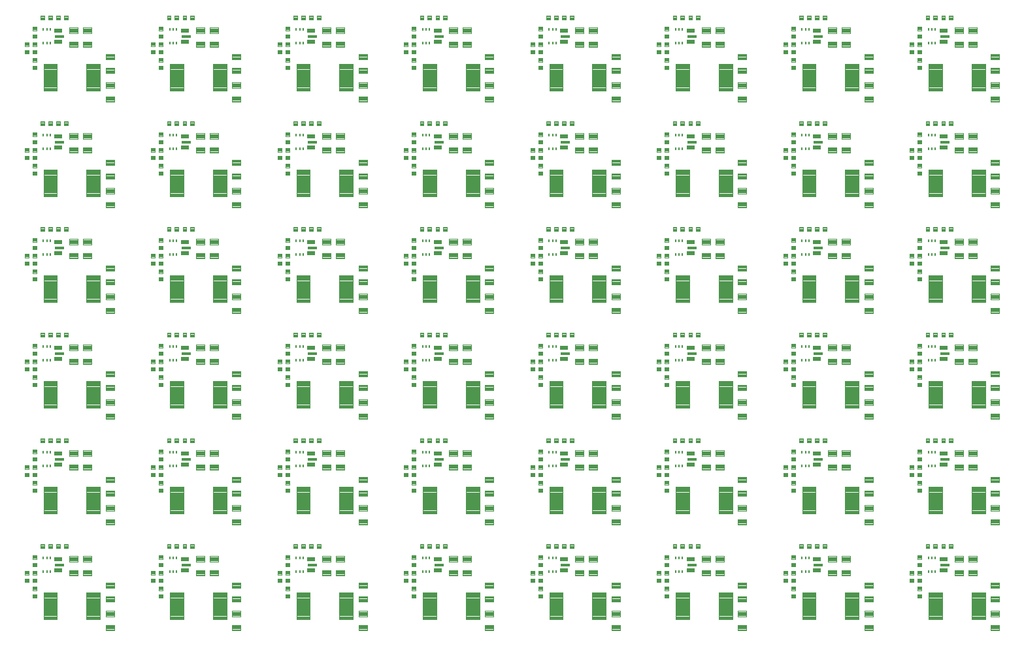
<source format=gtp>
G04 EAGLE Gerber RS-274X export*
G75*
%MOMM*%
%FSLAX34Y34*%
%LPD*%
%INSolderpaste Top*%
%IPPOS*%
%AMOC8*
5,1,8,0,0,1.08239X$1,22.5*%
G01*
%ADD10C,0.102000*%
%ADD11C,0.104000*%
%ADD12C,0.092500*%
%ADD13R,1.300000X0.300000*%
%ADD14R,1.130000X0.600000*%
%ADD15R,0.230000X0.450000*%


D10*
X21540Y73690D02*
X21540Y68710D01*
X16560Y68710D01*
X16560Y73690D01*
X21540Y73690D01*
X21540Y69679D02*
X16560Y69679D01*
X16560Y70648D02*
X21540Y70648D01*
X21540Y71617D02*
X16560Y71617D01*
X16560Y72586D02*
X21540Y72586D01*
X21540Y73555D02*
X16560Y73555D01*
X21540Y78710D02*
X21540Y83690D01*
X21540Y78710D02*
X16560Y78710D01*
X16560Y83690D01*
X21540Y83690D01*
X21540Y79679D02*
X16560Y79679D01*
X16560Y80648D02*
X21540Y80648D01*
X21540Y81617D02*
X16560Y81617D01*
X16560Y82586D02*
X21540Y82586D01*
X21540Y83555D02*
X16560Y83555D01*
X16560Y63370D02*
X16560Y58390D01*
X16560Y63370D02*
X21540Y63370D01*
X21540Y58390D01*
X16560Y58390D01*
X16560Y59359D02*
X21540Y59359D01*
X21540Y60328D02*
X16560Y60328D01*
X16560Y61297D02*
X21540Y61297D01*
X21540Y62266D02*
X16560Y62266D01*
X16560Y63235D02*
X21540Y63235D01*
X16560Y53370D02*
X16560Y48390D01*
X16560Y53370D02*
X21540Y53370D01*
X21540Y48390D01*
X16560Y48390D01*
X16560Y49359D02*
X21540Y49359D01*
X21540Y50328D02*
X16560Y50328D01*
X16560Y51297D02*
X21540Y51297D01*
X21540Y52266D02*
X16560Y52266D01*
X16560Y53235D02*
X21540Y53235D01*
D11*
X122320Y50360D02*
X122320Y43400D01*
X111360Y43400D01*
X111360Y50360D01*
X122320Y50360D01*
X122320Y44388D02*
X111360Y44388D01*
X111360Y45376D02*
X122320Y45376D01*
X122320Y46364D02*
X111360Y46364D01*
X111360Y47352D02*
X122320Y47352D01*
X122320Y48340D02*
X111360Y48340D01*
X111360Y49328D02*
X122320Y49328D01*
X122320Y50316D02*
X111360Y50316D01*
X122320Y61400D02*
X122320Y68360D01*
X122320Y61400D02*
X111360Y61400D01*
X111360Y68360D01*
X122320Y68360D01*
X122320Y62388D02*
X111360Y62388D01*
X111360Y63376D02*
X122320Y63376D01*
X122320Y64364D02*
X111360Y64364D01*
X111360Y65352D02*
X122320Y65352D01*
X122320Y66340D02*
X111360Y66340D01*
X111360Y67328D02*
X122320Y67328D01*
X122320Y68316D02*
X111360Y68316D01*
X111360Y31530D02*
X111360Y24570D01*
X111360Y31530D02*
X122320Y31530D01*
X122320Y24570D01*
X111360Y24570D01*
X111360Y25558D02*
X122320Y25558D01*
X122320Y26546D02*
X111360Y26546D01*
X111360Y27534D02*
X122320Y27534D01*
X122320Y28522D02*
X111360Y28522D01*
X111360Y29510D02*
X122320Y29510D01*
X122320Y30498D02*
X111360Y30498D01*
X111360Y31486D02*
X122320Y31486D01*
X111360Y13530D02*
X111360Y6570D01*
X111360Y13530D02*
X122320Y13530D01*
X122320Y6570D01*
X111360Y6570D01*
X111360Y7558D02*
X122320Y7558D01*
X122320Y8546D02*
X111360Y8546D01*
X111360Y9534D02*
X122320Y9534D01*
X122320Y10522D02*
X111360Y10522D01*
X111360Y11510D02*
X122320Y11510D01*
X122320Y12498D02*
X111360Y12498D01*
X111360Y13486D02*
X122320Y13486D01*
X82150Y95690D02*
X82150Y102650D01*
X93110Y102650D01*
X93110Y95690D01*
X82150Y95690D01*
X82150Y96678D02*
X93110Y96678D01*
X93110Y97666D02*
X82150Y97666D01*
X82150Y98654D02*
X93110Y98654D01*
X93110Y99642D02*
X82150Y99642D01*
X82150Y100630D02*
X93110Y100630D01*
X93110Y101618D02*
X82150Y101618D01*
X82150Y102606D02*
X93110Y102606D01*
X82150Y84650D02*
X82150Y77690D01*
X82150Y84650D02*
X93110Y84650D01*
X93110Y77690D01*
X82150Y77690D01*
X82150Y78678D02*
X93110Y78678D01*
X93110Y79666D02*
X82150Y79666D01*
X82150Y80654D02*
X93110Y80654D01*
X93110Y81642D02*
X82150Y81642D01*
X82150Y82630D02*
X93110Y82630D01*
X93110Y83618D02*
X82150Y83618D01*
X82150Y84606D02*
X93110Y84606D01*
X64370Y95690D02*
X64370Y102650D01*
X75330Y102650D01*
X75330Y95690D01*
X64370Y95690D01*
X64370Y96678D02*
X75330Y96678D01*
X75330Y97666D02*
X64370Y97666D01*
X64370Y98654D02*
X75330Y98654D01*
X75330Y99642D02*
X64370Y99642D01*
X64370Y100630D02*
X75330Y100630D01*
X75330Y101618D02*
X64370Y101618D01*
X64370Y102606D02*
X75330Y102606D01*
X64370Y84650D02*
X64370Y77690D01*
X64370Y84650D02*
X75330Y84650D01*
X75330Y77690D01*
X64370Y77690D01*
X64370Y78678D02*
X75330Y78678D01*
X75330Y79666D02*
X64370Y79666D01*
X64370Y80654D02*
X75330Y80654D01*
X75330Y81642D02*
X64370Y81642D01*
X64370Y82630D02*
X75330Y82630D01*
X75330Y83618D02*
X64370Y83618D01*
X64370Y84606D02*
X75330Y84606D01*
D12*
X48348Y21062D02*
X30772Y21062D01*
X30772Y55138D01*
X48348Y55138D01*
X48348Y21062D01*
X48348Y21941D02*
X30772Y21941D01*
X30772Y22820D02*
X48348Y22820D01*
X48348Y23699D02*
X30772Y23699D01*
X30772Y24578D02*
X48348Y24578D01*
X48348Y25457D02*
X30772Y25457D01*
X30772Y26336D02*
X48348Y26336D01*
X48348Y27215D02*
X30772Y27215D01*
X30772Y28094D02*
X48348Y28094D01*
X48348Y28973D02*
X30772Y28973D01*
X30772Y29852D02*
X48348Y29852D01*
X48348Y30731D02*
X30772Y30731D01*
X30772Y31610D02*
X48348Y31610D01*
X48348Y32489D02*
X30772Y32489D01*
X30772Y33368D02*
X48348Y33368D01*
X48348Y34247D02*
X30772Y34247D01*
X30772Y35126D02*
X48348Y35126D01*
X48348Y36005D02*
X30772Y36005D01*
X30772Y36884D02*
X48348Y36884D01*
X48348Y37763D02*
X30772Y37763D01*
X30772Y38642D02*
X48348Y38642D01*
X48348Y39521D02*
X30772Y39521D01*
X30772Y40400D02*
X48348Y40400D01*
X48348Y41279D02*
X30772Y41279D01*
X30772Y42158D02*
X48348Y42158D01*
X48348Y43037D02*
X30772Y43037D01*
X30772Y43916D02*
X48348Y43916D01*
X48348Y44795D02*
X30772Y44795D01*
X30772Y45674D02*
X48348Y45674D01*
X48348Y46553D02*
X30772Y46553D01*
X30772Y47432D02*
X48348Y47432D01*
X48348Y48311D02*
X30772Y48311D01*
X30772Y49190D02*
X48348Y49190D01*
X48348Y50069D02*
X30772Y50069D01*
X30772Y50948D02*
X48348Y50948D01*
X48348Y51827D02*
X30772Y51827D01*
X30772Y52706D02*
X48348Y52706D01*
X48348Y53585D02*
X30772Y53585D01*
X30772Y54464D02*
X48348Y54464D01*
X86272Y21062D02*
X103848Y21062D01*
X86272Y21062D02*
X86272Y55138D01*
X103848Y55138D01*
X103848Y21062D01*
X103848Y21941D02*
X86272Y21941D01*
X86272Y22820D02*
X103848Y22820D01*
X103848Y23699D02*
X86272Y23699D01*
X86272Y24578D02*
X103848Y24578D01*
X103848Y25457D02*
X86272Y25457D01*
X86272Y26336D02*
X103848Y26336D01*
X103848Y27215D02*
X86272Y27215D01*
X86272Y28094D02*
X103848Y28094D01*
X103848Y28973D02*
X86272Y28973D01*
X86272Y29852D02*
X103848Y29852D01*
X103848Y30731D02*
X86272Y30731D01*
X86272Y31610D02*
X103848Y31610D01*
X103848Y32489D02*
X86272Y32489D01*
X86272Y33368D02*
X103848Y33368D01*
X103848Y34247D02*
X86272Y34247D01*
X86272Y35126D02*
X103848Y35126D01*
X103848Y36005D02*
X86272Y36005D01*
X86272Y36884D02*
X103848Y36884D01*
X103848Y37763D02*
X86272Y37763D01*
X86272Y38642D02*
X103848Y38642D01*
X103848Y39521D02*
X86272Y39521D01*
X86272Y40400D02*
X103848Y40400D01*
X103848Y41279D02*
X86272Y41279D01*
X86272Y42158D02*
X103848Y42158D01*
X103848Y43037D02*
X86272Y43037D01*
X86272Y43916D02*
X103848Y43916D01*
X103848Y44795D02*
X86272Y44795D01*
X86272Y45674D02*
X103848Y45674D01*
X103848Y46553D02*
X86272Y46553D01*
X86272Y47432D02*
X103848Y47432D01*
X103848Y48311D02*
X86272Y48311D01*
X86272Y49190D02*
X103848Y49190D01*
X103848Y50069D02*
X86272Y50069D01*
X86272Y50948D02*
X103848Y50948D01*
X103848Y51827D02*
X86272Y51827D01*
X86272Y52706D02*
X103848Y52706D01*
X103848Y53585D02*
X86272Y53585D01*
X86272Y54464D02*
X103848Y54464D01*
D10*
X6400Y78710D02*
X6400Y83690D01*
X11380Y83690D01*
X11380Y78710D01*
X6400Y78710D01*
X6400Y79679D02*
X11380Y79679D01*
X11380Y80648D02*
X6400Y80648D01*
X6400Y81617D02*
X11380Y81617D01*
X11380Y82586D02*
X6400Y82586D01*
X6400Y83555D02*
X11380Y83555D01*
X6400Y73690D02*
X6400Y68710D01*
X6400Y73690D02*
X11380Y73690D01*
X11380Y68710D01*
X6400Y68710D01*
X6400Y69679D02*
X11380Y69679D01*
X11380Y70648D02*
X6400Y70648D01*
X6400Y71617D02*
X11380Y71617D01*
X11380Y72586D02*
X6400Y72586D01*
X6400Y73555D02*
X11380Y73555D01*
X16560Y99030D02*
X16560Y104010D01*
X21540Y104010D01*
X21540Y99030D01*
X16560Y99030D01*
X16560Y99999D02*
X21540Y99999D01*
X21540Y100968D02*
X16560Y100968D01*
X16560Y101937D02*
X21540Y101937D01*
X21540Y102906D02*
X16560Y102906D01*
X16560Y103875D02*
X21540Y103875D01*
X16560Y94010D02*
X16560Y89030D01*
X16560Y94010D02*
X21540Y94010D01*
X21540Y89030D01*
X16560Y89030D01*
X16560Y89999D02*
X21540Y89999D01*
X21540Y90968D02*
X16560Y90968D01*
X16560Y91937D02*
X21540Y91937D01*
X21540Y92906D02*
X16560Y92906D01*
X16560Y93875D02*
X21540Y93875D01*
X47120Y113080D02*
X52100Y113080D01*
X47120Y113080D02*
X47120Y118060D01*
X52100Y118060D01*
X52100Y113080D01*
X52100Y114049D02*
X47120Y114049D01*
X47120Y115018D02*
X52100Y115018D01*
X52100Y115987D02*
X47120Y115987D01*
X47120Y116956D02*
X52100Y116956D01*
X52100Y117925D02*
X47120Y117925D01*
X57120Y113080D02*
X62100Y113080D01*
X57120Y113080D02*
X57120Y118060D01*
X62100Y118060D01*
X62100Y113080D01*
X62100Y114049D02*
X57120Y114049D01*
X57120Y115018D02*
X62100Y115018D01*
X62100Y115987D02*
X57120Y115987D01*
X57120Y116956D02*
X62100Y116956D01*
X62100Y117925D02*
X57120Y117925D01*
X31780Y113080D02*
X26800Y113080D01*
X26800Y118060D01*
X31780Y118060D01*
X31780Y113080D01*
X31780Y114049D02*
X26800Y114049D01*
X26800Y115018D02*
X31780Y115018D01*
X31780Y115987D02*
X26800Y115987D01*
X26800Y116956D02*
X31780Y116956D01*
X31780Y117925D02*
X26800Y117925D01*
X36800Y113080D02*
X41780Y113080D01*
X36800Y113080D02*
X36800Y118060D01*
X41780Y118060D01*
X41780Y113080D01*
X41780Y114049D02*
X36800Y114049D01*
X36800Y115018D02*
X41780Y115018D01*
X41780Y115987D02*
X36800Y115987D01*
X36800Y116956D02*
X41780Y116956D01*
X41780Y117925D02*
X36800Y117925D01*
D13*
X51480Y91440D03*
D14*
X49930Y98940D03*
X50030Y83940D03*
D15*
X39430Y99990D03*
X34930Y99990D03*
X30430Y99990D03*
X30430Y82890D03*
X34930Y82890D03*
X39430Y82890D03*
D10*
X185370Y73690D02*
X185370Y68710D01*
X180390Y68710D01*
X180390Y73690D01*
X185370Y73690D01*
X185370Y69679D02*
X180390Y69679D01*
X180390Y70648D02*
X185370Y70648D01*
X185370Y71617D02*
X180390Y71617D01*
X180390Y72586D02*
X185370Y72586D01*
X185370Y73555D02*
X180390Y73555D01*
X185370Y78710D02*
X185370Y83690D01*
X185370Y78710D02*
X180390Y78710D01*
X180390Y83690D01*
X185370Y83690D01*
X185370Y79679D02*
X180390Y79679D01*
X180390Y80648D02*
X185370Y80648D01*
X185370Y81617D02*
X180390Y81617D01*
X180390Y82586D02*
X185370Y82586D01*
X185370Y83555D02*
X180390Y83555D01*
X180390Y63370D02*
X180390Y58390D01*
X180390Y63370D02*
X185370Y63370D01*
X185370Y58390D01*
X180390Y58390D01*
X180390Y59359D02*
X185370Y59359D01*
X185370Y60328D02*
X180390Y60328D01*
X180390Y61297D02*
X185370Y61297D01*
X185370Y62266D02*
X180390Y62266D01*
X180390Y63235D02*
X185370Y63235D01*
X180390Y53370D02*
X180390Y48390D01*
X180390Y53370D02*
X185370Y53370D01*
X185370Y48390D01*
X180390Y48390D01*
X180390Y49359D02*
X185370Y49359D01*
X185370Y50328D02*
X180390Y50328D01*
X180390Y51297D02*
X185370Y51297D01*
X185370Y52266D02*
X180390Y52266D01*
X180390Y53235D02*
X185370Y53235D01*
D11*
X286150Y50360D02*
X286150Y43400D01*
X275190Y43400D01*
X275190Y50360D01*
X286150Y50360D01*
X286150Y44388D02*
X275190Y44388D01*
X275190Y45376D02*
X286150Y45376D01*
X286150Y46364D02*
X275190Y46364D01*
X275190Y47352D02*
X286150Y47352D01*
X286150Y48340D02*
X275190Y48340D01*
X275190Y49328D02*
X286150Y49328D01*
X286150Y50316D02*
X275190Y50316D01*
X286150Y61400D02*
X286150Y68360D01*
X286150Y61400D02*
X275190Y61400D01*
X275190Y68360D01*
X286150Y68360D01*
X286150Y62388D02*
X275190Y62388D01*
X275190Y63376D02*
X286150Y63376D01*
X286150Y64364D02*
X275190Y64364D01*
X275190Y65352D02*
X286150Y65352D01*
X286150Y66340D02*
X275190Y66340D01*
X275190Y67328D02*
X286150Y67328D01*
X286150Y68316D02*
X275190Y68316D01*
X275190Y31530D02*
X275190Y24570D01*
X275190Y31530D02*
X286150Y31530D01*
X286150Y24570D01*
X275190Y24570D01*
X275190Y25558D02*
X286150Y25558D01*
X286150Y26546D02*
X275190Y26546D01*
X275190Y27534D02*
X286150Y27534D01*
X286150Y28522D02*
X275190Y28522D01*
X275190Y29510D02*
X286150Y29510D01*
X286150Y30498D02*
X275190Y30498D01*
X275190Y31486D02*
X286150Y31486D01*
X275190Y13530D02*
X275190Y6570D01*
X275190Y13530D02*
X286150Y13530D01*
X286150Y6570D01*
X275190Y6570D01*
X275190Y7558D02*
X286150Y7558D01*
X286150Y8546D02*
X275190Y8546D01*
X275190Y9534D02*
X286150Y9534D01*
X286150Y10522D02*
X275190Y10522D01*
X275190Y11510D02*
X286150Y11510D01*
X286150Y12498D02*
X275190Y12498D01*
X275190Y13486D02*
X286150Y13486D01*
X245980Y95690D02*
X245980Y102650D01*
X256940Y102650D01*
X256940Y95690D01*
X245980Y95690D01*
X245980Y96678D02*
X256940Y96678D01*
X256940Y97666D02*
X245980Y97666D01*
X245980Y98654D02*
X256940Y98654D01*
X256940Y99642D02*
X245980Y99642D01*
X245980Y100630D02*
X256940Y100630D01*
X256940Y101618D02*
X245980Y101618D01*
X245980Y102606D02*
X256940Y102606D01*
X245980Y84650D02*
X245980Y77690D01*
X245980Y84650D02*
X256940Y84650D01*
X256940Y77690D01*
X245980Y77690D01*
X245980Y78678D02*
X256940Y78678D01*
X256940Y79666D02*
X245980Y79666D01*
X245980Y80654D02*
X256940Y80654D01*
X256940Y81642D02*
X245980Y81642D01*
X245980Y82630D02*
X256940Y82630D01*
X256940Y83618D02*
X245980Y83618D01*
X245980Y84606D02*
X256940Y84606D01*
X228200Y95690D02*
X228200Y102650D01*
X239160Y102650D01*
X239160Y95690D01*
X228200Y95690D01*
X228200Y96678D02*
X239160Y96678D01*
X239160Y97666D02*
X228200Y97666D01*
X228200Y98654D02*
X239160Y98654D01*
X239160Y99642D02*
X228200Y99642D01*
X228200Y100630D02*
X239160Y100630D01*
X239160Y101618D02*
X228200Y101618D01*
X228200Y102606D02*
X239160Y102606D01*
X228200Y84650D02*
X228200Y77690D01*
X228200Y84650D02*
X239160Y84650D01*
X239160Y77690D01*
X228200Y77690D01*
X228200Y78678D02*
X239160Y78678D01*
X239160Y79666D02*
X228200Y79666D01*
X228200Y80654D02*
X239160Y80654D01*
X239160Y81642D02*
X228200Y81642D01*
X228200Y82630D02*
X239160Y82630D01*
X239160Y83618D02*
X228200Y83618D01*
X228200Y84606D02*
X239160Y84606D01*
D12*
X212178Y21062D02*
X194602Y21062D01*
X194602Y55138D01*
X212178Y55138D01*
X212178Y21062D01*
X212178Y21941D02*
X194602Y21941D01*
X194602Y22820D02*
X212178Y22820D01*
X212178Y23699D02*
X194602Y23699D01*
X194602Y24578D02*
X212178Y24578D01*
X212178Y25457D02*
X194602Y25457D01*
X194602Y26336D02*
X212178Y26336D01*
X212178Y27215D02*
X194602Y27215D01*
X194602Y28094D02*
X212178Y28094D01*
X212178Y28973D02*
X194602Y28973D01*
X194602Y29852D02*
X212178Y29852D01*
X212178Y30731D02*
X194602Y30731D01*
X194602Y31610D02*
X212178Y31610D01*
X212178Y32489D02*
X194602Y32489D01*
X194602Y33368D02*
X212178Y33368D01*
X212178Y34247D02*
X194602Y34247D01*
X194602Y35126D02*
X212178Y35126D01*
X212178Y36005D02*
X194602Y36005D01*
X194602Y36884D02*
X212178Y36884D01*
X212178Y37763D02*
X194602Y37763D01*
X194602Y38642D02*
X212178Y38642D01*
X212178Y39521D02*
X194602Y39521D01*
X194602Y40400D02*
X212178Y40400D01*
X212178Y41279D02*
X194602Y41279D01*
X194602Y42158D02*
X212178Y42158D01*
X212178Y43037D02*
X194602Y43037D01*
X194602Y43916D02*
X212178Y43916D01*
X212178Y44795D02*
X194602Y44795D01*
X194602Y45674D02*
X212178Y45674D01*
X212178Y46553D02*
X194602Y46553D01*
X194602Y47432D02*
X212178Y47432D01*
X212178Y48311D02*
X194602Y48311D01*
X194602Y49190D02*
X212178Y49190D01*
X212178Y50069D02*
X194602Y50069D01*
X194602Y50948D02*
X212178Y50948D01*
X212178Y51827D02*
X194602Y51827D01*
X194602Y52706D02*
X212178Y52706D01*
X212178Y53585D02*
X194602Y53585D01*
X194602Y54464D02*
X212178Y54464D01*
X250102Y21062D02*
X267678Y21062D01*
X250102Y21062D02*
X250102Y55138D01*
X267678Y55138D01*
X267678Y21062D01*
X267678Y21941D02*
X250102Y21941D01*
X250102Y22820D02*
X267678Y22820D01*
X267678Y23699D02*
X250102Y23699D01*
X250102Y24578D02*
X267678Y24578D01*
X267678Y25457D02*
X250102Y25457D01*
X250102Y26336D02*
X267678Y26336D01*
X267678Y27215D02*
X250102Y27215D01*
X250102Y28094D02*
X267678Y28094D01*
X267678Y28973D02*
X250102Y28973D01*
X250102Y29852D02*
X267678Y29852D01*
X267678Y30731D02*
X250102Y30731D01*
X250102Y31610D02*
X267678Y31610D01*
X267678Y32489D02*
X250102Y32489D01*
X250102Y33368D02*
X267678Y33368D01*
X267678Y34247D02*
X250102Y34247D01*
X250102Y35126D02*
X267678Y35126D01*
X267678Y36005D02*
X250102Y36005D01*
X250102Y36884D02*
X267678Y36884D01*
X267678Y37763D02*
X250102Y37763D01*
X250102Y38642D02*
X267678Y38642D01*
X267678Y39521D02*
X250102Y39521D01*
X250102Y40400D02*
X267678Y40400D01*
X267678Y41279D02*
X250102Y41279D01*
X250102Y42158D02*
X267678Y42158D01*
X267678Y43037D02*
X250102Y43037D01*
X250102Y43916D02*
X267678Y43916D01*
X267678Y44795D02*
X250102Y44795D01*
X250102Y45674D02*
X267678Y45674D01*
X267678Y46553D02*
X250102Y46553D01*
X250102Y47432D02*
X267678Y47432D01*
X267678Y48311D02*
X250102Y48311D01*
X250102Y49190D02*
X267678Y49190D01*
X267678Y50069D02*
X250102Y50069D01*
X250102Y50948D02*
X267678Y50948D01*
X267678Y51827D02*
X250102Y51827D01*
X250102Y52706D02*
X267678Y52706D01*
X267678Y53585D02*
X250102Y53585D01*
X250102Y54464D02*
X267678Y54464D01*
D10*
X170230Y78710D02*
X170230Y83690D01*
X175210Y83690D01*
X175210Y78710D01*
X170230Y78710D01*
X170230Y79679D02*
X175210Y79679D01*
X175210Y80648D02*
X170230Y80648D01*
X170230Y81617D02*
X175210Y81617D01*
X175210Y82586D02*
X170230Y82586D01*
X170230Y83555D02*
X175210Y83555D01*
X170230Y73690D02*
X170230Y68710D01*
X170230Y73690D02*
X175210Y73690D01*
X175210Y68710D01*
X170230Y68710D01*
X170230Y69679D02*
X175210Y69679D01*
X175210Y70648D02*
X170230Y70648D01*
X170230Y71617D02*
X175210Y71617D01*
X175210Y72586D02*
X170230Y72586D01*
X170230Y73555D02*
X175210Y73555D01*
X180390Y99030D02*
X180390Y104010D01*
X185370Y104010D01*
X185370Y99030D01*
X180390Y99030D01*
X180390Y99999D02*
X185370Y99999D01*
X185370Y100968D02*
X180390Y100968D01*
X180390Y101937D02*
X185370Y101937D01*
X185370Y102906D02*
X180390Y102906D01*
X180390Y103875D02*
X185370Y103875D01*
X180390Y94010D02*
X180390Y89030D01*
X180390Y94010D02*
X185370Y94010D01*
X185370Y89030D01*
X180390Y89030D01*
X180390Y89999D02*
X185370Y89999D01*
X185370Y90968D02*
X180390Y90968D01*
X180390Y91937D02*
X185370Y91937D01*
X185370Y92906D02*
X180390Y92906D01*
X180390Y93875D02*
X185370Y93875D01*
X210950Y113080D02*
X215930Y113080D01*
X210950Y113080D02*
X210950Y118060D01*
X215930Y118060D01*
X215930Y113080D01*
X215930Y114049D02*
X210950Y114049D01*
X210950Y115018D02*
X215930Y115018D01*
X215930Y115987D02*
X210950Y115987D01*
X210950Y116956D02*
X215930Y116956D01*
X215930Y117925D02*
X210950Y117925D01*
X220950Y113080D02*
X225930Y113080D01*
X220950Y113080D02*
X220950Y118060D01*
X225930Y118060D01*
X225930Y113080D01*
X225930Y114049D02*
X220950Y114049D01*
X220950Y115018D02*
X225930Y115018D01*
X225930Y115987D02*
X220950Y115987D01*
X220950Y116956D02*
X225930Y116956D01*
X225930Y117925D02*
X220950Y117925D01*
X195610Y113080D02*
X190630Y113080D01*
X190630Y118060D01*
X195610Y118060D01*
X195610Y113080D01*
X195610Y114049D02*
X190630Y114049D01*
X190630Y115018D02*
X195610Y115018D01*
X195610Y115987D02*
X190630Y115987D01*
X190630Y116956D02*
X195610Y116956D01*
X195610Y117925D02*
X190630Y117925D01*
X200630Y113080D02*
X205610Y113080D01*
X200630Y113080D02*
X200630Y118060D01*
X205610Y118060D01*
X205610Y113080D01*
X205610Y114049D02*
X200630Y114049D01*
X200630Y115018D02*
X205610Y115018D01*
X205610Y115987D02*
X200630Y115987D01*
X200630Y116956D02*
X205610Y116956D01*
X205610Y117925D02*
X200630Y117925D01*
D13*
X215310Y91440D03*
D14*
X213760Y98940D03*
X213860Y83940D03*
D15*
X203260Y99990D03*
X198760Y99990D03*
X194260Y99990D03*
X194260Y82890D03*
X198760Y82890D03*
X203260Y82890D03*
D10*
X349200Y73690D02*
X349200Y68710D01*
X344220Y68710D01*
X344220Y73690D01*
X349200Y73690D01*
X349200Y69679D02*
X344220Y69679D01*
X344220Y70648D02*
X349200Y70648D01*
X349200Y71617D02*
X344220Y71617D01*
X344220Y72586D02*
X349200Y72586D01*
X349200Y73555D02*
X344220Y73555D01*
X349200Y78710D02*
X349200Y83690D01*
X349200Y78710D02*
X344220Y78710D01*
X344220Y83690D01*
X349200Y83690D01*
X349200Y79679D02*
X344220Y79679D01*
X344220Y80648D02*
X349200Y80648D01*
X349200Y81617D02*
X344220Y81617D01*
X344220Y82586D02*
X349200Y82586D01*
X349200Y83555D02*
X344220Y83555D01*
X344220Y63370D02*
X344220Y58390D01*
X344220Y63370D02*
X349200Y63370D01*
X349200Y58390D01*
X344220Y58390D01*
X344220Y59359D02*
X349200Y59359D01*
X349200Y60328D02*
X344220Y60328D01*
X344220Y61297D02*
X349200Y61297D01*
X349200Y62266D02*
X344220Y62266D01*
X344220Y63235D02*
X349200Y63235D01*
X344220Y53370D02*
X344220Y48390D01*
X344220Y53370D02*
X349200Y53370D01*
X349200Y48390D01*
X344220Y48390D01*
X344220Y49359D02*
X349200Y49359D01*
X349200Y50328D02*
X344220Y50328D01*
X344220Y51297D02*
X349200Y51297D01*
X349200Y52266D02*
X344220Y52266D01*
X344220Y53235D02*
X349200Y53235D01*
D11*
X449980Y50360D02*
X449980Y43400D01*
X439020Y43400D01*
X439020Y50360D01*
X449980Y50360D01*
X449980Y44388D02*
X439020Y44388D01*
X439020Y45376D02*
X449980Y45376D01*
X449980Y46364D02*
X439020Y46364D01*
X439020Y47352D02*
X449980Y47352D01*
X449980Y48340D02*
X439020Y48340D01*
X439020Y49328D02*
X449980Y49328D01*
X449980Y50316D02*
X439020Y50316D01*
X449980Y61400D02*
X449980Y68360D01*
X449980Y61400D02*
X439020Y61400D01*
X439020Y68360D01*
X449980Y68360D01*
X449980Y62388D02*
X439020Y62388D01*
X439020Y63376D02*
X449980Y63376D01*
X449980Y64364D02*
X439020Y64364D01*
X439020Y65352D02*
X449980Y65352D01*
X449980Y66340D02*
X439020Y66340D01*
X439020Y67328D02*
X449980Y67328D01*
X449980Y68316D02*
X439020Y68316D01*
X439020Y31530D02*
X439020Y24570D01*
X439020Y31530D02*
X449980Y31530D01*
X449980Y24570D01*
X439020Y24570D01*
X439020Y25558D02*
X449980Y25558D01*
X449980Y26546D02*
X439020Y26546D01*
X439020Y27534D02*
X449980Y27534D01*
X449980Y28522D02*
X439020Y28522D01*
X439020Y29510D02*
X449980Y29510D01*
X449980Y30498D02*
X439020Y30498D01*
X439020Y31486D02*
X449980Y31486D01*
X439020Y13530D02*
X439020Y6570D01*
X439020Y13530D02*
X449980Y13530D01*
X449980Y6570D01*
X439020Y6570D01*
X439020Y7558D02*
X449980Y7558D01*
X449980Y8546D02*
X439020Y8546D01*
X439020Y9534D02*
X449980Y9534D01*
X449980Y10522D02*
X439020Y10522D01*
X439020Y11510D02*
X449980Y11510D01*
X449980Y12498D02*
X439020Y12498D01*
X439020Y13486D02*
X449980Y13486D01*
X409810Y95690D02*
X409810Y102650D01*
X420770Y102650D01*
X420770Y95690D01*
X409810Y95690D01*
X409810Y96678D02*
X420770Y96678D01*
X420770Y97666D02*
X409810Y97666D01*
X409810Y98654D02*
X420770Y98654D01*
X420770Y99642D02*
X409810Y99642D01*
X409810Y100630D02*
X420770Y100630D01*
X420770Y101618D02*
X409810Y101618D01*
X409810Y102606D02*
X420770Y102606D01*
X409810Y84650D02*
X409810Y77690D01*
X409810Y84650D02*
X420770Y84650D01*
X420770Y77690D01*
X409810Y77690D01*
X409810Y78678D02*
X420770Y78678D01*
X420770Y79666D02*
X409810Y79666D01*
X409810Y80654D02*
X420770Y80654D01*
X420770Y81642D02*
X409810Y81642D01*
X409810Y82630D02*
X420770Y82630D01*
X420770Y83618D02*
X409810Y83618D01*
X409810Y84606D02*
X420770Y84606D01*
X392030Y95690D02*
X392030Y102650D01*
X402990Y102650D01*
X402990Y95690D01*
X392030Y95690D01*
X392030Y96678D02*
X402990Y96678D01*
X402990Y97666D02*
X392030Y97666D01*
X392030Y98654D02*
X402990Y98654D01*
X402990Y99642D02*
X392030Y99642D01*
X392030Y100630D02*
X402990Y100630D01*
X402990Y101618D02*
X392030Y101618D01*
X392030Y102606D02*
X402990Y102606D01*
X392030Y84650D02*
X392030Y77690D01*
X392030Y84650D02*
X402990Y84650D01*
X402990Y77690D01*
X392030Y77690D01*
X392030Y78678D02*
X402990Y78678D01*
X402990Y79666D02*
X392030Y79666D01*
X392030Y80654D02*
X402990Y80654D01*
X402990Y81642D02*
X392030Y81642D01*
X392030Y82630D02*
X402990Y82630D01*
X402990Y83618D02*
X392030Y83618D01*
X392030Y84606D02*
X402990Y84606D01*
D12*
X376008Y21062D02*
X358432Y21062D01*
X358432Y55138D01*
X376008Y55138D01*
X376008Y21062D01*
X376008Y21941D02*
X358432Y21941D01*
X358432Y22820D02*
X376008Y22820D01*
X376008Y23699D02*
X358432Y23699D01*
X358432Y24578D02*
X376008Y24578D01*
X376008Y25457D02*
X358432Y25457D01*
X358432Y26336D02*
X376008Y26336D01*
X376008Y27215D02*
X358432Y27215D01*
X358432Y28094D02*
X376008Y28094D01*
X376008Y28973D02*
X358432Y28973D01*
X358432Y29852D02*
X376008Y29852D01*
X376008Y30731D02*
X358432Y30731D01*
X358432Y31610D02*
X376008Y31610D01*
X376008Y32489D02*
X358432Y32489D01*
X358432Y33368D02*
X376008Y33368D01*
X376008Y34247D02*
X358432Y34247D01*
X358432Y35126D02*
X376008Y35126D01*
X376008Y36005D02*
X358432Y36005D01*
X358432Y36884D02*
X376008Y36884D01*
X376008Y37763D02*
X358432Y37763D01*
X358432Y38642D02*
X376008Y38642D01*
X376008Y39521D02*
X358432Y39521D01*
X358432Y40400D02*
X376008Y40400D01*
X376008Y41279D02*
X358432Y41279D01*
X358432Y42158D02*
X376008Y42158D01*
X376008Y43037D02*
X358432Y43037D01*
X358432Y43916D02*
X376008Y43916D01*
X376008Y44795D02*
X358432Y44795D01*
X358432Y45674D02*
X376008Y45674D01*
X376008Y46553D02*
X358432Y46553D01*
X358432Y47432D02*
X376008Y47432D01*
X376008Y48311D02*
X358432Y48311D01*
X358432Y49190D02*
X376008Y49190D01*
X376008Y50069D02*
X358432Y50069D01*
X358432Y50948D02*
X376008Y50948D01*
X376008Y51827D02*
X358432Y51827D01*
X358432Y52706D02*
X376008Y52706D01*
X376008Y53585D02*
X358432Y53585D01*
X358432Y54464D02*
X376008Y54464D01*
X413932Y21062D02*
X431508Y21062D01*
X413932Y21062D02*
X413932Y55138D01*
X431508Y55138D01*
X431508Y21062D01*
X431508Y21941D02*
X413932Y21941D01*
X413932Y22820D02*
X431508Y22820D01*
X431508Y23699D02*
X413932Y23699D01*
X413932Y24578D02*
X431508Y24578D01*
X431508Y25457D02*
X413932Y25457D01*
X413932Y26336D02*
X431508Y26336D01*
X431508Y27215D02*
X413932Y27215D01*
X413932Y28094D02*
X431508Y28094D01*
X431508Y28973D02*
X413932Y28973D01*
X413932Y29852D02*
X431508Y29852D01*
X431508Y30731D02*
X413932Y30731D01*
X413932Y31610D02*
X431508Y31610D01*
X431508Y32489D02*
X413932Y32489D01*
X413932Y33368D02*
X431508Y33368D01*
X431508Y34247D02*
X413932Y34247D01*
X413932Y35126D02*
X431508Y35126D01*
X431508Y36005D02*
X413932Y36005D01*
X413932Y36884D02*
X431508Y36884D01*
X431508Y37763D02*
X413932Y37763D01*
X413932Y38642D02*
X431508Y38642D01*
X431508Y39521D02*
X413932Y39521D01*
X413932Y40400D02*
X431508Y40400D01*
X431508Y41279D02*
X413932Y41279D01*
X413932Y42158D02*
X431508Y42158D01*
X431508Y43037D02*
X413932Y43037D01*
X413932Y43916D02*
X431508Y43916D01*
X431508Y44795D02*
X413932Y44795D01*
X413932Y45674D02*
X431508Y45674D01*
X431508Y46553D02*
X413932Y46553D01*
X413932Y47432D02*
X431508Y47432D01*
X431508Y48311D02*
X413932Y48311D01*
X413932Y49190D02*
X431508Y49190D01*
X431508Y50069D02*
X413932Y50069D01*
X413932Y50948D02*
X431508Y50948D01*
X431508Y51827D02*
X413932Y51827D01*
X413932Y52706D02*
X431508Y52706D01*
X431508Y53585D02*
X413932Y53585D01*
X413932Y54464D02*
X431508Y54464D01*
D10*
X334060Y78710D02*
X334060Y83690D01*
X339040Y83690D01*
X339040Y78710D01*
X334060Y78710D01*
X334060Y79679D02*
X339040Y79679D01*
X339040Y80648D02*
X334060Y80648D01*
X334060Y81617D02*
X339040Y81617D01*
X339040Y82586D02*
X334060Y82586D01*
X334060Y83555D02*
X339040Y83555D01*
X334060Y73690D02*
X334060Y68710D01*
X334060Y73690D02*
X339040Y73690D01*
X339040Y68710D01*
X334060Y68710D01*
X334060Y69679D02*
X339040Y69679D01*
X339040Y70648D02*
X334060Y70648D01*
X334060Y71617D02*
X339040Y71617D01*
X339040Y72586D02*
X334060Y72586D01*
X334060Y73555D02*
X339040Y73555D01*
X344220Y99030D02*
X344220Y104010D01*
X349200Y104010D01*
X349200Y99030D01*
X344220Y99030D01*
X344220Y99999D02*
X349200Y99999D01*
X349200Y100968D02*
X344220Y100968D01*
X344220Y101937D02*
X349200Y101937D01*
X349200Y102906D02*
X344220Y102906D01*
X344220Y103875D02*
X349200Y103875D01*
X344220Y94010D02*
X344220Y89030D01*
X344220Y94010D02*
X349200Y94010D01*
X349200Y89030D01*
X344220Y89030D01*
X344220Y89999D02*
X349200Y89999D01*
X349200Y90968D02*
X344220Y90968D01*
X344220Y91937D02*
X349200Y91937D01*
X349200Y92906D02*
X344220Y92906D01*
X344220Y93875D02*
X349200Y93875D01*
X374780Y113080D02*
X379760Y113080D01*
X374780Y113080D02*
X374780Y118060D01*
X379760Y118060D01*
X379760Y113080D01*
X379760Y114049D02*
X374780Y114049D01*
X374780Y115018D02*
X379760Y115018D01*
X379760Y115987D02*
X374780Y115987D01*
X374780Y116956D02*
X379760Y116956D01*
X379760Y117925D02*
X374780Y117925D01*
X384780Y113080D02*
X389760Y113080D01*
X384780Y113080D02*
X384780Y118060D01*
X389760Y118060D01*
X389760Y113080D01*
X389760Y114049D02*
X384780Y114049D01*
X384780Y115018D02*
X389760Y115018D01*
X389760Y115987D02*
X384780Y115987D01*
X384780Y116956D02*
X389760Y116956D01*
X389760Y117925D02*
X384780Y117925D01*
X359440Y113080D02*
X354460Y113080D01*
X354460Y118060D01*
X359440Y118060D01*
X359440Y113080D01*
X359440Y114049D02*
X354460Y114049D01*
X354460Y115018D02*
X359440Y115018D01*
X359440Y115987D02*
X354460Y115987D01*
X354460Y116956D02*
X359440Y116956D01*
X359440Y117925D02*
X354460Y117925D01*
X364460Y113080D02*
X369440Y113080D01*
X364460Y113080D02*
X364460Y118060D01*
X369440Y118060D01*
X369440Y113080D01*
X369440Y114049D02*
X364460Y114049D01*
X364460Y115018D02*
X369440Y115018D01*
X369440Y115987D02*
X364460Y115987D01*
X364460Y116956D02*
X369440Y116956D01*
X369440Y117925D02*
X364460Y117925D01*
D13*
X379140Y91440D03*
D14*
X377590Y98940D03*
X377690Y83940D03*
D15*
X367090Y99990D03*
X362590Y99990D03*
X358090Y99990D03*
X358090Y82890D03*
X362590Y82890D03*
X367090Y82890D03*
D10*
X513030Y73690D02*
X513030Y68710D01*
X508050Y68710D01*
X508050Y73690D01*
X513030Y73690D01*
X513030Y69679D02*
X508050Y69679D01*
X508050Y70648D02*
X513030Y70648D01*
X513030Y71617D02*
X508050Y71617D01*
X508050Y72586D02*
X513030Y72586D01*
X513030Y73555D02*
X508050Y73555D01*
X513030Y78710D02*
X513030Y83690D01*
X513030Y78710D02*
X508050Y78710D01*
X508050Y83690D01*
X513030Y83690D01*
X513030Y79679D02*
X508050Y79679D01*
X508050Y80648D02*
X513030Y80648D01*
X513030Y81617D02*
X508050Y81617D01*
X508050Y82586D02*
X513030Y82586D01*
X513030Y83555D02*
X508050Y83555D01*
X508050Y63370D02*
X508050Y58390D01*
X508050Y63370D02*
X513030Y63370D01*
X513030Y58390D01*
X508050Y58390D01*
X508050Y59359D02*
X513030Y59359D01*
X513030Y60328D02*
X508050Y60328D01*
X508050Y61297D02*
X513030Y61297D01*
X513030Y62266D02*
X508050Y62266D01*
X508050Y63235D02*
X513030Y63235D01*
X508050Y53370D02*
X508050Y48390D01*
X508050Y53370D02*
X513030Y53370D01*
X513030Y48390D01*
X508050Y48390D01*
X508050Y49359D02*
X513030Y49359D01*
X513030Y50328D02*
X508050Y50328D01*
X508050Y51297D02*
X513030Y51297D01*
X513030Y52266D02*
X508050Y52266D01*
X508050Y53235D02*
X513030Y53235D01*
D11*
X613810Y50360D02*
X613810Y43400D01*
X602850Y43400D01*
X602850Y50360D01*
X613810Y50360D01*
X613810Y44388D02*
X602850Y44388D01*
X602850Y45376D02*
X613810Y45376D01*
X613810Y46364D02*
X602850Y46364D01*
X602850Y47352D02*
X613810Y47352D01*
X613810Y48340D02*
X602850Y48340D01*
X602850Y49328D02*
X613810Y49328D01*
X613810Y50316D02*
X602850Y50316D01*
X613810Y61400D02*
X613810Y68360D01*
X613810Y61400D02*
X602850Y61400D01*
X602850Y68360D01*
X613810Y68360D01*
X613810Y62388D02*
X602850Y62388D01*
X602850Y63376D02*
X613810Y63376D01*
X613810Y64364D02*
X602850Y64364D01*
X602850Y65352D02*
X613810Y65352D01*
X613810Y66340D02*
X602850Y66340D01*
X602850Y67328D02*
X613810Y67328D01*
X613810Y68316D02*
X602850Y68316D01*
X602850Y31530D02*
X602850Y24570D01*
X602850Y31530D02*
X613810Y31530D01*
X613810Y24570D01*
X602850Y24570D01*
X602850Y25558D02*
X613810Y25558D01*
X613810Y26546D02*
X602850Y26546D01*
X602850Y27534D02*
X613810Y27534D01*
X613810Y28522D02*
X602850Y28522D01*
X602850Y29510D02*
X613810Y29510D01*
X613810Y30498D02*
X602850Y30498D01*
X602850Y31486D02*
X613810Y31486D01*
X602850Y13530D02*
X602850Y6570D01*
X602850Y13530D02*
X613810Y13530D01*
X613810Y6570D01*
X602850Y6570D01*
X602850Y7558D02*
X613810Y7558D01*
X613810Y8546D02*
X602850Y8546D01*
X602850Y9534D02*
X613810Y9534D01*
X613810Y10522D02*
X602850Y10522D01*
X602850Y11510D02*
X613810Y11510D01*
X613810Y12498D02*
X602850Y12498D01*
X602850Y13486D02*
X613810Y13486D01*
X573640Y95690D02*
X573640Y102650D01*
X584600Y102650D01*
X584600Y95690D01*
X573640Y95690D01*
X573640Y96678D02*
X584600Y96678D01*
X584600Y97666D02*
X573640Y97666D01*
X573640Y98654D02*
X584600Y98654D01*
X584600Y99642D02*
X573640Y99642D01*
X573640Y100630D02*
X584600Y100630D01*
X584600Y101618D02*
X573640Y101618D01*
X573640Y102606D02*
X584600Y102606D01*
X573640Y84650D02*
X573640Y77690D01*
X573640Y84650D02*
X584600Y84650D01*
X584600Y77690D01*
X573640Y77690D01*
X573640Y78678D02*
X584600Y78678D01*
X584600Y79666D02*
X573640Y79666D01*
X573640Y80654D02*
X584600Y80654D01*
X584600Y81642D02*
X573640Y81642D01*
X573640Y82630D02*
X584600Y82630D01*
X584600Y83618D02*
X573640Y83618D01*
X573640Y84606D02*
X584600Y84606D01*
X555860Y95690D02*
X555860Y102650D01*
X566820Y102650D01*
X566820Y95690D01*
X555860Y95690D01*
X555860Y96678D02*
X566820Y96678D01*
X566820Y97666D02*
X555860Y97666D01*
X555860Y98654D02*
X566820Y98654D01*
X566820Y99642D02*
X555860Y99642D01*
X555860Y100630D02*
X566820Y100630D01*
X566820Y101618D02*
X555860Y101618D01*
X555860Y102606D02*
X566820Y102606D01*
X555860Y84650D02*
X555860Y77690D01*
X555860Y84650D02*
X566820Y84650D01*
X566820Y77690D01*
X555860Y77690D01*
X555860Y78678D02*
X566820Y78678D01*
X566820Y79666D02*
X555860Y79666D01*
X555860Y80654D02*
X566820Y80654D01*
X566820Y81642D02*
X555860Y81642D01*
X555860Y82630D02*
X566820Y82630D01*
X566820Y83618D02*
X555860Y83618D01*
X555860Y84606D02*
X566820Y84606D01*
D12*
X539838Y21062D02*
X522262Y21062D01*
X522262Y55138D01*
X539838Y55138D01*
X539838Y21062D01*
X539838Y21941D02*
X522262Y21941D01*
X522262Y22820D02*
X539838Y22820D01*
X539838Y23699D02*
X522262Y23699D01*
X522262Y24578D02*
X539838Y24578D01*
X539838Y25457D02*
X522262Y25457D01*
X522262Y26336D02*
X539838Y26336D01*
X539838Y27215D02*
X522262Y27215D01*
X522262Y28094D02*
X539838Y28094D01*
X539838Y28973D02*
X522262Y28973D01*
X522262Y29852D02*
X539838Y29852D01*
X539838Y30731D02*
X522262Y30731D01*
X522262Y31610D02*
X539838Y31610D01*
X539838Y32489D02*
X522262Y32489D01*
X522262Y33368D02*
X539838Y33368D01*
X539838Y34247D02*
X522262Y34247D01*
X522262Y35126D02*
X539838Y35126D01*
X539838Y36005D02*
X522262Y36005D01*
X522262Y36884D02*
X539838Y36884D01*
X539838Y37763D02*
X522262Y37763D01*
X522262Y38642D02*
X539838Y38642D01*
X539838Y39521D02*
X522262Y39521D01*
X522262Y40400D02*
X539838Y40400D01*
X539838Y41279D02*
X522262Y41279D01*
X522262Y42158D02*
X539838Y42158D01*
X539838Y43037D02*
X522262Y43037D01*
X522262Y43916D02*
X539838Y43916D01*
X539838Y44795D02*
X522262Y44795D01*
X522262Y45674D02*
X539838Y45674D01*
X539838Y46553D02*
X522262Y46553D01*
X522262Y47432D02*
X539838Y47432D01*
X539838Y48311D02*
X522262Y48311D01*
X522262Y49190D02*
X539838Y49190D01*
X539838Y50069D02*
X522262Y50069D01*
X522262Y50948D02*
X539838Y50948D01*
X539838Y51827D02*
X522262Y51827D01*
X522262Y52706D02*
X539838Y52706D01*
X539838Y53585D02*
X522262Y53585D01*
X522262Y54464D02*
X539838Y54464D01*
X577762Y21062D02*
X595338Y21062D01*
X577762Y21062D02*
X577762Y55138D01*
X595338Y55138D01*
X595338Y21062D01*
X595338Y21941D02*
X577762Y21941D01*
X577762Y22820D02*
X595338Y22820D01*
X595338Y23699D02*
X577762Y23699D01*
X577762Y24578D02*
X595338Y24578D01*
X595338Y25457D02*
X577762Y25457D01*
X577762Y26336D02*
X595338Y26336D01*
X595338Y27215D02*
X577762Y27215D01*
X577762Y28094D02*
X595338Y28094D01*
X595338Y28973D02*
X577762Y28973D01*
X577762Y29852D02*
X595338Y29852D01*
X595338Y30731D02*
X577762Y30731D01*
X577762Y31610D02*
X595338Y31610D01*
X595338Y32489D02*
X577762Y32489D01*
X577762Y33368D02*
X595338Y33368D01*
X595338Y34247D02*
X577762Y34247D01*
X577762Y35126D02*
X595338Y35126D01*
X595338Y36005D02*
X577762Y36005D01*
X577762Y36884D02*
X595338Y36884D01*
X595338Y37763D02*
X577762Y37763D01*
X577762Y38642D02*
X595338Y38642D01*
X595338Y39521D02*
X577762Y39521D01*
X577762Y40400D02*
X595338Y40400D01*
X595338Y41279D02*
X577762Y41279D01*
X577762Y42158D02*
X595338Y42158D01*
X595338Y43037D02*
X577762Y43037D01*
X577762Y43916D02*
X595338Y43916D01*
X595338Y44795D02*
X577762Y44795D01*
X577762Y45674D02*
X595338Y45674D01*
X595338Y46553D02*
X577762Y46553D01*
X577762Y47432D02*
X595338Y47432D01*
X595338Y48311D02*
X577762Y48311D01*
X577762Y49190D02*
X595338Y49190D01*
X595338Y50069D02*
X577762Y50069D01*
X577762Y50948D02*
X595338Y50948D01*
X595338Y51827D02*
X577762Y51827D01*
X577762Y52706D02*
X595338Y52706D01*
X595338Y53585D02*
X577762Y53585D01*
X577762Y54464D02*
X595338Y54464D01*
D10*
X497890Y78710D02*
X497890Y83690D01*
X502870Y83690D01*
X502870Y78710D01*
X497890Y78710D01*
X497890Y79679D02*
X502870Y79679D01*
X502870Y80648D02*
X497890Y80648D01*
X497890Y81617D02*
X502870Y81617D01*
X502870Y82586D02*
X497890Y82586D01*
X497890Y83555D02*
X502870Y83555D01*
X497890Y73690D02*
X497890Y68710D01*
X497890Y73690D02*
X502870Y73690D01*
X502870Y68710D01*
X497890Y68710D01*
X497890Y69679D02*
X502870Y69679D01*
X502870Y70648D02*
X497890Y70648D01*
X497890Y71617D02*
X502870Y71617D01*
X502870Y72586D02*
X497890Y72586D01*
X497890Y73555D02*
X502870Y73555D01*
X508050Y99030D02*
X508050Y104010D01*
X513030Y104010D01*
X513030Y99030D01*
X508050Y99030D01*
X508050Y99999D02*
X513030Y99999D01*
X513030Y100968D02*
X508050Y100968D01*
X508050Y101937D02*
X513030Y101937D01*
X513030Y102906D02*
X508050Y102906D01*
X508050Y103875D02*
X513030Y103875D01*
X508050Y94010D02*
X508050Y89030D01*
X508050Y94010D02*
X513030Y94010D01*
X513030Y89030D01*
X508050Y89030D01*
X508050Y89999D02*
X513030Y89999D01*
X513030Y90968D02*
X508050Y90968D01*
X508050Y91937D02*
X513030Y91937D01*
X513030Y92906D02*
X508050Y92906D01*
X508050Y93875D02*
X513030Y93875D01*
X538610Y113080D02*
X543590Y113080D01*
X538610Y113080D02*
X538610Y118060D01*
X543590Y118060D01*
X543590Y113080D01*
X543590Y114049D02*
X538610Y114049D01*
X538610Y115018D02*
X543590Y115018D01*
X543590Y115987D02*
X538610Y115987D01*
X538610Y116956D02*
X543590Y116956D01*
X543590Y117925D02*
X538610Y117925D01*
X548610Y113080D02*
X553590Y113080D01*
X548610Y113080D02*
X548610Y118060D01*
X553590Y118060D01*
X553590Y113080D01*
X553590Y114049D02*
X548610Y114049D01*
X548610Y115018D02*
X553590Y115018D01*
X553590Y115987D02*
X548610Y115987D01*
X548610Y116956D02*
X553590Y116956D01*
X553590Y117925D02*
X548610Y117925D01*
X523270Y113080D02*
X518290Y113080D01*
X518290Y118060D01*
X523270Y118060D01*
X523270Y113080D01*
X523270Y114049D02*
X518290Y114049D01*
X518290Y115018D02*
X523270Y115018D01*
X523270Y115987D02*
X518290Y115987D01*
X518290Y116956D02*
X523270Y116956D01*
X523270Y117925D02*
X518290Y117925D01*
X528290Y113080D02*
X533270Y113080D01*
X528290Y113080D02*
X528290Y118060D01*
X533270Y118060D01*
X533270Y113080D01*
X533270Y114049D02*
X528290Y114049D01*
X528290Y115018D02*
X533270Y115018D01*
X533270Y115987D02*
X528290Y115987D01*
X528290Y116956D02*
X533270Y116956D01*
X533270Y117925D02*
X528290Y117925D01*
D13*
X542970Y91440D03*
D14*
X541420Y98940D03*
X541520Y83940D03*
D15*
X530920Y99990D03*
X526420Y99990D03*
X521920Y99990D03*
X521920Y82890D03*
X526420Y82890D03*
X530920Y82890D03*
D10*
X676860Y73690D02*
X676860Y68710D01*
X671880Y68710D01*
X671880Y73690D01*
X676860Y73690D01*
X676860Y69679D02*
X671880Y69679D01*
X671880Y70648D02*
X676860Y70648D01*
X676860Y71617D02*
X671880Y71617D01*
X671880Y72586D02*
X676860Y72586D01*
X676860Y73555D02*
X671880Y73555D01*
X676860Y78710D02*
X676860Y83690D01*
X676860Y78710D02*
X671880Y78710D01*
X671880Y83690D01*
X676860Y83690D01*
X676860Y79679D02*
X671880Y79679D01*
X671880Y80648D02*
X676860Y80648D01*
X676860Y81617D02*
X671880Y81617D01*
X671880Y82586D02*
X676860Y82586D01*
X676860Y83555D02*
X671880Y83555D01*
X671880Y63370D02*
X671880Y58390D01*
X671880Y63370D02*
X676860Y63370D01*
X676860Y58390D01*
X671880Y58390D01*
X671880Y59359D02*
X676860Y59359D01*
X676860Y60328D02*
X671880Y60328D01*
X671880Y61297D02*
X676860Y61297D01*
X676860Y62266D02*
X671880Y62266D01*
X671880Y63235D02*
X676860Y63235D01*
X671880Y53370D02*
X671880Y48390D01*
X671880Y53370D02*
X676860Y53370D01*
X676860Y48390D01*
X671880Y48390D01*
X671880Y49359D02*
X676860Y49359D01*
X676860Y50328D02*
X671880Y50328D01*
X671880Y51297D02*
X676860Y51297D01*
X676860Y52266D02*
X671880Y52266D01*
X671880Y53235D02*
X676860Y53235D01*
D11*
X777640Y50360D02*
X777640Y43400D01*
X766680Y43400D01*
X766680Y50360D01*
X777640Y50360D01*
X777640Y44388D02*
X766680Y44388D01*
X766680Y45376D02*
X777640Y45376D01*
X777640Y46364D02*
X766680Y46364D01*
X766680Y47352D02*
X777640Y47352D01*
X777640Y48340D02*
X766680Y48340D01*
X766680Y49328D02*
X777640Y49328D01*
X777640Y50316D02*
X766680Y50316D01*
X777640Y61400D02*
X777640Y68360D01*
X777640Y61400D02*
X766680Y61400D01*
X766680Y68360D01*
X777640Y68360D01*
X777640Y62388D02*
X766680Y62388D01*
X766680Y63376D02*
X777640Y63376D01*
X777640Y64364D02*
X766680Y64364D01*
X766680Y65352D02*
X777640Y65352D01*
X777640Y66340D02*
X766680Y66340D01*
X766680Y67328D02*
X777640Y67328D01*
X777640Y68316D02*
X766680Y68316D01*
X766680Y31530D02*
X766680Y24570D01*
X766680Y31530D02*
X777640Y31530D01*
X777640Y24570D01*
X766680Y24570D01*
X766680Y25558D02*
X777640Y25558D01*
X777640Y26546D02*
X766680Y26546D01*
X766680Y27534D02*
X777640Y27534D01*
X777640Y28522D02*
X766680Y28522D01*
X766680Y29510D02*
X777640Y29510D01*
X777640Y30498D02*
X766680Y30498D01*
X766680Y31486D02*
X777640Y31486D01*
X766680Y13530D02*
X766680Y6570D01*
X766680Y13530D02*
X777640Y13530D01*
X777640Y6570D01*
X766680Y6570D01*
X766680Y7558D02*
X777640Y7558D01*
X777640Y8546D02*
X766680Y8546D01*
X766680Y9534D02*
X777640Y9534D01*
X777640Y10522D02*
X766680Y10522D01*
X766680Y11510D02*
X777640Y11510D01*
X777640Y12498D02*
X766680Y12498D01*
X766680Y13486D02*
X777640Y13486D01*
X737470Y95690D02*
X737470Y102650D01*
X748430Y102650D01*
X748430Y95690D01*
X737470Y95690D01*
X737470Y96678D02*
X748430Y96678D01*
X748430Y97666D02*
X737470Y97666D01*
X737470Y98654D02*
X748430Y98654D01*
X748430Y99642D02*
X737470Y99642D01*
X737470Y100630D02*
X748430Y100630D01*
X748430Y101618D02*
X737470Y101618D01*
X737470Y102606D02*
X748430Y102606D01*
X737470Y84650D02*
X737470Y77690D01*
X737470Y84650D02*
X748430Y84650D01*
X748430Y77690D01*
X737470Y77690D01*
X737470Y78678D02*
X748430Y78678D01*
X748430Y79666D02*
X737470Y79666D01*
X737470Y80654D02*
X748430Y80654D01*
X748430Y81642D02*
X737470Y81642D01*
X737470Y82630D02*
X748430Y82630D01*
X748430Y83618D02*
X737470Y83618D01*
X737470Y84606D02*
X748430Y84606D01*
X719690Y95690D02*
X719690Y102650D01*
X730650Y102650D01*
X730650Y95690D01*
X719690Y95690D01*
X719690Y96678D02*
X730650Y96678D01*
X730650Y97666D02*
X719690Y97666D01*
X719690Y98654D02*
X730650Y98654D01*
X730650Y99642D02*
X719690Y99642D01*
X719690Y100630D02*
X730650Y100630D01*
X730650Y101618D02*
X719690Y101618D01*
X719690Y102606D02*
X730650Y102606D01*
X719690Y84650D02*
X719690Y77690D01*
X719690Y84650D02*
X730650Y84650D01*
X730650Y77690D01*
X719690Y77690D01*
X719690Y78678D02*
X730650Y78678D01*
X730650Y79666D02*
X719690Y79666D01*
X719690Y80654D02*
X730650Y80654D01*
X730650Y81642D02*
X719690Y81642D01*
X719690Y82630D02*
X730650Y82630D01*
X730650Y83618D02*
X719690Y83618D01*
X719690Y84606D02*
X730650Y84606D01*
D12*
X703668Y21062D02*
X686092Y21062D01*
X686092Y55138D01*
X703668Y55138D01*
X703668Y21062D01*
X703668Y21941D02*
X686092Y21941D01*
X686092Y22820D02*
X703668Y22820D01*
X703668Y23699D02*
X686092Y23699D01*
X686092Y24578D02*
X703668Y24578D01*
X703668Y25457D02*
X686092Y25457D01*
X686092Y26336D02*
X703668Y26336D01*
X703668Y27215D02*
X686092Y27215D01*
X686092Y28094D02*
X703668Y28094D01*
X703668Y28973D02*
X686092Y28973D01*
X686092Y29852D02*
X703668Y29852D01*
X703668Y30731D02*
X686092Y30731D01*
X686092Y31610D02*
X703668Y31610D01*
X703668Y32489D02*
X686092Y32489D01*
X686092Y33368D02*
X703668Y33368D01*
X703668Y34247D02*
X686092Y34247D01*
X686092Y35126D02*
X703668Y35126D01*
X703668Y36005D02*
X686092Y36005D01*
X686092Y36884D02*
X703668Y36884D01*
X703668Y37763D02*
X686092Y37763D01*
X686092Y38642D02*
X703668Y38642D01*
X703668Y39521D02*
X686092Y39521D01*
X686092Y40400D02*
X703668Y40400D01*
X703668Y41279D02*
X686092Y41279D01*
X686092Y42158D02*
X703668Y42158D01*
X703668Y43037D02*
X686092Y43037D01*
X686092Y43916D02*
X703668Y43916D01*
X703668Y44795D02*
X686092Y44795D01*
X686092Y45674D02*
X703668Y45674D01*
X703668Y46553D02*
X686092Y46553D01*
X686092Y47432D02*
X703668Y47432D01*
X703668Y48311D02*
X686092Y48311D01*
X686092Y49190D02*
X703668Y49190D01*
X703668Y50069D02*
X686092Y50069D01*
X686092Y50948D02*
X703668Y50948D01*
X703668Y51827D02*
X686092Y51827D01*
X686092Y52706D02*
X703668Y52706D01*
X703668Y53585D02*
X686092Y53585D01*
X686092Y54464D02*
X703668Y54464D01*
X741592Y21062D02*
X759168Y21062D01*
X741592Y21062D02*
X741592Y55138D01*
X759168Y55138D01*
X759168Y21062D01*
X759168Y21941D02*
X741592Y21941D01*
X741592Y22820D02*
X759168Y22820D01*
X759168Y23699D02*
X741592Y23699D01*
X741592Y24578D02*
X759168Y24578D01*
X759168Y25457D02*
X741592Y25457D01*
X741592Y26336D02*
X759168Y26336D01*
X759168Y27215D02*
X741592Y27215D01*
X741592Y28094D02*
X759168Y28094D01*
X759168Y28973D02*
X741592Y28973D01*
X741592Y29852D02*
X759168Y29852D01*
X759168Y30731D02*
X741592Y30731D01*
X741592Y31610D02*
X759168Y31610D01*
X759168Y32489D02*
X741592Y32489D01*
X741592Y33368D02*
X759168Y33368D01*
X759168Y34247D02*
X741592Y34247D01*
X741592Y35126D02*
X759168Y35126D01*
X759168Y36005D02*
X741592Y36005D01*
X741592Y36884D02*
X759168Y36884D01*
X759168Y37763D02*
X741592Y37763D01*
X741592Y38642D02*
X759168Y38642D01*
X759168Y39521D02*
X741592Y39521D01*
X741592Y40400D02*
X759168Y40400D01*
X759168Y41279D02*
X741592Y41279D01*
X741592Y42158D02*
X759168Y42158D01*
X759168Y43037D02*
X741592Y43037D01*
X741592Y43916D02*
X759168Y43916D01*
X759168Y44795D02*
X741592Y44795D01*
X741592Y45674D02*
X759168Y45674D01*
X759168Y46553D02*
X741592Y46553D01*
X741592Y47432D02*
X759168Y47432D01*
X759168Y48311D02*
X741592Y48311D01*
X741592Y49190D02*
X759168Y49190D01*
X759168Y50069D02*
X741592Y50069D01*
X741592Y50948D02*
X759168Y50948D01*
X759168Y51827D02*
X741592Y51827D01*
X741592Y52706D02*
X759168Y52706D01*
X759168Y53585D02*
X741592Y53585D01*
X741592Y54464D02*
X759168Y54464D01*
D10*
X661720Y78710D02*
X661720Y83690D01*
X666700Y83690D01*
X666700Y78710D01*
X661720Y78710D01*
X661720Y79679D02*
X666700Y79679D01*
X666700Y80648D02*
X661720Y80648D01*
X661720Y81617D02*
X666700Y81617D01*
X666700Y82586D02*
X661720Y82586D01*
X661720Y83555D02*
X666700Y83555D01*
X661720Y73690D02*
X661720Y68710D01*
X661720Y73690D02*
X666700Y73690D01*
X666700Y68710D01*
X661720Y68710D01*
X661720Y69679D02*
X666700Y69679D01*
X666700Y70648D02*
X661720Y70648D01*
X661720Y71617D02*
X666700Y71617D01*
X666700Y72586D02*
X661720Y72586D01*
X661720Y73555D02*
X666700Y73555D01*
X671880Y99030D02*
X671880Y104010D01*
X676860Y104010D01*
X676860Y99030D01*
X671880Y99030D01*
X671880Y99999D02*
X676860Y99999D01*
X676860Y100968D02*
X671880Y100968D01*
X671880Y101937D02*
X676860Y101937D01*
X676860Y102906D02*
X671880Y102906D01*
X671880Y103875D02*
X676860Y103875D01*
X671880Y94010D02*
X671880Y89030D01*
X671880Y94010D02*
X676860Y94010D01*
X676860Y89030D01*
X671880Y89030D01*
X671880Y89999D02*
X676860Y89999D01*
X676860Y90968D02*
X671880Y90968D01*
X671880Y91937D02*
X676860Y91937D01*
X676860Y92906D02*
X671880Y92906D01*
X671880Y93875D02*
X676860Y93875D01*
X702440Y113080D02*
X707420Y113080D01*
X702440Y113080D02*
X702440Y118060D01*
X707420Y118060D01*
X707420Y113080D01*
X707420Y114049D02*
X702440Y114049D01*
X702440Y115018D02*
X707420Y115018D01*
X707420Y115987D02*
X702440Y115987D01*
X702440Y116956D02*
X707420Y116956D01*
X707420Y117925D02*
X702440Y117925D01*
X712440Y113080D02*
X717420Y113080D01*
X712440Y113080D02*
X712440Y118060D01*
X717420Y118060D01*
X717420Y113080D01*
X717420Y114049D02*
X712440Y114049D01*
X712440Y115018D02*
X717420Y115018D01*
X717420Y115987D02*
X712440Y115987D01*
X712440Y116956D02*
X717420Y116956D01*
X717420Y117925D02*
X712440Y117925D01*
X687100Y113080D02*
X682120Y113080D01*
X682120Y118060D01*
X687100Y118060D01*
X687100Y113080D01*
X687100Y114049D02*
X682120Y114049D01*
X682120Y115018D02*
X687100Y115018D01*
X687100Y115987D02*
X682120Y115987D01*
X682120Y116956D02*
X687100Y116956D01*
X687100Y117925D02*
X682120Y117925D01*
X692120Y113080D02*
X697100Y113080D01*
X692120Y113080D02*
X692120Y118060D01*
X697100Y118060D01*
X697100Y113080D01*
X697100Y114049D02*
X692120Y114049D01*
X692120Y115018D02*
X697100Y115018D01*
X697100Y115987D02*
X692120Y115987D01*
X692120Y116956D02*
X697100Y116956D01*
X697100Y117925D02*
X692120Y117925D01*
D13*
X706800Y91440D03*
D14*
X705250Y98940D03*
X705350Y83940D03*
D15*
X694750Y99990D03*
X690250Y99990D03*
X685750Y99990D03*
X685750Y82890D03*
X690250Y82890D03*
X694750Y82890D03*
D10*
X840690Y73690D02*
X840690Y68710D01*
X835710Y68710D01*
X835710Y73690D01*
X840690Y73690D01*
X840690Y69679D02*
X835710Y69679D01*
X835710Y70648D02*
X840690Y70648D01*
X840690Y71617D02*
X835710Y71617D01*
X835710Y72586D02*
X840690Y72586D01*
X840690Y73555D02*
X835710Y73555D01*
X840690Y78710D02*
X840690Y83690D01*
X840690Y78710D02*
X835710Y78710D01*
X835710Y83690D01*
X840690Y83690D01*
X840690Y79679D02*
X835710Y79679D01*
X835710Y80648D02*
X840690Y80648D01*
X840690Y81617D02*
X835710Y81617D01*
X835710Y82586D02*
X840690Y82586D01*
X840690Y83555D02*
X835710Y83555D01*
X835710Y63370D02*
X835710Y58390D01*
X835710Y63370D02*
X840690Y63370D01*
X840690Y58390D01*
X835710Y58390D01*
X835710Y59359D02*
X840690Y59359D01*
X840690Y60328D02*
X835710Y60328D01*
X835710Y61297D02*
X840690Y61297D01*
X840690Y62266D02*
X835710Y62266D01*
X835710Y63235D02*
X840690Y63235D01*
X835710Y53370D02*
X835710Y48390D01*
X835710Y53370D02*
X840690Y53370D01*
X840690Y48390D01*
X835710Y48390D01*
X835710Y49359D02*
X840690Y49359D01*
X840690Y50328D02*
X835710Y50328D01*
X835710Y51297D02*
X840690Y51297D01*
X840690Y52266D02*
X835710Y52266D01*
X835710Y53235D02*
X840690Y53235D01*
D11*
X941470Y50360D02*
X941470Y43400D01*
X930510Y43400D01*
X930510Y50360D01*
X941470Y50360D01*
X941470Y44388D02*
X930510Y44388D01*
X930510Y45376D02*
X941470Y45376D01*
X941470Y46364D02*
X930510Y46364D01*
X930510Y47352D02*
X941470Y47352D01*
X941470Y48340D02*
X930510Y48340D01*
X930510Y49328D02*
X941470Y49328D01*
X941470Y50316D02*
X930510Y50316D01*
X941470Y61400D02*
X941470Y68360D01*
X941470Y61400D02*
X930510Y61400D01*
X930510Y68360D01*
X941470Y68360D01*
X941470Y62388D02*
X930510Y62388D01*
X930510Y63376D02*
X941470Y63376D01*
X941470Y64364D02*
X930510Y64364D01*
X930510Y65352D02*
X941470Y65352D01*
X941470Y66340D02*
X930510Y66340D01*
X930510Y67328D02*
X941470Y67328D01*
X941470Y68316D02*
X930510Y68316D01*
X930510Y31530D02*
X930510Y24570D01*
X930510Y31530D02*
X941470Y31530D01*
X941470Y24570D01*
X930510Y24570D01*
X930510Y25558D02*
X941470Y25558D01*
X941470Y26546D02*
X930510Y26546D01*
X930510Y27534D02*
X941470Y27534D01*
X941470Y28522D02*
X930510Y28522D01*
X930510Y29510D02*
X941470Y29510D01*
X941470Y30498D02*
X930510Y30498D01*
X930510Y31486D02*
X941470Y31486D01*
X930510Y13530D02*
X930510Y6570D01*
X930510Y13530D02*
X941470Y13530D01*
X941470Y6570D01*
X930510Y6570D01*
X930510Y7558D02*
X941470Y7558D01*
X941470Y8546D02*
X930510Y8546D01*
X930510Y9534D02*
X941470Y9534D01*
X941470Y10522D02*
X930510Y10522D01*
X930510Y11510D02*
X941470Y11510D01*
X941470Y12498D02*
X930510Y12498D01*
X930510Y13486D02*
X941470Y13486D01*
X901300Y95690D02*
X901300Y102650D01*
X912260Y102650D01*
X912260Y95690D01*
X901300Y95690D01*
X901300Y96678D02*
X912260Y96678D01*
X912260Y97666D02*
X901300Y97666D01*
X901300Y98654D02*
X912260Y98654D01*
X912260Y99642D02*
X901300Y99642D01*
X901300Y100630D02*
X912260Y100630D01*
X912260Y101618D02*
X901300Y101618D01*
X901300Y102606D02*
X912260Y102606D01*
X901300Y84650D02*
X901300Y77690D01*
X901300Y84650D02*
X912260Y84650D01*
X912260Y77690D01*
X901300Y77690D01*
X901300Y78678D02*
X912260Y78678D01*
X912260Y79666D02*
X901300Y79666D01*
X901300Y80654D02*
X912260Y80654D01*
X912260Y81642D02*
X901300Y81642D01*
X901300Y82630D02*
X912260Y82630D01*
X912260Y83618D02*
X901300Y83618D01*
X901300Y84606D02*
X912260Y84606D01*
X883520Y95690D02*
X883520Y102650D01*
X894480Y102650D01*
X894480Y95690D01*
X883520Y95690D01*
X883520Y96678D02*
X894480Y96678D01*
X894480Y97666D02*
X883520Y97666D01*
X883520Y98654D02*
X894480Y98654D01*
X894480Y99642D02*
X883520Y99642D01*
X883520Y100630D02*
X894480Y100630D01*
X894480Y101618D02*
X883520Y101618D01*
X883520Y102606D02*
X894480Y102606D01*
X883520Y84650D02*
X883520Y77690D01*
X883520Y84650D02*
X894480Y84650D01*
X894480Y77690D01*
X883520Y77690D01*
X883520Y78678D02*
X894480Y78678D01*
X894480Y79666D02*
X883520Y79666D01*
X883520Y80654D02*
X894480Y80654D01*
X894480Y81642D02*
X883520Y81642D01*
X883520Y82630D02*
X894480Y82630D01*
X894480Y83618D02*
X883520Y83618D01*
X883520Y84606D02*
X894480Y84606D01*
D12*
X867498Y21062D02*
X849922Y21062D01*
X849922Y55138D01*
X867498Y55138D01*
X867498Y21062D01*
X867498Y21941D02*
X849922Y21941D01*
X849922Y22820D02*
X867498Y22820D01*
X867498Y23699D02*
X849922Y23699D01*
X849922Y24578D02*
X867498Y24578D01*
X867498Y25457D02*
X849922Y25457D01*
X849922Y26336D02*
X867498Y26336D01*
X867498Y27215D02*
X849922Y27215D01*
X849922Y28094D02*
X867498Y28094D01*
X867498Y28973D02*
X849922Y28973D01*
X849922Y29852D02*
X867498Y29852D01*
X867498Y30731D02*
X849922Y30731D01*
X849922Y31610D02*
X867498Y31610D01*
X867498Y32489D02*
X849922Y32489D01*
X849922Y33368D02*
X867498Y33368D01*
X867498Y34247D02*
X849922Y34247D01*
X849922Y35126D02*
X867498Y35126D01*
X867498Y36005D02*
X849922Y36005D01*
X849922Y36884D02*
X867498Y36884D01*
X867498Y37763D02*
X849922Y37763D01*
X849922Y38642D02*
X867498Y38642D01*
X867498Y39521D02*
X849922Y39521D01*
X849922Y40400D02*
X867498Y40400D01*
X867498Y41279D02*
X849922Y41279D01*
X849922Y42158D02*
X867498Y42158D01*
X867498Y43037D02*
X849922Y43037D01*
X849922Y43916D02*
X867498Y43916D01*
X867498Y44795D02*
X849922Y44795D01*
X849922Y45674D02*
X867498Y45674D01*
X867498Y46553D02*
X849922Y46553D01*
X849922Y47432D02*
X867498Y47432D01*
X867498Y48311D02*
X849922Y48311D01*
X849922Y49190D02*
X867498Y49190D01*
X867498Y50069D02*
X849922Y50069D01*
X849922Y50948D02*
X867498Y50948D01*
X867498Y51827D02*
X849922Y51827D01*
X849922Y52706D02*
X867498Y52706D01*
X867498Y53585D02*
X849922Y53585D01*
X849922Y54464D02*
X867498Y54464D01*
X905422Y21062D02*
X922998Y21062D01*
X905422Y21062D02*
X905422Y55138D01*
X922998Y55138D01*
X922998Y21062D01*
X922998Y21941D02*
X905422Y21941D01*
X905422Y22820D02*
X922998Y22820D01*
X922998Y23699D02*
X905422Y23699D01*
X905422Y24578D02*
X922998Y24578D01*
X922998Y25457D02*
X905422Y25457D01*
X905422Y26336D02*
X922998Y26336D01*
X922998Y27215D02*
X905422Y27215D01*
X905422Y28094D02*
X922998Y28094D01*
X922998Y28973D02*
X905422Y28973D01*
X905422Y29852D02*
X922998Y29852D01*
X922998Y30731D02*
X905422Y30731D01*
X905422Y31610D02*
X922998Y31610D01*
X922998Y32489D02*
X905422Y32489D01*
X905422Y33368D02*
X922998Y33368D01*
X922998Y34247D02*
X905422Y34247D01*
X905422Y35126D02*
X922998Y35126D01*
X922998Y36005D02*
X905422Y36005D01*
X905422Y36884D02*
X922998Y36884D01*
X922998Y37763D02*
X905422Y37763D01*
X905422Y38642D02*
X922998Y38642D01*
X922998Y39521D02*
X905422Y39521D01*
X905422Y40400D02*
X922998Y40400D01*
X922998Y41279D02*
X905422Y41279D01*
X905422Y42158D02*
X922998Y42158D01*
X922998Y43037D02*
X905422Y43037D01*
X905422Y43916D02*
X922998Y43916D01*
X922998Y44795D02*
X905422Y44795D01*
X905422Y45674D02*
X922998Y45674D01*
X922998Y46553D02*
X905422Y46553D01*
X905422Y47432D02*
X922998Y47432D01*
X922998Y48311D02*
X905422Y48311D01*
X905422Y49190D02*
X922998Y49190D01*
X922998Y50069D02*
X905422Y50069D01*
X905422Y50948D02*
X922998Y50948D01*
X922998Y51827D02*
X905422Y51827D01*
X905422Y52706D02*
X922998Y52706D01*
X922998Y53585D02*
X905422Y53585D01*
X905422Y54464D02*
X922998Y54464D01*
D10*
X825550Y78710D02*
X825550Y83690D01*
X830530Y83690D01*
X830530Y78710D01*
X825550Y78710D01*
X825550Y79679D02*
X830530Y79679D01*
X830530Y80648D02*
X825550Y80648D01*
X825550Y81617D02*
X830530Y81617D01*
X830530Y82586D02*
X825550Y82586D01*
X825550Y83555D02*
X830530Y83555D01*
X825550Y73690D02*
X825550Y68710D01*
X825550Y73690D02*
X830530Y73690D01*
X830530Y68710D01*
X825550Y68710D01*
X825550Y69679D02*
X830530Y69679D01*
X830530Y70648D02*
X825550Y70648D01*
X825550Y71617D02*
X830530Y71617D01*
X830530Y72586D02*
X825550Y72586D01*
X825550Y73555D02*
X830530Y73555D01*
X835710Y99030D02*
X835710Y104010D01*
X840690Y104010D01*
X840690Y99030D01*
X835710Y99030D01*
X835710Y99999D02*
X840690Y99999D01*
X840690Y100968D02*
X835710Y100968D01*
X835710Y101937D02*
X840690Y101937D01*
X840690Y102906D02*
X835710Y102906D01*
X835710Y103875D02*
X840690Y103875D01*
X835710Y94010D02*
X835710Y89030D01*
X835710Y94010D02*
X840690Y94010D01*
X840690Y89030D01*
X835710Y89030D01*
X835710Y89999D02*
X840690Y89999D01*
X840690Y90968D02*
X835710Y90968D01*
X835710Y91937D02*
X840690Y91937D01*
X840690Y92906D02*
X835710Y92906D01*
X835710Y93875D02*
X840690Y93875D01*
X866270Y113080D02*
X871250Y113080D01*
X866270Y113080D02*
X866270Y118060D01*
X871250Y118060D01*
X871250Y113080D01*
X871250Y114049D02*
X866270Y114049D01*
X866270Y115018D02*
X871250Y115018D01*
X871250Y115987D02*
X866270Y115987D01*
X866270Y116956D02*
X871250Y116956D01*
X871250Y117925D02*
X866270Y117925D01*
X876270Y113080D02*
X881250Y113080D01*
X876270Y113080D02*
X876270Y118060D01*
X881250Y118060D01*
X881250Y113080D01*
X881250Y114049D02*
X876270Y114049D01*
X876270Y115018D02*
X881250Y115018D01*
X881250Y115987D02*
X876270Y115987D01*
X876270Y116956D02*
X881250Y116956D01*
X881250Y117925D02*
X876270Y117925D01*
X850930Y113080D02*
X845950Y113080D01*
X845950Y118060D01*
X850930Y118060D01*
X850930Y113080D01*
X850930Y114049D02*
X845950Y114049D01*
X845950Y115018D02*
X850930Y115018D01*
X850930Y115987D02*
X845950Y115987D01*
X845950Y116956D02*
X850930Y116956D01*
X850930Y117925D02*
X845950Y117925D01*
X855950Y113080D02*
X860930Y113080D01*
X855950Y113080D02*
X855950Y118060D01*
X860930Y118060D01*
X860930Y113080D01*
X860930Y114049D02*
X855950Y114049D01*
X855950Y115018D02*
X860930Y115018D01*
X860930Y115987D02*
X855950Y115987D01*
X855950Y116956D02*
X860930Y116956D01*
X860930Y117925D02*
X855950Y117925D01*
D13*
X870630Y91440D03*
D14*
X869080Y98940D03*
X869180Y83940D03*
D15*
X858580Y99990D03*
X854080Y99990D03*
X849580Y99990D03*
X849580Y82890D03*
X854080Y82890D03*
X858580Y82890D03*
D10*
X1004520Y73690D02*
X1004520Y68710D01*
X999540Y68710D01*
X999540Y73690D01*
X1004520Y73690D01*
X1004520Y69679D02*
X999540Y69679D01*
X999540Y70648D02*
X1004520Y70648D01*
X1004520Y71617D02*
X999540Y71617D01*
X999540Y72586D02*
X1004520Y72586D01*
X1004520Y73555D02*
X999540Y73555D01*
X1004520Y78710D02*
X1004520Y83690D01*
X1004520Y78710D02*
X999540Y78710D01*
X999540Y83690D01*
X1004520Y83690D01*
X1004520Y79679D02*
X999540Y79679D01*
X999540Y80648D02*
X1004520Y80648D01*
X1004520Y81617D02*
X999540Y81617D01*
X999540Y82586D02*
X1004520Y82586D01*
X1004520Y83555D02*
X999540Y83555D01*
X999540Y63370D02*
X999540Y58390D01*
X999540Y63370D02*
X1004520Y63370D01*
X1004520Y58390D01*
X999540Y58390D01*
X999540Y59359D02*
X1004520Y59359D01*
X1004520Y60328D02*
X999540Y60328D01*
X999540Y61297D02*
X1004520Y61297D01*
X1004520Y62266D02*
X999540Y62266D01*
X999540Y63235D02*
X1004520Y63235D01*
X999540Y53370D02*
X999540Y48390D01*
X999540Y53370D02*
X1004520Y53370D01*
X1004520Y48390D01*
X999540Y48390D01*
X999540Y49359D02*
X1004520Y49359D01*
X1004520Y50328D02*
X999540Y50328D01*
X999540Y51297D02*
X1004520Y51297D01*
X1004520Y52266D02*
X999540Y52266D01*
X999540Y53235D02*
X1004520Y53235D01*
D11*
X1105300Y50360D02*
X1105300Y43400D01*
X1094340Y43400D01*
X1094340Y50360D01*
X1105300Y50360D01*
X1105300Y44388D02*
X1094340Y44388D01*
X1094340Y45376D02*
X1105300Y45376D01*
X1105300Y46364D02*
X1094340Y46364D01*
X1094340Y47352D02*
X1105300Y47352D01*
X1105300Y48340D02*
X1094340Y48340D01*
X1094340Y49328D02*
X1105300Y49328D01*
X1105300Y50316D02*
X1094340Y50316D01*
X1105300Y61400D02*
X1105300Y68360D01*
X1105300Y61400D02*
X1094340Y61400D01*
X1094340Y68360D01*
X1105300Y68360D01*
X1105300Y62388D02*
X1094340Y62388D01*
X1094340Y63376D02*
X1105300Y63376D01*
X1105300Y64364D02*
X1094340Y64364D01*
X1094340Y65352D02*
X1105300Y65352D01*
X1105300Y66340D02*
X1094340Y66340D01*
X1094340Y67328D02*
X1105300Y67328D01*
X1105300Y68316D02*
X1094340Y68316D01*
X1094340Y31530D02*
X1094340Y24570D01*
X1094340Y31530D02*
X1105300Y31530D01*
X1105300Y24570D01*
X1094340Y24570D01*
X1094340Y25558D02*
X1105300Y25558D01*
X1105300Y26546D02*
X1094340Y26546D01*
X1094340Y27534D02*
X1105300Y27534D01*
X1105300Y28522D02*
X1094340Y28522D01*
X1094340Y29510D02*
X1105300Y29510D01*
X1105300Y30498D02*
X1094340Y30498D01*
X1094340Y31486D02*
X1105300Y31486D01*
X1094340Y13530D02*
X1094340Y6570D01*
X1094340Y13530D02*
X1105300Y13530D01*
X1105300Y6570D01*
X1094340Y6570D01*
X1094340Y7558D02*
X1105300Y7558D01*
X1105300Y8546D02*
X1094340Y8546D01*
X1094340Y9534D02*
X1105300Y9534D01*
X1105300Y10522D02*
X1094340Y10522D01*
X1094340Y11510D02*
X1105300Y11510D01*
X1105300Y12498D02*
X1094340Y12498D01*
X1094340Y13486D02*
X1105300Y13486D01*
X1065130Y95690D02*
X1065130Y102650D01*
X1076090Y102650D01*
X1076090Y95690D01*
X1065130Y95690D01*
X1065130Y96678D02*
X1076090Y96678D01*
X1076090Y97666D02*
X1065130Y97666D01*
X1065130Y98654D02*
X1076090Y98654D01*
X1076090Y99642D02*
X1065130Y99642D01*
X1065130Y100630D02*
X1076090Y100630D01*
X1076090Y101618D02*
X1065130Y101618D01*
X1065130Y102606D02*
X1076090Y102606D01*
X1065130Y84650D02*
X1065130Y77690D01*
X1065130Y84650D02*
X1076090Y84650D01*
X1076090Y77690D01*
X1065130Y77690D01*
X1065130Y78678D02*
X1076090Y78678D01*
X1076090Y79666D02*
X1065130Y79666D01*
X1065130Y80654D02*
X1076090Y80654D01*
X1076090Y81642D02*
X1065130Y81642D01*
X1065130Y82630D02*
X1076090Y82630D01*
X1076090Y83618D02*
X1065130Y83618D01*
X1065130Y84606D02*
X1076090Y84606D01*
X1047350Y95690D02*
X1047350Y102650D01*
X1058310Y102650D01*
X1058310Y95690D01*
X1047350Y95690D01*
X1047350Y96678D02*
X1058310Y96678D01*
X1058310Y97666D02*
X1047350Y97666D01*
X1047350Y98654D02*
X1058310Y98654D01*
X1058310Y99642D02*
X1047350Y99642D01*
X1047350Y100630D02*
X1058310Y100630D01*
X1058310Y101618D02*
X1047350Y101618D01*
X1047350Y102606D02*
X1058310Y102606D01*
X1047350Y84650D02*
X1047350Y77690D01*
X1047350Y84650D02*
X1058310Y84650D01*
X1058310Y77690D01*
X1047350Y77690D01*
X1047350Y78678D02*
X1058310Y78678D01*
X1058310Y79666D02*
X1047350Y79666D01*
X1047350Y80654D02*
X1058310Y80654D01*
X1058310Y81642D02*
X1047350Y81642D01*
X1047350Y82630D02*
X1058310Y82630D01*
X1058310Y83618D02*
X1047350Y83618D01*
X1047350Y84606D02*
X1058310Y84606D01*
D12*
X1031328Y21062D02*
X1013752Y21062D01*
X1013752Y55138D01*
X1031328Y55138D01*
X1031328Y21062D01*
X1031328Y21941D02*
X1013752Y21941D01*
X1013752Y22820D02*
X1031328Y22820D01*
X1031328Y23699D02*
X1013752Y23699D01*
X1013752Y24578D02*
X1031328Y24578D01*
X1031328Y25457D02*
X1013752Y25457D01*
X1013752Y26336D02*
X1031328Y26336D01*
X1031328Y27215D02*
X1013752Y27215D01*
X1013752Y28094D02*
X1031328Y28094D01*
X1031328Y28973D02*
X1013752Y28973D01*
X1013752Y29852D02*
X1031328Y29852D01*
X1031328Y30731D02*
X1013752Y30731D01*
X1013752Y31610D02*
X1031328Y31610D01*
X1031328Y32489D02*
X1013752Y32489D01*
X1013752Y33368D02*
X1031328Y33368D01*
X1031328Y34247D02*
X1013752Y34247D01*
X1013752Y35126D02*
X1031328Y35126D01*
X1031328Y36005D02*
X1013752Y36005D01*
X1013752Y36884D02*
X1031328Y36884D01*
X1031328Y37763D02*
X1013752Y37763D01*
X1013752Y38642D02*
X1031328Y38642D01*
X1031328Y39521D02*
X1013752Y39521D01*
X1013752Y40400D02*
X1031328Y40400D01*
X1031328Y41279D02*
X1013752Y41279D01*
X1013752Y42158D02*
X1031328Y42158D01*
X1031328Y43037D02*
X1013752Y43037D01*
X1013752Y43916D02*
X1031328Y43916D01*
X1031328Y44795D02*
X1013752Y44795D01*
X1013752Y45674D02*
X1031328Y45674D01*
X1031328Y46553D02*
X1013752Y46553D01*
X1013752Y47432D02*
X1031328Y47432D01*
X1031328Y48311D02*
X1013752Y48311D01*
X1013752Y49190D02*
X1031328Y49190D01*
X1031328Y50069D02*
X1013752Y50069D01*
X1013752Y50948D02*
X1031328Y50948D01*
X1031328Y51827D02*
X1013752Y51827D01*
X1013752Y52706D02*
X1031328Y52706D01*
X1031328Y53585D02*
X1013752Y53585D01*
X1013752Y54464D02*
X1031328Y54464D01*
X1069252Y21062D02*
X1086828Y21062D01*
X1069252Y21062D02*
X1069252Y55138D01*
X1086828Y55138D01*
X1086828Y21062D01*
X1086828Y21941D02*
X1069252Y21941D01*
X1069252Y22820D02*
X1086828Y22820D01*
X1086828Y23699D02*
X1069252Y23699D01*
X1069252Y24578D02*
X1086828Y24578D01*
X1086828Y25457D02*
X1069252Y25457D01*
X1069252Y26336D02*
X1086828Y26336D01*
X1086828Y27215D02*
X1069252Y27215D01*
X1069252Y28094D02*
X1086828Y28094D01*
X1086828Y28973D02*
X1069252Y28973D01*
X1069252Y29852D02*
X1086828Y29852D01*
X1086828Y30731D02*
X1069252Y30731D01*
X1069252Y31610D02*
X1086828Y31610D01*
X1086828Y32489D02*
X1069252Y32489D01*
X1069252Y33368D02*
X1086828Y33368D01*
X1086828Y34247D02*
X1069252Y34247D01*
X1069252Y35126D02*
X1086828Y35126D01*
X1086828Y36005D02*
X1069252Y36005D01*
X1069252Y36884D02*
X1086828Y36884D01*
X1086828Y37763D02*
X1069252Y37763D01*
X1069252Y38642D02*
X1086828Y38642D01*
X1086828Y39521D02*
X1069252Y39521D01*
X1069252Y40400D02*
X1086828Y40400D01*
X1086828Y41279D02*
X1069252Y41279D01*
X1069252Y42158D02*
X1086828Y42158D01*
X1086828Y43037D02*
X1069252Y43037D01*
X1069252Y43916D02*
X1086828Y43916D01*
X1086828Y44795D02*
X1069252Y44795D01*
X1069252Y45674D02*
X1086828Y45674D01*
X1086828Y46553D02*
X1069252Y46553D01*
X1069252Y47432D02*
X1086828Y47432D01*
X1086828Y48311D02*
X1069252Y48311D01*
X1069252Y49190D02*
X1086828Y49190D01*
X1086828Y50069D02*
X1069252Y50069D01*
X1069252Y50948D02*
X1086828Y50948D01*
X1086828Y51827D02*
X1069252Y51827D01*
X1069252Y52706D02*
X1086828Y52706D01*
X1086828Y53585D02*
X1069252Y53585D01*
X1069252Y54464D02*
X1086828Y54464D01*
D10*
X989380Y78710D02*
X989380Y83690D01*
X994360Y83690D01*
X994360Y78710D01*
X989380Y78710D01*
X989380Y79679D02*
X994360Y79679D01*
X994360Y80648D02*
X989380Y80648D01*
X989380Y81617D02*
X994360Y81617D01*
X994360Y82586D02*
X989380Y82586D01*
X989380Y83555D02*
X994360Y83555D01*
X989380Y73690D02*
X989380Y68710D01*
X989380Y73690D02*
X994360Y73690D01*
X994360Y68710D01*
X989380Y68710D01*
X989380Y69679D02*
X994360Y69679D01*
X994360Y70648D02*
X989380Y70648D01*
X989380Y71617D02*
X994360Y71617D01*
X994360Y72586D02*
X989380Y72586D01*
X989380Y73555D02*
X994360Y73555D01*
X999540Y99030D02*
X999540Y104010D01*
X1004520Y104010D01*
X1004520Y99030D01*
X999540Y99030D01*
X999540Y99999D02*
X1004520Y99999D01*
X1004520Y100968D02*
X999540Y100968D01*
X999540Y101937D02*
X1004520Y101937D01*
X1004520Y102906D02*
X999540Y102906D01*
X999540Y103875D02*
X1004520Y103875D01*
X999540Y94010D02*
X999540Y89030D01*
X999540Y94010D02*
X1004520Y94010D01*
X1004520Y89030D01*
X999540Y89030D01*
X999540Y89999D02*
X1004520Y89999D01*
X1004520Y90968D02*
X999540Y90968D01*
X999540Y91937D02*
X1004520Y91937D01*
X1004520Y92906D02*
X999540Y92906D01*
X999540Y93875D02*
X1004520Y93875D01*
X1030100Y113080D02*
X1035080Y113080D01*
X1030100Y113080D02*
X1030100Y118060D01*
X1035080Y118060D01*
X1035080Y113080D01*
X1035080Y114049D02*
X1030100Y114049D01*
X1030100Y115018D02*
X1035080Y115018D01*
X1035080Y115987D02*
X1030100Y115987D01*
X1030100Y116956D02*
X1035080Y116956D01*
X1035080Y117925D02*
X1030100Y117925D01*
X1040100Y113080D02*
X1045080Y113080D01*
X1040100Y113080D02*
X1040100Y118060D01*
X1045080Y118060D01*
X1045080Y113080D01*
X1045080Y114049D02*
X1040100Y114049D01*
X1040100Y115018D02*
X1045080Y115018D01*
X1045080Y115987D02*
X1040100Y115987D01*
X1040100Y116956D02*
X1045080Y116956D01*
X1045080Y117925D02*
X1040100Y117925D01*
X1014760Y113080D02*
X1009780Y113080D01*
X1009780Y118060D01*
X1014760Y118060D01*
X1014760Y113080D01*
X1014760Y114049D02*
X1009780Y114049D01*
X1009780Y115018D02*
X1014760Y115018D01*
X1014760Y115987D02*
X1009780Y115987D01*
X1009780Y116956D02*
X1014760Y116956D01*
X1014760Y117925D02*
X1009780Y117925D01*
X1019780Y113080D02*
X1024760Y113080D01*
X1019780Y113080D02*
X1019780Y118060D01*
X1024760Y118060D01*
X1024760Y113080D01*
X1024760Y114049D02*
X1019780Y114049D01*
X1019780Y115018D02*
X1024760Y115018D01*
X1024760Y115987D02*
X1019780Y115987D01*
X1019780Y116956D02*
X1024760Y116956D01*
X1024760Y117925D02*
X1019780Y117925D01*
D13*
X1034460Y91440D03*
D14*
X1032910Y98940D03*
X1033010Y83940D03*
D15*
X1022410Y99990D03*
X1017910Y99990D03*
X1013410Y99990D03*
X1013410Y82890D03*
X1017910Y82890D03*
X1022410Y82890D03*
D10*
X1168350Y73690D02*
X1168350Y68710D01*
X1163370Y68710D01*
X1163370Y73690D01*
X1168350Y73690D01*
X1168350Y69679D02*
X1163370Y69679D01*
X1163370Y70648D02*
X1168350Y70648D01*
X1168350Y71617D02*
X1163370Y71617D01*
X1163370Y72586D02*
X1168350Y72586D01*
X1168350Y73555D02*
X1163370Y73555D01*
X1168350Y78710D02*
X1168350Y83690D01*
X1168350Y78710D02*
X1163370Y78710D01*
X1163370Y83690D01*
X1168350Y83690D01*
X1168350Y79679D02*
X1163370Y79679D01*
X1163370Y80648D02*
X1168350Y80648D01*
X1168350Y81617D02*
X1163370Y81617D01*
X1163370Y82586D02*
X1168350Y82586D01*
X1168350Y83555D02*
X1163370Y83555D01*
X1163370Y63370D02*
X1163370Y58390D01*
X1163370Y63370D02*
X1168350Y63370D01*
X1168350Y58390D01*
X1163370Y58390D01*
X1163370Y59359D02*
X1168350Y59359D01*
X1168350Y60328D02*
X1163370Y60328D01*
X1163370Y61297D02*
X1168350Y61297D01*
X1168350Y62266D02*
X1163370Y62266D01*
X1163370Y63235D02*
X1168350Y63235D01*
X1163370Y53370D02*
X1163370Y48390D01*
X1163370Y53370D02*
X1168350Y53370D01*
X1168350Y48390D01*
X1163370Y48390D01*
X1163370Y49359D02*
X1168350Y49359D01*
X1168350Y50328D02*
X1163370Y50328D01*
X1163370Y51297D02*
X1168350Y51297D01*
X1168350Y52266D02*
X1163370Y52266D01*
X1163370Y53235D02*
X1168350Y53235D01*
D11*
X1269130Y50360D02*
X1269130Y43400D01*
X1258170Y43400D01*
X1258170Y50360D01*
X1269130Y50360D01*
X1269130Y44388D02*
X1258170Y44388D01*
X1258170Y45376D02*
X1269130Y45376D01*
X1269130Y46364D02*
X1258170Y46364D01*
X1258170Y47352D02*
X1269130Y47352D01*
X1269130Y48340D02*
X1258170Y48340D01*
X1258170Y49328D02*
X1269130Y49328D01*
X1269130Y50316D02*
X1258170Y50316D01*
X1269130Y61400D02*
X1269130Y68360D01*
X1269130Y61400D02*
X1258170Y61400D01*
X1258170Y68360D01*
X1269130Y68360D01*
X1269130Y62388D02*
X1258170Y62388D01*
X1258170Y63376D02*
X1269130Y63376D01*
X1269130Y64364D02*
X1258170Y64364D01*
X1258170Y65352D02*
X1269130Y65352D01*
X1269130Y66340D02*
X1258170Y66340D01*
X1258170Y67328D02*
X1269130Y67328D01*
X1269130Y68316D02*
X1258170Y68316D01*
X1258170Y31530D02*
X1258170Y24570D01*
X1258170Y31530D02*
X1269130Y31530D01*
X1269130Y24570D01*
X1258170Y24570D01*
X1258170Y25558D02*
X1269130Y25558D01*
X1269130Y26546D02*
X1258170Y26546D01*
X1258170Y27534D02*
X1269130Y27534D01*
X1269130Y28522D02*
X1258170Y28522D01*
X1258170Y29510D02*
X1269130Y29510D01*
X1269130Y30498D02*
X1258170Y30498D01*
X1258170Y31486D02*
X1269130Y31486D01*
X1258170Y13530D02*
X1258170Y6570D01*
X1258170Y13530D02*
X1269130Y13530D01*
X1269130Y6570D01*
X1258170Y6570D01*
X1258170Y7558D02*
X1269130Y7558D01*
X1269130Y8546D02*
X1258170Y8546D01*
X1258170Y9534D02*
X1269130Y9534D01*
X1269130Y10522D02*
X1258170Y10522D01*
X1258170Y11510D02*
X1269130Y11510D01*
X1269130Y12498D02*
X1258170Y12498D01*
X1258170Y13486D02*
X1269130Y13486D01*
X1228960Y95690D02*
X1228960Y102650D01*
X1239920Y102650D01*
X1239920Y95690D01*
X1228960Y95690D01*
X1228960Y96678D02*
X1239920Y96678D01*
X1239920Y97666D02*
X1228960Y97666D01*
X1228960Y98654D02*
X1239920Y98654D01*
X1239920Y99642D02*
X1228960Y99642D01*
X1228960Y100630D02*
X1239920Y100630D01*
X1239920Y101618D02*
X1228960Y101618D01*
X1228960Y102606D02*
X1239920Y102606D01*
X1228960Y84650D02*
X1228960Y77690D01*
X1228960Y84650D02*
X1239920Y84650D01*
X1239920Y77690D01*
X1228960Y77690D01*
X1228960Y78678D02*
X1239920Y78678D01*
X1239920Y79666D02*
X1228960Y79666D01*
X1228960Y80654D02*
X1239920Y80654D01*
X1239920Y81642D02*
X1228960Y81642D01*
X1228960Y82630D02*
X1239920Y82630D01*
X1239920Y83618D02*
X1228960Y83618D01*
X1228960Y84606D02*
X1239920Y84606D01*
X1211180Y95690D02*
X1211180Y102650D01*
X1222140Y102650D01*
X1222140Y95690D01*
X1211180Y95690D01*
X1211180Y96678D02*
X1222140Y96678D01*
X1222140Y97666D02*
X1211180Y97666D01*
X1211180Y98654D02*
X1222140Y98654D01*
X1222140Y99642D02*
X1211180Y99642D01*
X1211180Y100630D02*
X1222140Y100630D01*
X1222140Y101618D02*
X1211180Y101618D01*
X1211180Y102606D02*
X1222140Y102606D01*
X1211180Y84650D02*
X1211180Y77690D01*
X1211180Y84650D02*
X1222140Y84650D01*
X1222140Y77690D01*
X1211180Y77690D01*
X1211180Y78678D02*
X1222140Y78678D01*
X1222140Y79666D02*
X1211180Y79666D01*
X1211180Y80654D02*
X1222140Y80654D01*
X1222140Y81642D02*
X1211180Y81642D01*
X1211180Y82630D02*
X1222140Y82630D01*
X1222140Y83618D02*
X1211180Y83618D01*
X1211180Y84606D02*
X1222140Y84606D01*
D12*
X1195158Y21062D02*
X1177582Y21062D01*
X1177582Y55138D01*
X1195158Y55138D01*
X1195158Y21062D01*
X1195158Y21941D02*
X1177582Y21941D01*
X1177582Y22820D02*
X1195158Y22820D01*
X1195158Y23699D02*
X1177582Y23699D01*
X1177582Y24578D02*
X1195158Y24578D01*
X1195158Y25457D02*
X1177582Y25457D01*
X1177582Y26336D02*
X1195158Y26336D01*
X1195158Y27215D02*
X1177582Y27215D01*
X1177582Y28094D02*
X1195158Y28094D01*
X1195158Y28973D02*
X1177582Y28973D01*
X1177582Y29852D02*
X1195158Y29852D01*
X1195158Y30731D02*
X1177582Y30731D01*
X1177582Y31610D02*
X1195158Y31610D01*
X1195158Y32489D02*
X1177582Y32489D01*
X1177582Y33368D02*
X1195158Y33368D01*
X1195158Y34247D02*
X1177582Y34247D01*
X1177582Y35126D02*
X1195158Y35126D01*
X1195158Y36005D02*
X1177582Y36005D01*
X1177582Y36884D02*
X1195158Y36884D01*
X1195158Y37763D02*
X1177582Y37763D01*
X1177582Y38642D02*
X1195158Y38642D01*
X1195158Y39521D02*
X1177582Y39521D01*
X1177582Y40400D02*
X1195158Y40400D01*
X1195158Y41279D02*
X1177582Y41279D01*
X1177582Y42158D02*
X1195158Y42158D01*
X1195158Y43037D02*
X1177582Y43037D01*
X1177582Y43916D02*
X1195158Y43916D01*
X1195158Y44795D02*
X1177582Y44795D01*
X1177582Y45674D02*
X1195158Y45674D01*
X1195158Y46553D02*
X1177582Y46553D01*
X1177582Y47432D02*
X1195158Y47432D01*
X1195158Y48311D02*
X1177582Y48311D01*
X1177582Y49190D02*
X1195158Y49190D01*
X1195158Y50069D02*
X1177582Y50069D01*
X1177582Y50948D02*
X1195158Y50948D01*
X1195158Y51827D02*
X1177582Y51827D01*
X1177582Y52706D02*
X1195158Y52706D01*
X1195158Y53585D02*
X1177582Y53585D01*
X1177582Y54464D02*
X1195158Y54464D01*
X1233082Y21062D02*
X1250658Y21062D01*
X1233082Y21062D02*
X1233082Y55138D01*
X1250658Y55138D01*
X1250658Y21062D01*
X1250658Y21941D02*
X1233082Y21941D01*
X1233082Y22820D02*
X1250658Y22820D01*
X1250658Y23699D02*
X1233082Y23699D01*
X1233082Y24578D02*
X1250658Y24578D01*
X1250658Y25457D02*
X1233082Y25457D01*
X1233082Y26336D02*
X1250658Y26336D01*
X1250658Y27215D02*
X1233082Y27215D01*
X1233082Y28094D02*
X1250658Y28094D01*
X1250658Y28973D02*
X1233082Y28973D01*
X1233082Y29852D02*
X1250658Y29852D01*
X1250658Y30731D02*
X1233082Y30731D01*
X1233082Y31610D02*
X1250658Y31610D01*
X1250658Y32489D02*
X1233082Y32489D01*
X1233082Y33368D02*
X1250658Y33368D01*
X1250658Y34247D02*
X1233082Y34247D01*
X1233082Y35126D02*
X1250658Y35126D01*
X1250658Y36005D02*
X1233082Y36005D01*
X1233082Y36884D02*
X1250658Y36884D01*
X1250658Y37763D02*
X1233082Y37763D01*
X1233082Y38642D02*
X1250658Y38642D01*
X1250658Y39521D02*
X1233082Y39521D01*
X1233082Y40400D02*
X1250658Y40400D01*
X1250658Y41279D02*
X1233082Y41279D01*
X1233082Y42158D02*
X1250658Y42158D01*
X1250658Y43037D02*
X1233082Y43037D01*
X1233082Y43916D02*
X1250658Y43916D01*
X1250658Y44795D02*
X1233082Y44795D01*
X1233082Y45674D02*
X1250658Y45674D01*
X1250658Y46553D02*
X1233082Y46553D01*
X1233082Y47432D02*
X1250658Y47432D01*
X1250658Y48311D02*
X1233082Y48311D01*
X1233082Y49190D02*
X1250658Y49190D01*
X1250658Y50069D02*
X1233082Y50069D01*
X1233082Y50948D02*
X1250658Y50948D01*
X1250658Y51827D02*
X1233082Y51827D01*
X1233082Y52706D02*
X1250658Y52706D01*
X1250658Y53585D02*
X1233082Y53585D01*
X1233082Y54464D02*
X1250658Y54464D01*
D10*
X1153210Y78710D02*
X1153210Y83690D01*
X1158190Y83690D01*
X1158190Y78710D01*
X1153210Y78710D01*
X1153210Y79679D02*
X1158190Y79679D01*
X1158190Y80648D02*
X1153210Y80648D01*
X1153210Y81617D02*
X1158190Y81617D01*
X1158190Y82586D02*
X1153210Y82586D01*
X1153210Y83555D02*
X1158190Y83555D01*
X1153210Y73690D02*
X1153210Y68710D01*
X1153210Y73690D02*
X1158190Y73690D01*
X1158190Y68710D01*
X1153210Y68710D01*
X1153210Y69679D02*
X1158190Y69679D01*
X1158190Y70648D02*
X1153210Y70648D01*
X1153210Y71617D02*
X1158190Y71617D01*
X1158190Y72586D02*
X1153210Y72586D01*
X1153210Y73555D02*
X1158190Y73555D01*
X1163370Y99030D02*
X1163370Y104010D01*
X1168350Y104010D01*
X1168350Y99030D01*
X1163370Y99030D01*
X1163370Y99999D02*
X1168350Y99999D01*
X1168350Y100968D02*
X1163370Y100968D01*
X1163370Y101937D02*
X1168350Y101937D01*
X1168350Y102906D02*
X1163370Y102906D01*
X1163370Y103875D02*
X1168350Y103875D01*
X1163370Y94010D02*
X1163370Y89030D01*
X1163370Y94010D02*
X1168350Y94010D01*
X1168350Y89030D01*
X1163370Y89030D01*
X1163370Y89999D02*
X1168350Y89999D01*
X1168350Y90968D02*
X1163370Y90968D01*
X1163370Y91937D02*
X1168350Y91937D01*
X1168350Y92906D02*
X1163370Y92906D01*
X1163370Y93875D02*
X1168350Y93875D01*
X1193930Y113080D02*
X1198910Y113080D01*
X1193930Y113080D02*
X1193930Y118060D01*
X1198910Y118060D01*
X1198910Y113080D01*
X1198910Y114049D02*
X1193930Y114049D01*
X1193930Y115018D02*
X1198910Y115018D01*
X1198910Y115987D02*
X1193930Y115987D01*
X1193930Y116956D02*
X1198910Y116956D01*
X1198910Y117925D02*
X1193930Y117925D01*
X1203930Y113080D02*
X1208910Y113080D01*
X1203930Y113080D02*
X1203930Y118060D01*
X1208910Y118060D01*
X1208910Y113080D01*
X1208910Y114049D02*
X1203930Y114049D01*
X1203930Y115018D02*
X1208910Y115018D01*
X1208910Y115987D02*
X1203930Y115987D01*
X1203930Y116956D02*
X1208910Y116956D01*
X1208910Y117925D02*
X1203930Y117925D01*
X1178590Y113080D02*
X1173610Y113080D01*
X1173610Y118060D01*
X1178590Y118060D01*
X1178590Y113080D01*
X1178590Y114049D02*
X1173610Y114049D01*
X1173610Y115018D02*
X1178590Y115018D01*
X1178590Y115987D02*
X1173610Y115987D01*
X1173610Y116956D02*
X1178590Y116956D01*
X1178590Y117925D02*
X1173610Y117925D01*
X1183610Y113080D02*
X1188590Y113080D01*
X1183610Y113080D02*
X1183610Y118060D01*
X1188590Y118060D01*
X1188590Y113080D01*
X1188590Y114049D02*
X1183610Y114049D01*
X1183610Y115018D02*
X1188590Y115018D01*
X1188590Y115987D02*
X1183610Y115987D01*
X1183610Y116956D02*
X1188590Y116956D01*
X1188590Y117925D02*
X1183610Y117925D01*
D13*
X1198290Y91440D03*
D14*
X1196740Y98940D03*
X1196840Y83940D03*
D15*
X1186240Y99990D03*
X1181740Y99990D03*
X1177240Y99990D03*
X1177240Y82890D03*
X1181740Y82890D03*
X1186240Y82890D03*
D10*
X21540Y205870D02*
X21540Y210850D01*
X21540Y205870D02*
X16560Y205870D01*
X16560Y210850D01*
X21540Y210850D01*
X21540Y206839D02*
X16560Y206839D01*
X16560Y207808D02*
X21540Y207808D01*
X21540Y208777D02*
X16560Y208777D01*
X16560Y209746D02*
X21540Y209746D01*
X21540Y210715D02*
X16560Y210715D01*
X21540Y215870D02*
X21540Y220850D01*
X21540Y215870D02*
X16560Y215870D01*
X16560Y220850D01*
X21540Y220850D01*
X21540Y216839D02*
X16560Y216839D01*
X16560Y217808D02*
X21540Y217808D01*
X21540Y218777D02*
X16560Y218777D01*
X16560Y219746D02*
X21540Y219746D01*
X21540Y220715D02*
X16560Y220715D01*
X16560Y200530D02*
X16560Y195550D01*
X16560Y200530D02*
X21540Y200530D01*
X21540Y195550D01*
X16560Y195550D01*
X16560Y196519D02*
X21540Y196519D01*
X21540Y197488D02*
X16560Y197488D01*
X16560Y198457D02*
X21540Y198457D01*
X21540Y199426D02*
X16560Y199426D01*
X16560Y200395D02*
X21540Y200395D01*
X16560Y190530D02*
X16560Y185550D01*
X16560Y190530D02*
X21540Y190530D01*
X21540Y185550D01*
X16560Y185550D01*
X16560Y186519D02*
X21540Y186519D01*
X21540Y187488D02*
X16560Y187488D01*
X16560Y188457D02*
X21540Y188457D01*
X21540Y189426D02*
X16560Y189426D01*
X16560Y190395D02*
X21540Y190395D01*
D11*
X122320Y187520D02*
X122320Y180560D01*
X111360Y180560D01*
X111360Y187520D01*
X122320Y187520D01*
X122320Y181548D02*
X111360Y181548D01*
X111360Y182536D02*
X122320Y182536D01*
X122320Y183524D02*
X111360Y183524D01*
X111360Y184512D02*
X122320Y184512D01*
X122320Y185500D02*
X111360Y185500D01*
X111360Y186488D02*
X122320Y186488D01*
X122320Y187476D02*
X111360Y187476D01*
X122320Y198560D02*
X122320Y205520D01*
X122320Y198560D02*
X111360Y198560D01*
X111360Y205520D01*
X122320Y205520D01*
X122320Y199548D02*
X111360Y199548D01*
X111360Y200536D02*
X122320Y200536D01*
X122320Y201524D02*
X111360Y201524D01*
X111360Y202512D02*
X122320Y202512D01*
X122320Y203500D02*
X111360Y203500D01*
X111360Y204488D02*
X122320Y204488D01*
X122320Y205476D02*
X111360Y205476D01*
X111360Y168690D02*
X111360Y161730D01*
X111360Y168690D02*
X122320Y168690D01*
X122320Y161730D01*
X111360Y161730D01*
X111360Y162718D02*
X122320Y162718D01*
X122320Y163706D02*
X111360Y163706D01*
X111360Y164694D02*
X122320Y164694D01*
X122320Y165682D02*
X111360Y165682D01*
X111360Y166670D02*
X122320Y166670D01*
X122320Y167658D02*
X111360Y167658D01*
X111360Y168646D02*
X122320Y168646D01*
X111360Y150690D02*
X111360Y143730D01*
X111360Y150690D02*
X122320Y150690D01*
X122320Y143730D01*
X111360Y143730D01*
X111360Y144718D02*
X122320Y144718D01*
X122320Y145706D02*
X111360Y145706D01*
X111360Y146694D02*
X122320Y146694D01*
X122320Y147682D02*
X111360Y147682D01*
X111360Y148670D02*
X122320Y148670D01*
X122320Y149658D02*
X111360Y149658D01*
X111360Y150646D02*
X122320Y150646D01*
X82150Y232850D02*
X82150Y239810D01*
X93110Y239810D01*
X93110Y232850D01*
X82150Y232850D01*
X82150Y233838D02*
X93110Y233838D01*
X93110Y234826D02*
X82150Y234826D01*
X82150Y235814D02*
X93110Y235814D01*
X93110Y236802D02*
X82150Y236802D01*
X82150Y237790D02*
X93110Y237790D01*
X93110Y238778D02*
X82150Y238778D01*
X82150Y239766D02*
X93110Y239766D01*
X82150Y221810D02*
X82150Y214850D01*
X82150Y221810D02*
X93110Y221810D01*
X93110Y214850D01*
X82150Y214850D01*
X82150Y215838D02*
X93110Y215838D01*
X93110Y216826D02*
X82150Y216826D01*
X82150Y217814D02*
X93110Y217814D01*
X93110Y218802D02*
X82150Y218802D01*
X82150Y219790D02*
X93110Y219790D01*
X93110Y220778D02*
X82150Y220778D01*
X82150Y221766D02*
X93110Y221766D01*
X64370Y232850D02*
X64370Y239810D01*
X75330Y239810D01*
X75330Y232850D01*
X64370Y232850D01*
X64370Y233838D02*
X75330Y233838D01*
X75330Y234826D02*
X64370Y234826D01*
X64370Y235814D02*
X75330Y235814D01*
X75330Y236802D02*
X64370Y236802D01*
X64370Y237790D02*
X75330Y237790D01*
X75330Y238778D02*
X64370Y238778D01*
X64370Y239766D02*
X75330Y239766D01*
X64370Y221810D02*
X64370Y214850D01*
X64370Y221810D02*
X75330Y221810D01*
X75330Y214850D01*
X64370Y214850D01*
X64370Y215838D02*
X75330Y215838D01*
X75330Y216826D02*
X64370Y216826D01*
X64370Y217814D02*
X75330Y217814D01*
X75330Y218802D02*
X64370Y218802D01*
X64370Y219790D02*
X75330Y219790D01*
X75330Y220778D02*
X64370Y220778D01*
X64370Y221766D02*
X75330Y221766D01*
D12*
X48348Y158222D02*
X30772Y158222D01*
X30772Y192298D01*
X48348Y192298D01*
X48348Y158222D01*
X48348Y159101D02*
X30772Y159101D01*
X30772Y159980D02*
X48348Y159980D01*
X48348Y160859D02*
X30772Y160859D01*
X30772Y161738D02*
X48348Y161738D01*
X48348Y162617D02*
X30772Y162617D01*
X30772Y163496D02*
X48348Y163496D01*
X48348Y164375D02*
X30772Y164375D01*
X30772Y165254D02*
X48348Y165254D01*
X48348Y166133D02*
X30772Y166133D01*
X30772Y167012D02*
X48348Y167012D01*
X48348Y167891D02*
X30772Y167891D01*
X30772Y168770D02*
X48348Y168770D01*
X48348Y169649D02*
X30772Y169649D01*
X30772Y170528D02*
X48348Y170528D01*
X48348Y171407D02*
X30772Y171407D01*
X30772Y172286D02*
X48348Y172286D01*
X48348Y173165D02*
X30772Y173165D01*
X30772Y174044D02*
X48348Y174044D01*
X48348Y174923D02*
X30772Y174923D01*
X30772Y175802D02*
X48348Y175802D01*
X48348Y176681D02*
X30772Y176681D01*
X30772Y177560D02*
X48348Y177560D01*
X48348Y178439D02*
X30772Y178439D01*
X30772Y179318D02*
X48348Y179318D01*
X48348Y180197D02*
X30772Y180197D01*
X30772Y181076D02*
X48348Y181076D01*
X48348Y181955D02*
X30772Y181955D01*
X30772Y182834D02*
X48348Y182834D01*
X48348Y183713D02*
X30772Y183713D01*
X30772Y184592D02*
X48348Y184592D01*
X48348Y185471D02*
X30772Y185471D01*
X30772Y186350D02*
X48348Y186350D01*
X48348Y187229D02*
X30772Y187229D01*
X30772Y188108D02*
X48348Y188108D01*
X48348Y188987D02*
X30772Y188987D01*
X30772Y189866D02*
X48348Y189866D01*
X48348Y190745D02*
X30772Y190745D01*
X30772Y191624D02*
X48348Y191624D01*
X86272Y158222D02*
X103848Y158222D01*
X86272Y158222D02*
X86272Y192298D01*
X103848Y192298D01*
X103848Y158222D01*
X103848Y159101D02*
X86272Y159101D01*
X86272Y159980D02*
X103848Y159980D01*
X103848Y160859D02*
X86272Y160859D01*
X86272Y161738D02*
X103848Y161738D01*
X103848Y162617D02*
X86272Y162617D01*
X86272Y163496D02*
X103848Y163496D01*
X103848Y164375D02*
X86272Y164375D01*
X86272Y165254D02*
X103848Y165254D01*
X103848Y166133D02*
X86272Y166133D01*
X86272Y167012D02*
X103848Y167012D01*
X103848Y167891D02*
X86272Y167891D01*
X86272Y168770D02*
X103848Y168770D01*
X103848Y169649D02*
X86272Y169649D01*
X86272Y170528D02*
X103848Y170528D01*
X103848Y171407D02*
X86272Y171407D01*
X86272Y172286D02*
X103848Y172286D01*
X103848Y173165D02*
X86272Y173165D01*
X86272Y174044D02*
X103848Y174044D01*
X103848Y174923D02*
X86272Y174923D01*
X86272Y175802D02*
X103848Y175802D01*
X103848Y176681D02*
X86272Y176681D01*
X86272Y177560D02*
X103848Y177560D01*
X103848Y178439D02*
X86272Y178439D01*
X86272Y179318D02*
X103848Y179318D01*
X103848Y180197D02*
X86272Y180197D01*
X86272Y181076D02*
X103848Y181076D01*
X103848Y181955D02*
X86272Y181955D01*
X86272Y182834D02*
X103848Y182834D01*
X103848Y183713D02*
X86272Y183713D01*
X86272Y184592D02*
X103848Y184592D01*
X103848Y185471D02*
X86272Y185471D01*
X86272Y186350D02*
X103848Y186350D01*
X103848Y187229D02*
X86272Y187229D01*
X86272Y188108D02*
X103848Y188108D01*
X103848Y188987D02*
X86272Y188987D01*
X86272Y189866D02*
X103848Y189866D01*
X103848Y190745D02*
X86272Y190745D01*
X86272Y191624D02*
X103848Y191624D01*
D10*
X6400Y215870D02*
X6400Y220850D01*
X11380Y220850D01*
X11380Y215870D01*
X6400Y215870D01*
X6400Y216839D02*
X11380Y216839D01*
X11380Y217808D02*
X6400Y217808D01*
X6400Y218777D02*
X11380Y218777D01*
X11380Y219746D02*
X6400Y219746D01*
X6400Y220715D02*
X11380Y220715D01*
X6400Y210850D02*
X6400Y205870D01*
X6400Y210850D02*
X11380Y210850D01*
X11380Y205870D01*
X6400Y205870D01*
X6400Y206839D02*
X11380Y206839D01*
X11380Y207808D02*
X6400Y207808D01*
X6400Y208777D02*
X11380Y208777D01*
X11380Y209746D02*
X6400Y209746D01*
X6400Y210715D02*
X11380Y210715D01*
X16560Y236190D02*
X16560Y241170D01*
X21540Y241170D01*
X21540Y236190D01*
X16560Y236190D01*
X16560Y237159D02*
X21540Y237159D01*
X21540Y238128D02*
X16560Y238128D01*
X16560Y239097D02*
X21540Y239097D01*
X21540Y240066D02*
X16560Y240066D01*
X16560Y241035D02*
X21540Y241035D01*
X16560Y231170D02*
X16560Y226190D01*
X16560Y231170D02*
X21540Y231170D01*
X21540Y226190D01*
X16560Y226190D01*
X16560Y227159D02*
X21540Y227159D01*
X21540Y228128D02*
X16560Y228128D01*
X16560Y229097D02*
X21540Y229097D01*
X21540Y230066D02*
X16560Y230066D01*
X16560Y231035D02*
X21540Y231035D01*
X47120Y250240D02*
X52100Y250240D01*
X47120Y250240D02*
X47120Y255220D01*
X52100Y255220D01*
X52100Y250240D01*
X52100Y251209D02*
X47120Y251209D01*
X47120Y252178D02*
X52100Y252178D01*
X52100Y253147D02*
X47120Y253147D01*
X47120Y254116D02*
X52100Y254116D01*
X52100Y255085D02*
X47120Y255085D01*
X57120Y250240D02*
X62100Y250240D01*
X57120Y250240D02*
X57120Y255220D01*
X62100Y255220D01*
X62100Y250240D01*
X62100Y251209D02*
X57120Y251209D01*
X57120Y252178D02*
X62100Y252178D01*
X62100Y253147D02*
X57120Y253147D01*
X57120Y254116D02*
X62100Y254116D01*
X62100Y255085D02*
X57120Y255085D01*
X31780Y250240D02*
X26800Y250240D01*
X26800Y255220D01*
X31780Y255220D01*
X31780Y250240D01*
X31780Y251209D02*
X26800Y251209D01*
X26800Y252178D02*
X31780Y252178D01*
X31780Y253147D02*
X26800Y253147D01*
X26800Y254116D02*
X31780Y254116D01*
X31780Y255085D02*
X26800Y255085D01*
X36800Y250240D02*
X41780Y250240D01*
X36800Y250240D02*
X36800Y255220D01*
X41780Y255220D01*
X41780Y250240D01*
X41780Y251209D02*
X36800Y251209D01*
X36800Y252178D02*
X41780Y252178D01*
X41780Y253147D02*
X36800Y253147D01*
X36800Y254116D02*
X41780Y254116D01*
X41780Y255085D02*
X36800Y255085D01*
D13*
X51480Y228600D03*
D14*
X49930Y236100D03*
X50030Y221100D03*
D15*
X39430Y237150D03*
X34930Y237150D03*
X30430Y237150D03*
X30430Y220050D03*
X34930Y220050D03*
X39430Y220050D03*
D10*
X185370Y210850D02*
X185370Y205870D01*
X180390Y205870D01*
X180390Y210850D01*
X185370Y210850D01*
X185370Y206839D02*
X180390Y206839D01*
X180390Y207808D02*
X185370Y207808D01*
X185370Y208777D02*
X180390Y208777D01*
X180390Y209746D02*
X185370Y209746D01*
X185370Y210715D02*
X180390Y210715D01*
X185370Y215870D02*
X185370Y220850D01*
X185370Y215870D02*
X180390Y215870D01*
X180390Y220850D01*
X185370Y220850D01*
X185370Y216839D02*
X180390Y216839D01*
X180390Y217808D02*
X185370Y217808D01*
X185370Y218777D02*
X180390Y218777D01*
X180390Y219746D02*
X185370Y219746D01*
X185370Y220715D02*
X180390Y220715D01*
X180390Y200530D02*
X180390Y195550D01*
X180390Y200530D02*
X185370Y200530D01*
X185370Y195550D01*
X180390Y195550D01*
X180390Y196519D02*
X185370Y196519D01*
X185370Y197488D02*
X180390Y197488D01*
X180390Y198457D02*
X185370Y198457D01*
X185370Y199426D02*
X180390Y199426D01*
X180390Y200395D02*
X185370Y200395D01*
X180390Y190530D02*
X180390Y185550D01*
X180390Y190530D02*
X185370Y190530D01*
X185370Y185550D01*
X180390Y185550D01*
X180390Y186519D02*
X185370Y186519D01*
X185370Y187488D02*
X180390Y187488D01*
X180390Y188457D02*
X185370Y188457D01*
X185370Y189426D02*
X180390Y189426D01*
X180390Y190395D02*
X185370Y190395D01*
D11*
X286150Y187520D02*
X286150Y180560D01*
X275190Y180560D01*
X275190Y187520D01*
X286150Y187520D01*
X286150Y181548D02*
X275190Y181548D01*
X275190Y182536D02*
X286150Y182536D01*
X286150Y183524D02*
X275190Y183524D01*
X275190Y184512D02*
X286150Y184512D01*
X286150Y185500D02*
X275190Y185500D01*
X275190Y186488D02*
X286150Y186488D01*
X286150Y187476D02*
X275190Y187476D01*
X286150Y198560D02*
X286150Y205520D01*
X286150Y198560D02*
X275190Y198560D01*
X275190Y205520D01*
X286150Y205520D01*
X286150Y199548D02*
X275190Y199548D01*
X275190Y200536D02*
X286150Y200536D01*
X286150Y201524D02*
X275190Y201524D01*
X275190Y202512D02*
X286150Y202512D01*
X286150Y203500D02*
X275190Y203500D01*
X275190Y204488D02*
X286150Y204488D01*
X286150Y205476D02*
X275190Y205476D01*
X275190Y168690D02*
X275190Y161730D01*
X275190Y168690D02*
X286150Y168690D01*
X286150Y161730D01*
X275190Y161730D01*
X275190Y162718D02*
X286150Y162718D01*
X286150Y163706D02*
X275190Y163706D01*
X275190Y164694D02*
X286150Y164694D01*
X286150Y165682D02*
X275190Y165682D01*
X275190Y166670D02*
X286150Y166670D01*
X286150Y167658D02*
X275190Y167658D01*
X275190Y168646D02*
X286150Y168646D01*
X275190Y150690D02*
X275190Y143730D01*
X275190Y150690D02*
X286150Y150690D01*
X286150Y143730D01*
X275190Y143730D01*
X275190Y144718D02*
X286150Y144718D01*
X286150Y145706D02*
X275190Y145706D01*
X275190Y146694D02*
X286150Y146694D01*
X286150Y147682D02*
X275190Y147682D01*
X275190Y148670D02*
X286150Y148670D01*
X286150Y149658D02*
X275190Y149658D01*
X275190Y150646D02*
X286150Y150646D01*
X245980Y232850D02*
X245980Y239810D01*
X256940Y239810D01*
X256940Y232850D01*
X245980Y232850D01*
X245980Y233838D02*
X256940Y233838D01*
X256940Y234826D02*
X245980Y234826D01*
X245980Y235814D02*
X256940Y235814D01*
X256940Y236802D02*
X245980Y236802D01*
X245980Y237790D02*
X256940Y237790D01*
X256940Y238778D02*
X245980Y238778D01*
X245980Y239766D02*
X256940Y239766D01*
X245980Y221810D02*
X245980Y214850D01*
X245980Y221810D02*
X256940Y221810D01*
X256940Y214850D01*
X245980Y214850D01*
X245980Y215838D02*
X256940Y215838D01*
X256940Y216826D02*
X245980Y216826D01*
X245980Y217814D02*
X256940Y217814D01*
X256940Y218802D02*
X245980Y218802D01*
X245980Y219790D02*
X256940Y219790D01*
X256940Y220778D02*
X245980Y220778D01*
X245980Y221766D02*
X256940Y221766D01*
X228200Y232850D02*
X228200Y239810D01*
X239160Y239810D01*
X239160Y232850D01*
X228200Y232850D01*
X228200Y233838D02*
X239160Y233838D01*
X239160Y234826D02*
X228200Y234826D01*
X228200Y235814D02*
X239160Y235814D01*
X239160Y236802D02*
X228200Y236802D01*
X228200Y237790D02*
X239160Y237790D01*
X239160Y238778D02*
X228200Y238778D01*
X228200Y239766D02*
X239160Y239766D01*
X228200Y221810D02*
X228200Y214850D01*
X228200Y221810D02*
X239160Y221810D01*
X239160Y214850D01*
X228200Y214850D01*
X228200Y215838D02*
X239160Y215838D01*
X239160Y216826D02*
X228200Y216826D01*
X228200Y217814D02*
X239160Y217814D01*
X239160Y218802D02*
X228200Y218802D01*
X228200Y219790D02*
X239160Y219790D01*
X239160Y220778D02*
X228200Y220778D01*
X228200Y221766D02*
X239160Y221766D01*
D12*
X212178Y158222D02*
X194602Y158222D01*
X194602Y192298D01*
X212178Y192298D01*
X212178Y158222D01*
X212178Y159101D02*
X194602Y159101D01*
X194602Y159980D02*
X212178Y159980D01*
X212178Y160859D02*
X194602Y160859D01*
X194602Y161738D02*
X212178Y161738D01*
X212178Y162617D02*
X194602Y162617D01*
X194602Y163496D02*
X212178Y163496D01*
X212178Y164375D02*
X194602Y164375D01*
X194602Y165254D02*
X212178Y165254D01*
X212178Y166133D02*
X194602Y166133D01*
X194602Y167012D02*
X212178Y167012D01*
X212178Y167891D02*
X194602Y167891D01*
X194602Y168770D02*
X212178Y168770D01*
X212178Y169649D02*
X194602Y169649D01*
X194602Y170528D02*
X212178Y170528D01*
X212178Y171407D02*
X194602Y171407D01*
X194602Y172286D02*
X212178Y172286D01*
X212178Y173165D02*
X194602Y173165D01*
X194602Y174044D02*
X212178Y174044D01*
X212178Y174923D02*
X194602Y174923D01*
X194602Y175802D02*
X212178Y175802D01*
X212178Y176681D02*
X194602Y176681D01*
X194602Y177560D02*
X212178Y177560D01*
X212178Y178439D02*
X194602Y178439D01*
X194602Y179318D02*
X212178Y179318D01*
X212178Y180197D02*
X194602Y180197D01*
X194602Y181076D02*
X212178Y181076D01*
X212178Y181955D02*
X194602Y181955D01*
X194602Y182834D02*
X212178Y182834D01*
X212178Y183713D02*
X194602Y183713D01*
X194602Y184592D02*
X212178Y184592D01*
X212178Y185471D02*
X194602Y185471D01*
X194602Y186350D02*
X212178Y186350D01*
X212178Y187229D02*
X194602Y187229D01*
X194602Y188108D02*
X212178Y188108D01*
X212178Y188987D02*
X194602Y188987D01*
X194602Y189866D02*
X212178Y189866D01*
X212178Y190745D02*
X194602Y190745D01*
X194602Y191624D02*
X212178Y191624D01*
X250102Y158222D02*
X267678Y158222D01*
X250102Y158222D02*
X250102Y192298D01*
X267678Y192298D01*
X267678Y158222D01*
X267678Y159101D02*
X250102Y159101D01*
X250102Y159980D02*
X267678Y159980D01*
X267678Y160859D02*
X250102Y160859D01*
X250102Y161738D02*
X267678Y161738D01*
X267678Y162617D02*
X250102Y162617D01*
X250102Y163496D02*
X267678Y163496D01*
X267678Y164375D02*
X250102Y164375D01*
X250102Y165254D02*
X267678Y165254D01*
X267678Y166133D02*
X250102Y166133D01*
X250102Y167012D02*
X267678Y167012D01*
X267678Y167891D02*
X250102Y167891D01*
X250102Y168770D02*
X267678Y168770D01*
X267678Y169649D02*
X250102Y169649D01*
X250102Y170528D02*
X267678Y170528D01*
X267678Y171407D02*
X250102Y171407D01*
X250102Y172286D02*
X267678Y172286D01*
X267678Y173165D02*
X250102Y173165D01*
X250102Y174044D02*
X267678Y174044D01*
X267678Y174923D02*
X250102Y174923D01*
X250102Y175802D02*
X267678Y175802D01*
X267678Y176681D02*
X250102Y176681D01*
X250102Y177560D02*
X267678Y177560D01*
X267678Y178439D02*
X250102Y178439D01*
X250102Y179318D02*
X267678Y179318D01*
X267678Y180197D02*
X250102Y180197D01*
X250102Y181076D02*
X267678Y181076D01*
X267678Y181955D02*
X250102Y181955D01*
X250102Y182834D02*
X267678Y182834D01*
X267678Y183713D02*
X250102Y183713D01*
X250102Y184592D02*
X267678Y184592D01*
X267678Y185471D02*
X250102Y185471D01*
X250102Y186350D02*
X267678Y186350D01*
X267678Y187229D02*
X250102Y187229D01*
X250102Y188108D02*
X267678Y188108D01*
X267678Y188987D02*
X250102Y188987D01*
X250102Y189866D02*
X267678Y189866D01*
X267678Y190745D02*
X250102Y190745D01*
X250102Y191624D02*
X267678Y191624D01*
D10*
X170230Y215870D02*
X170230Y220850D01*
X175210Y220850D01*
X175210Y215870D01*
X170230Y215870D01*
X170230Y216839D02*
X175210Y216839D01*
X175210Y217808D02*
X170230Y217808D01*
X170230Y218777D02*
X175210Y218777D01*
X175210Y219746D02*
X170230Y219746D01*
X170230Y220715D02*
X175210Y220715D01*
X170230Y210850D02*
X170230Y205870D01*
X170230Y210850D02*
X175210Y210850D01*
X175210Y205870D01*
X170230Y205870D01*
X170230Y206839D02*
X175210Y206839D01*
X175210Y207808D02*
X170230Y207808D01*
X170230Y208777D02*
X175210Y208777D01*
X175210Y209746D02*
X170230Y209746D01*
X170230Y210715D02*
X175210Y210715D01*
X180390Y236190D02*
X180390Y241170D01*
X185370Y241170D01*
X185370Y236190D01*
X180390Y236190D01*
X180390Y237159D02*
X185370Y237159D01*
X185370Y238128D02*
X180390Y238128D01*
X180390Y239097D02*
X185370Y239097D01*
X185370Y240066D02*
X180390Y240066D01*
X180390Y241035D02*
X185370Y241035D01*
X180390Y231170D02*
X180390Y226190D01*
X180390Y231170D02*
X185370Y231170D01*
X185370Y226190D01*
X180390Y226190D01*
X180390Y227159D02*
X185370Y227159D01*
X185370Y228128D02*
X180390Y228128D01*
X180390Y229097D02*
X185370Y229097D01*
X185370Y230066D02*
X180390Y230066D01*
X180390Y231035D02*
X185370Y231035D01*
X210950Y250240D02*
X215930Y250240D01*
X210950Y250240D02*
X210950Y255220D01*
X215930Y255220D01*
X215930Y250240D01*
X215930Y251209D02*
X210950Y251209D01*
X210950Y252178D02*
X215930Y252178D01*
X215930Y253147D02*
X210950Y253147D01*
X210950Y254116D02*
X215930Y254116D01*
X215930Y255085D02*
X210950Y255085D01*
X220950Y250240D02*
X225930Y250240D01*
X220950Y250240D02*
X220950Y255220D01*
X225930Y255220D01*
X225930Y250240D01*
X225930Y251209D02*
X220950Y251209D01*
X220950Y252178D02*
X225930Y252178D01*
X225930Y253147D02*
X220950Y253147D01*
X220950Y254116D02*
X225930Y254116D01*
X225930Y255085D02*
X220950Y255085D01*
X195610Y250240D02*
X190630Y250240D01*
X190630Y255220D01*
X195610Y255220D01*
X195610Y250240D01*
X195610Y251209D02*
X190630Y251209D01*
X190630Y252178D02*
X195610Y252178D01*
X195610Y253147D02*
X190630Y253147D01*
X190630Y254116D02*
X195610Y254116D01*
X195610Y255085D02*
X190630Y255085D01*
X200630Y250240D02*
X205610Y250240D01*
X200630Y250240D02*
X200630Y255220D01*
X205610Y255220D01*
X205610Y250240D01*
X205610Y251209D02*
X200630Y251209D01*
X200630Y252178D02*
X205610Y252178D01*
X205610Y253147D02*
X200630Y253147D01*
X200630Y254116D02*
X205610Y254116D01*
X205610Y255085D02*
X200630Y255085D01*
D13*
X215310Y228600D03*
D14*
X213760Y236100D03*
X213860Y221100D03*
D15*
X203260Y237150D03*
X198760Y237150D03*
X194260Y237150D03*
X194260Y220050D03*
X198760Y220050D03*
X203260Y220050D03*
D10*
X349200Y210850D02*
X349200Y205870D01*
X344220Y205870D01*
X344220Y210850D01*
X349200Y210850D01*
X349200Y206839D02*
X344220Y206839D01*
X344220Y207808D02*
X349200Y207808D01*
X349200Y208777D02*
X344220Y208777D01*
X344220Y209746D02*
X349200Y209746D01*
X349200Y210715D02*
X344220Y210715D01*
X349200Y215870D02*
X349200Y220850D01*
X349200Y215870D02*
X344220Y215870D01*
X344220Y220850D01*
X349200Y220850D01*
X349200Y216839D02*
X344220Y216839D01*
X344220Y217808D02*
X349200Y217808D01*
X349200Y218777D02*
X344220Y218777D01*
X344220Y219746D02*
X349200Y219746D01*
X349200Y220715D02*
X344220Y220715D01*
X344220Y200530D02*
X344220Y195550D01*
X344220Y200530D02*
X349200Y200530D01*
X349200Y195550D01*
X344220Y195550D01*
X344220Y196519D02*
X349200Y196519D01*
X349200Y197488D02*
X344220Y197488D01*
X344220Y198457D02*
X349200Y198457D01*
X349200Y199426D02*
X344220Y199426D01*
X344220Y200395D02*
X349200Y200395D01*
X344220Y190530D02*
X344220Y185550D01*
X344220Y190530D02*
X349200Y190530D01*
X349200Y185550D01*
X344220Y185550D01*
X344220Y186519D02*
X349200Y186519D01*
X349200Y187488D02*
X344220Y187488D01*
X344220Y188457D02*
X349200Y188457D01*
X349200Y189426D02*
X344220Y189426D01*
X344220Y190395D02*
X349200Y190395D01*
D11*
X449980Y187520D02*
X449980Y180560D01*
X439020Y180560D01*
X439020Y187520D01*
X449980Y187520D01*
X449980Y181548D02*
X439020Y181548D01*
X439020Y182536D02*
X449980Y182536D01*
X449980Y183524D02*
X439020Y183524D01*
X439020Y184512D02*
X449980Y184512D01*
X449980Y185500D02*
X439020Y185500D01*
X439020Y186488D02*
X449980Y186488D01*
X449980Y187476D02*
X439020Y187476D01*
X449980Y198560D02*
X449980Y205520D01*
X449980Y198560D02*
X439020Y198560D01*
X439020Y205520D01*
X449980Y205520D01*
X449980Y199548D02*
X439020Y199548D01*
X439020Y200536D02*
X449980Y200536D01*
X449980Y201524D02*
X439020Y201524D01*
X439020Y202512D02*
X449980Y202512D01*
X449980Y203500D02*
X439020Y203500D01*
X439020Y204488D02*
X449980Y204488D01*
X449980Y205476D02*
X439020Y205476D01*
X439020Y168690D02*
X439020Y161730D01*
X439020Y168690D02*
X449980Y168690D01*
X449980Y161730D01*
X439020Y161730D01*
X439020Y162718D02*
X449980Y162718D01*
X449980Y163706D02*
X439020Y163706D01*
X439020Y164694D02*
X449980Y164694D01*
X449980Y165682D02*
X439020Y165682D01*
X439020Y166670D02*
X449980Y166670D01*
X449980Y167658D02*
X439020Y167658D01*
X439020Y168646D02*
X449980Y168646D01*
X439020Y150690D02*
X439020Y143730D01*
X439020Y150690D02*
X449980Y150690D01*
X449980Y143730D01*
X439020Y143730D01*
X439020Y144718D02*
X449980Y144718D01*
X449980Y145706D02*
X439020Y145706D01*
X439020Y146694D02*
X449980Y146694D01*
X449980Y147682D02*
X439020Y147682D01*
X439020Y148670D02*
X449980Y148670D01*
X449980Y149658D02*
X439020Y149658D01*
X439020Y150646D02*
X449980Y150646D01*
X409810Y232850D02*
X409810Y239810D01*
X420770Y239810D01*
X420770Y232850D01*
X409810Y232850D01*
X409810Y233838D02*
X420770Y233838D01*
X420770Y234826D02*
X409810Y234826D01*
X409810Y235814D02*
X420770Y235814D01*
X420770Y236802D02*
X409810Y236802D01*
X409810Y237790D02*
X420770Y237790D01*
X420770Y238778D02*
X409810Y238778D01*
X409810Y239766D02*
X420770Y239766D01*
X409810Y221810D02*
X409810Y214850D01*
X409810Y221810D02*
X420770Y221810D01*
X420770Y214850D01*
X409810Y214850D01*
X409810Y215838D02*
X420770Y215838D01*
X420770Y216826D02*
X409810Y216826D01*
X409810Y217814D02*
X420770Y217814D01*
X420770Y218802D02*
X409810Y218802D01*
X409810Y219790D02*
X420770Y219790D01*
X420770Y220778D02*
X409810Y220778D01*
X409810Y221766D02*
X420770Y221766D01*
X392030Y232850D02*
X392030Y239810D01*
X402990Y239810D01*
X402990Y232850D01*
X392030Y232850D01*
X392030Y233838D02*
X402990Y233838D01*
X402990Y234826D02*
X392030Y234826D01*
X392030Y235814D02*
X402990Y235814D01*
X402990Y236802D02*
X392030Y236802D01*
X392030Y237790D02*
X402990Y237790D01*
X402990Y238778D02*
X392030Y238778D01*
X392030Y239766D02*
X402990Y239766D01*
X392030Y221810D02*
X392030Y214850D01*
X392030Y221810D02*
X402990Y221810D01*
X402990Y214850D01*
X392030Y214850D01*
X392030Y215838D02*
X402990Y215838D01*
X402990Y216826D02*
X392030Y216826D01*
X392030Y217814D02*
X402990Y217814D01*
X402990Y218802D02*
X392030Y218802D01*
X392030Y219790D02*
X402990Y219790D01*
X402990Y220778D02*
X392030Y220778D01*
X392030Y221766D02*
X402990Y221766D01*
D12*
X376008Y158222D02*
X358432Y158222D01*
X358432Y192298D01*
X376008Y192298D01*
X376008Y158222D01*
X376008Y159101D02*
X358432Y159101D01*
X358432Y159980D02*
X376008Y159980D01*
X376008Y160859D02*
X358432Y160859D01*
X358432Y161738D02*
X376008Y161738D01*
X376008Y162617D02*
X358432Y162617D01*
X358432Y163496D02*
X376008Y163496D01*
X376008Y164375D02*
X358432Y164375D01*
X358432Y165254D02*
X376008Y165254D01*
X376008Y166133D02*
X358432Y166133D01*
X358432Y167012D02*
X376008Y167012D01*
X376008Y167891D02*
X358432Y167891D01*
X358432Y168770D02*
X376008Y168770D01*
X376008Y169649D02*
X358432Y169649D01*
X358432Y170528D02*
X376008Y170528D01*
X376008Y171407D02*
X358432Y171407D01*
X358432Y172286D02*
X376008Y172286D01*
X376008Y173165D02*
X358432Y173165D01*
X358432Y174044D02*
X376008Y174044D01*
X376008Y174923D02*
X358432Y174923D01*
X358432Y175802D02*
X376008Y175802D01*
X376008Y176681D02*
X358432Y176681D01*
X358432Y177560D02*
X376008Y177560D01*
X376008Y178439D02*
X358432Y178439D01*
X358432Y179318D02*
X376008Y179318D01*
X376008Y180197D02*
X358432Y180197D01*
X358432Y181076D02*
X376008Y181076D01*
X376008Y181955D02*
X358432Y181955D01*
X358432Y182834D02*
X376008Y182834D01*
X376008Y183713D02*
X358432Y183713D01*
X358432Y184592D02*
X376008Y184592D01*
X376008Y185471D02*
X358432Y185471D01*
X358432Y186350D02*
X376008Y186350D01*
X376008Y187229D02*
X358432Y187229D01*
X358432Y188108D02*
X376008Y188108D01*
X376008Y188987D02*
X358432Y188987D01*
X358432Y189866D02*
X376008Y189866D01*
X376008Y190745D02*
X358432Y190745D01*
X358432Y191624D02*
X376008Y191624D01*
X413932Y158222D02*
X431508Y158222D01*
X413932Y158222D02*
X413932Y192298D01*
X431508Y192298D01*
X431508Y158222D01*
X431508Y159101D02*
X413932Y159101D01*
X413932Y159980D02*
X431508Y159980D01*
X431508Y160859D02*
X413932Y160859D01*
X413932Y161738D02*
X431508Y161738D01*
X431508Y162617D02*
X413932Y162617D01*
X413932Y163496D02*
X431508Y163496D01*
X431508Y164375D02*
X413932Y164375D01*
X413932Y165254D02*
X431508Y165254D01*
X431508Y166133D02*
X413932Y166133D01*
X413932Y167012D02*
X431508Y167012D01*
X431508Y167891D02*
X413932Y167891D01*
X413932Y168770D02*
X431508Y168770D01*
X431508Y169649D02*
X413932Y169649D01*
X413932Y170528D02*
X431508Y170528D01*
X431508Y171407D02*
X413932Y171407D01*
X413932Y172286D02*
X431508Y172286D01*
X431508Y173165D02*
X413932Y173165D01*
X413932Y174044D02*
X431508Y174044D01*
X431508Y174923D02*
X413932Y174923D01*
X413932Y175802D02*
X431508Y175802D01*
X431508Y176681D02*
X413932Y176681D01*
X413932Y177560D02*
X431508Y177560D01*
X431508Y178439D02*
X413932Y178439D01*
X413932Y179318D02*
X431508Y179318D01*
X431508Y180197D02*
X413932Y180197D01*
X413932Y181076D02*
X431508Y181076D01*
X431508Y181955D02*
X413932Y181955D01*
X413932Y182834D02*
X431508Y182834D01*
X431508Y183713D02*
X413932Y183713D01*
X413932Y184592D02*
X431508Y184592D01*
X431508Y185471D02*
X413932Y185471D01*
X413932Y186350D02*
X431508Y186350D01*
X431508Y187229D02*
X413932Y187229D01*
X413932Y188108D02*
X431508Y188108D01*
X431508Y188987D02*
X413932Y188987D01*
X413932Y189866D02*
X431508Y189866D01*
X431508Y190745D02*
X413932Y190745D01*
X413932Y191624D02*
X431508Y191624D01*
D10*
X334060Y215870D02*
X334060Y220850D01*
X339040Y220850D01*
X339040Y215870D01*
X334060Y215870D01*
X334060Y216839D02*
X339040Y216839D01*
X339040Y217808D02*
X334060Y217808D01*
X334060Y218777D02*
X339040Y218777D01*
X339040Y219746D02*
X334060Y219746D01*
X334060Y220715D02*
X339040Y220715D01*
X334060Y210850D02*
X334060Y205870D01*
X334060Y210850D02*
X339040Y210850D01*
X339040Y205870D01*
X334060Y205870D01*
X334060Y206839D02*
X339040Y206839D01*
X339040Y207808D02*
X334060Y207808D01*
X334060Y208777D02*
X339040Y208777D01*
X339040Y209746D02*
X334060Y209746D01*
X334060Y210715D02*
X339040Y210715D01*
X344220Y236190D02*
X344220Y241170D01*
X349200Y241170D01*
X349200Y236190D01*
X344220Y236190D01*
X344220Y237159D02*
X349200Y237159D01*
X349200Y238128D02*
X344220Y238128D01*
X344220Y239097D02*
X349200Y239097D01*
X349200Y240066D02*
X344220Y240066D01*
X344220Y241035D02*
X349200Y241035D01*
X344220Y231170D02*
X344220Y226190D01*
X344220Y231170D02*
X349200Y231170D01*
X349200Y226190D01*
X344220Y226190D01*
X344220Y227159D02*
X349200Y227159D01*
X349200Y228128D02*
X344220Y228128D01*
X344220Y229097D02*
X349200Y229097D01*
X349200Y230066D02*
X344220Y230066D01*
X344220Y231035D02*
X349200Y231035D01*
X374780Y250240D02*
X379760Y250240D01*
X374780Y250240D02*
X374780Y255220D01*
X379760Y255220D01*
X379760Y250240D01*
X379760Y251209D02*
X374780Y251209D01*
X374780Y252178D02*
X379760Y252178D01*
X379760Y253147D02*
X374780Y253147D01*
X374780Y254116D02*
X379760Y254116D01*
X379760Y255085D02*
X374780Y255085D01*
X384780Y250240D02*
X389760Y250240D01*
X384780Y250240D02*
X384780Y255220D01*
X389760Y255220D01*
X389760Y250240D01*
X389760Y251209D02*
X384780Y251209D01*
X384780Y252178D02*
X389760Y252178D01*
X389760Y253147D02*
X384780Y253147D01*
X384780Y254116D02*
X389760Y254116D01*
X389760Y255085D02*
X384780Y255085D01*
X359440Y250240D02*
X354460Y250240D01*
X354460Y255220D01*
X359440Y255220D01*
X359440Y250240D01*
X359440Y251209D02*
X354460Y251209D01*
X354460Y252178D02*
X359440Y252178D01*
X359440Y253147D02*
X354460Y253147D01*
X354460Y254116D02*
X359440Y254116D01*
X359440Y255085D02*
X354460Y255085D01*
X364460Y250240D02*
X369440Y250240D01*
X364460Y250240D02*
X364460Y255220D01*
X369440Y255220D01*
X369440Y250240D01*
X369440Y251209D02*
X364460Y251209D01*
X364460Y252178D02*
X369440Y252178D01*
X369440Y253147D02*
X364460Y253147D01*
X364460Y254116D02*
X369440Y254116D01*
X369440Y255085D02*
X364460Y255085D01*
D13*
X379140Y228600D03*
D14*
X377590Y236100D03*
X377690Y221100D03*
D15*
X367090Y237150D03*
X362590Y237150D03*
X358090Y237150D03*
X358090Y220050D03*
X362590Y220050D03*
X367090Y220050D03*
D10*
X513030Y210850D02*
X513030Y205870D01*
X508050Y205870D01*
X508050Y210850D01*
X513030Y210850D01*
X513030Y206839D02*
X508050Y206839D01*
X508050Y207808D02*
X513030Y207808D01*
X513030Y208777D02*
X508050Y208777D01*
X508050Y209746D02*
X513030Y209746D01*
X513030Y210715D02*
X508050Y210715D01*
X513030Y215870D02*
X513030Y220850D01*
X513030Y215870D02*
X508050Y215870D01*
X508050Y220850D01*
X513030Y220850D01*
X513030Y216839D02*
X508050Y216839D01*
X508050Y217808D02*
X513030Y217808D01*
X513030Y218777D02*
X508050Y218777D01*
X508050Y219746D02*
X513030Y219746D01*
X513030Y220715D02*
X508050Y220715D01*
X508050Y200530D02*
X508050Y195550D01*
X508050Y200530D02*
X513030Y200530D01*
X513030Y195550D01*
X508050Y195550D01*
X508050Y196519D02*
X513030Y196519D01*
X513030Y197488D02*
X508050Y197488D01*
X508050Y198457D02*
X513030Y198457D01*
X513030Y199426D02*
X508050Y199426D01*
X508050Y200395D02*
X513030Y200395D01*
X508050Y190530D02*
X508050Y185550D01*
X508050Y190530D02*
X513030Y190530D01*
X513030Y185550D01*
X508050Y185550D01*
X508050Y186519D02*
X513030Y186519D01*
X513030Y187488D02*
X508050Y187488D01*
X508050Y188457D02*
X513030Y188457D01*
X513030Y189426D02*
X508050Y189426D01*
X508050Y190395D02*
X513030Y190395D01*
D11*
X613810Y187520D02*
X613810Y180560D01*
X602850Y180560D01*
X602850Y187520D01*
X613810Y187520D01*
X613810Y181548D02*
X602850Y181548D01*
X602850Y182536D02*
X613810Y182536D01*
X613810Y183524D02*
X602850Y183524D01*
X602850Y184512D02*
X613810Y184512D01*
X613810Y185500D02*
X602850Y185500D01*
X602850Y186488D02*
X613810Y186488D01*
X613810Y187476D02*
X602850Y187476D01*
X613810Y198560D02*
X613810Y205520D01*
X613810Y198560D02*
X602850Y198560D01*
X602850Y205520D01*
X613810Y205520D01*
X613810Y199548D02*
X602850Y199548D01*
X602850Y200536D02*
X613810Y200536D01*
X613810Y201524D02*
X602850Y201524D01*
X602850Y202512D02*
X613810Y202512D01*
X613810Y203500D02*
X602850Y203500D01*
X602850Y204488D02*
X613810Y204488D01*
X613810Y205476D02*
X602850Y205476D01*
X602850Y168690D02*
X602850Y161730D01*
X602850Y168690D02*
X613810Y168690D01*
X613810Y161730D01*
X602850Y161730D01*
X602850Y162718D02*
X613810Y162718D01*
X613810Y163706D02*
X602850Y163706D01*
X602850Y164694D02*
X613810Y164694D01*
X613810Y165682D02*
X602850Y165682D01*
X602850Y166670D02*
X613810Y166670D01*
X613810Y167658D02*
X602850Y167658D01*
X602850Y168646D02*
X613810Y168646D01*
X602850Y150690D02*
X602850Y143730D01*
X602850Y150690D02*
X613810Y150690D01*
X613810Y143730D01*
X602850Y143730D01*
X602850Y144718D02*
X613810Y144718D01*
X613810Y145706D02*
X602850Y145706D01*
X602850Y146694D02*
X613810Y146694D01*
X613810Y147682D02*
X602850Y147682D01*
X602850Y148670D02*
X613810Y148670D01*
X613810Y149658D02*
X602850Y149658D01*
X602850Y150646D02*
X613810Y150646D01*
X573640Y232850D02*
X573640Y239810D01*
X584600Y239810D01*
X584600Y232850D01*
X573640Y232850D01*
X573640Y233838D02*
X584600Y233838D01*
X584600Y234826D02*
X573640Y234826D01*
X573640Y235814D02*
X584600Y235814D01*
X584600Y236802D02*
X573640Y236802D01*
X573640Y237790D02*
X584600Y237790D01*
X584600Y238778D02*
X573640Y238778D01*
X573640Y239766D02*
X584600Y239766D01*
X573640Y221810D02*
X573640Y214850D01*
X573640Y221810D02*
X584600Y221810D01*
X584600Y214850D01*
X573640Y214850D01*
X573640Y215838D02*
X584600Y215838D01*
X584600Y216826D02*
X573640Y216826D01*
X573640Y217814D02*
X584600Y217814D01*
X584600Y218802D02*
X573640Y218802D01*
X573640Y219790D02*
X584600Y219790D01*
X584600Y220778D02*
X573640Y220778D01*
X573640Y221766D02*
X584600Y221766D01*
X555860Y232850D02*
X555860Y239810D01*
X566820Y239810D01*
X566820Y232850D01*
X555860Y232850D01*
X555860Y233838D02*
X566820Y233838D01*
X566820Y234826D02*
X555860Y234826D01*
X555860Y235814D02*
X566820Y235814D01*
X566820Y236802D02*
X555860Y236802D01*
X555860Y237790D02*
X566820Y237790D01*
X566820Y238778D02*
X555860Y238778D01*
X555860Y239766D02*
X566820Y239766D01*
X555860Y221810D02*
X555860Y214850D01*
X555860Y221810D02*
X566820Y221810D01*
X566820Y214850D01*
X555860Y214850D01*
X555860Y215838D02*
X566820Y215838D01*
X566820Y216826D02*
X555860Y216826D01*
X555860Y217814D02*
X566820Y217814D01*
X566820Y218802D02*
X555860Y218802D01*
X555860Y219790D02*
X566820Y219790D01*
X566820Y220778D02*
X555860Y220778D01*
X555860Y221766D02*
X566820Y221766D01*
D12*
X539838Y158222D02*
X522262Y158222D01*
X522262Y192298D01*
X539838Y192298D01*
X539838Y158222D01*
X539838Y159101D02*
X522262Y159101D01*
X522262Y159980D02*
X539838Y159980D01*
X539838Y160859D02*
X522262Y160859D01*
X522262Y161738D02*
X539838Y161738D01*
X539838Y162617D02*
X522262Y162617D01*
X522262Y163496D02*
X539838Y163496D01*
X539838Y164375D02*
X522262Y164375D01*
X522262Y165254D02*
X539838Y165254D01*
X539838Y166133D02*
X522262Y166133D01*
X522262Y167012D02*
X539838Y167012D01*
X539838Y167891D02*
X522262Y167891D01*
X522262Y168770D02*
X539838Y168770D01*
X539838Y169649D02*
X522262Y169649D01*
X522262Y170528D02*
X539838Y170528D01*
X539838Y171407D02*
X522262Y171407D01*
X522262Y172286D02*
X539838Y172286D01*
X539838Y173165D02*
X522262Y173165D01*
X522262Y174044D02*
X539838Y174044D01*
X539838Y174923D02*
X522262Y174923D01*
X522262Y175802D02*
X539838Y175802D01*
X539838Y176681D02*
X522262Y176681D01*
X522262Y177560D02*
X539838Y177560D01*
X539838Y178439D02*
X522262Y178439D01*
X522262Y179318D02*
X539838Y179318D01*
X539838Y180197D02*
X522262Y180197D01*
X522262Y181076D02*
X539838Y181076D01*
X539838Y181955D02*
X522262Y181955D01*
X522262Y182834D02*
X539838Y182834D01*
X539838Y183713D02*
X522262Y183713D01*
X522262Y184592D02*
X539838Y184592D01*
X539838Y185471D02*
X522262Y185471D01*
X522262Y186350D02*
X539838Y186350D01*
X539838Y187229D02*
X522262Y187229D01*
X522262Y188108D02*
X539838Y188108D01*
X539838Y188987D02*
X522262Y188987D01*
X522262Y189866D02*
X539838Y189866D01*
X539838Y190745D02*
X522262Y190745D01*
X522262Y191624D02*
X539838Y191624D01*
X577762Y158222D02*
X595338Y158222D01*
X577762Y158222D02*
X577762Y192298D01*
X595338Y192298D01*
X595338Y158222D01*
X595338Y159101D02*
X577762Y159101D01*
X577762Y159980D02*
X595338Y159980D01*
X595338Y160859D02*
X577762Y160859D01*
X577762Y161738D02*
X595338Y161738D01*
X595338Y162617D02*
X577762Y162617D01*
X577762Y163496D02*
X595338Y163496D01*
X595338Y164375D02*
X577762Y164375D01*
X577762Y165254D02*
X595338Y165254D01*
X595338Y166133D02*
X577762Y166133D01*
X577762Y167012D02*
X595338Y167012D01*
X595338Y167891D02*
X577762Y167891D01*
X577762Y168770D02*
X595338Y168770D01*
X595338Y169649D02*
X577762Y169649D01*
X577762Y170528D02*
X595338Y170528D01*
X595338Y171407D02*
X577762Y171407D01*
X577762Y172286D02*
X595338Y172286D01*
X595338Y173165D02*
X577762Y173165D01*
X577762Y174044D02*
X595338Y174044D01*
X595338Y174923D02*
X577762Y174923D01*
X577762Y175802D02*
X595338Y175802D01*
X595338Y176681D02*
X577762Y176681D01*
X577762Y177560D02*
X595338Y177560D01*
X595338Y178439D02*
X577762Y178439D01*
X577762Y179318D02*
X595338Y179318D01*
X595338Y180197D02*
X577762Y180197D01*
X577762Y181076D02*
X595338Y181076D01*
X595338Y181955D02*
X577762Y181955D01*
X577762Y182834D02*
X595338Y182834D01*
X595338Y183713D02*
X577762Y183713D01*
X577762Y184592D02*
X595338Y184592D01*
X595338Y185471D02*
X577762Y185471D01*
X577762Y186350D02*
X595338Y186350D01*
X595338Y187229D02*
X577762Y187229D01*
X577762Y188108D02*
X595338Y188108D01*
X595338Y188987D02*
X577762Y188987D01*
X577762Y189866D02*
X595338Y189866D01*
X595338Y190745D02*
X577762Y190745D01*
X577762Y191624D02*
X595338Y191624D01*
D10*
X497890Y215870D02*
X497890Y220850D01*
X502870Y220850D01*
X502870Y215870D01*
X497890Y215870D01*
X497890Y216839D02*
X502870Y216839D01*
X502870Y217808D02*
X497890Y217808D01*
X497890Y218777D02*
X502870Y218777D01*
X502870Y219746D02*
X497890Y219746D01*
X497890Y220715D02*
X502870Y220715D01*
X497890Y210850D02*
X497890Y205870D01*
X497890Y210850D02*
X502870Y210850D01*
X502870Y205870D01*
X497890Y205870D01*
X497890Y206839D02*
X502870Y206839D01*
X502870Y207808D02*
X497890Y207808D01*
X497890Y208777D02*
X502870Y208777D01*
X502870Y209746D02*
X497890Y209746D01*
X497890Y210715D02*
X502870Y210715D01*
X508050Y236190D02*
X508050Y241170D01*
X513030Y241170D01*
X513030Y236190D01*
X508050Y236190D01*
X508050Y237159D02*
X513030Y237159D01*
X513030Y238128D02*
X508050Y238128D01*
X508050Y239097D02*
X513030Y239097D01*
X513030Y240066D02*
X508050Y240066D01*
X508050Y241035D02*
X513030Y241035D01*
X508050Y231170D02*
X508050Y226190D01*
X508050Y231170D02*
X513030Y231170D01*
X513030Y226190D01*
X508050Y226190D01*
X508050Y227159D02*
X513030Y227159D01*
X513030Y228128D02*
X508050Y228128D01*
X508050Y229097D02*
X513030Y229097D01*
X513030Y230066D02*
X508050Y230066D01*
X508050Y231035D02*
X513030Y231035D01*
X538610Y250240D02*
X543590Y250240D01*
X538610Y250240D02*
X538610Y255220D01*
X543590Y255220D01*
X543590Y250240D01*
X543590Y251209D02*
X538610Y251209D01*
X538610Y252178D02*
X543590Y252178D01*
X543590Y253147D02*
X538610Y253147D01*
X538610Y254116D02*
X543590Y254116D01*
X543590Y255085D02*
X538610Y255085D01*
X548610Y250240D02*
X553590Y250240D01*
X548610Y250240D02*
X548610Y255220D01*
X553590Y255220D01*
X553590Y250240D01*
X553590Y251209D02*
X548610Y251209D01*
X548610Y252178D02*
X553590Y252178D01*
X553590Y253147D02*
X548610Y253147D01*
X548610Y254116D02*
X553590Y254116D01*
X553590Y255085D02*
X548610Y255085D01*
X523270Y250240D02*
X518290Y250240D01*
X518290Y255220D01*
X523270Y255220D01*
X523270Y250240D01*
X523270Y251209D02*
X518290Y251209D01*
X518290Y252178D02*
X523270Y252178D01*
X523270Y253147D02*
X518290Y253147D01*
X518290Y254116D02*
X523270Y254116D01*
X523270Y255085D02*
X518290Y255085D01*
X528290Y250240D02*
X533270Y250240D01*
X528290Y250240D02*
X528290Y255220D01*
X533270Y255220D01*
X533270Y250240D01*
X533270Y251209D02*
X528290Y251209D01*
X528290Y252178D02*
X533270Y252178D01*
X533270Y253147D02*
X528290Y253147D01*
X528290Y254116D02*
X533270Y254116D01*
X533270Y255085D02*
X528290Y255085D01*
D13*
X542970Y228600D03*
D14*
X541420Y236100D03*
X541520Y221100D03*
D15*
X530920Y237150D03*
X526420Y237150D03*
X521920Y237150D03*
X521920Y220050D03*
X526420Y220050D03*
X530920Y220050D03*
D10*
X676860Y210850D02*
X676860Y205870D01*
X671880Y205870D01*
X671880Y210850D01*
X676860Y210850D01*
X676860Y206839D02*
X671880Y206839D01*
X671880Y207808D02*
X676860Y207808D01*
X676860Y208777D02*
X671880Y208777D01*
X671880Y209746D02*
X676860Y209746D01*
X676860Y210715D02*
X671880Y210715D01*
X676860Y215870D02*
X676860Y220850D01*
X676860Y215870D02*
X671880Y215870D01*
X671880Y220850D01*
X676860Y220850D01*
X676860Y216839D02*
X671880Y216839D01*
X671880Y217808D02*
X676860Y217808D01*
X676860Y218777D02*
X671880Y218777D01*
X671880Y219746D02*
X676860Y219746D01*
X676860Y220715D02*
X671880Y220715D01*
X671880Y200530D02*
X671880Y195550D01*
X671880Y200530D02*
X676860Y200530D01*
X676860Y195550D01*
X671880Y195550D01*
X671880Y196519D02*
X676860Y196519D01*
X676860Y197488D02*
X671880Y197488D01*
X671880Y198457D02*
X676860Y198457D01*
X676860Y199426D02*
X671880Y199426D01*
X671880Y200395D02*
X676860Y200395D01*
X671880Y190530D02*
X671880Y185550D01*
X671880Y190530D02*
X676860Y190530D01*
X676860Y185550D01*
X671880Y185550D01*
X671880Y186519D02*
X676860Y186519D01*
X676860Y187488D02*
X671880Y187488D01*
X671880Y188457D02*
X676860Y188457D01*
X676860Y189426D02*
X671880Y189426D01*
X671880Y190395D02*
X676860Y190395D01*
D11*
X777640Y187520D02*
X777640Y180560D01*
X766680Y180560D01*
X766680Y187520D01*
X777640Y187520D01*
X777640Y181548D02*
X766680Y181548D01*
X766680Y182536D02*
X777640Y182536D01*
X777640Y183524D02*
X766680Y183524D01*
X766680Y184512D02*
X777640Y184512D01*
X777640Y185500D02*
X766680Y185500D01*
X766680Y186488D02*
X777640Y186488D01*
X777640Y187476D02*
X766680Y187476D01*
X777640Y198560D02*
X777640Y205520D01*
X777640Y198560D02*
X766680Y198560D01*
X766680Y205520D01*
X777640Y205520D01*
X777640Y199548D02*
X766680Y199548D01*
X766680Y200536D02*
X777640Y200536D01*
X777640Y201524D02*
X766680Y201524D01*
X766680Y202512D02*
X777640Y202512D01*
X777640Y203500D02*
X766680Y203500D01*
X766680Y204488D02*
X777640Y204488D01*
X777640Y205476D02*
X766680Y205476D01*
X766680Y168690D02*
X766680Y161730D01*
X766680Y168690D02*
X777640Y168690D01*
X777640Y161730D01*
X766680Y161730D01*
X766680Y162718D02*
X777640Y162718D01*
X777640Y163706D02*
X766680Y163706D01*
X766680Y164694D02*
X777640Y164694D01*
X777640Y165682D02*
X766680Y165682D01*
X766680Y166670D02*
X777640Y166670D01*
X777640Y167658D02*
X766680Y167658D01*
X766680Y168646D02*
X777640Y168646D01*
X766680Y150690D02*
X766680Y143730D01*
X766680Y150690D02*
X777640Y150690D01*
X777640Y143730D01*
X766680Y143730D01*
X766680Y144718D02*
X777640Y144718D01*
X777640Y145706D02*
X766680Y145706D01*
X766680Y146694D02*
X777640Y146694D01*
X777640Y147682D02*
X766680Y147682D01*
X766680Y148670D02*
X777640Y148670D01*
X777640Y149658D02*
X766680Y149658D01*
X766680Y150646D02*
X777640Y150646D01*
X737470Y232850D02*
X737470Y239810D01*
X748430Y239810D01*
X748430Y232850D01*
X737470Y232850D01*
X737470Y233838D02*
X748430Y233838D01*
X748430Y234826D02*
X737470Y234826D01*
X737470Y235814D02*
X748430Y235814D01*
X748430Y236802D02*
X737470Y236802D01*
X737470Y237790D02*
X748430Y237790D01*
X748430Y238778D02*
X737470Y238778D01*
X737470Y239766D02*
X748430Y239766D01*
X737470Y221810D02*
X737470Y214850D01*
X737470Y221810D02*
X748430Y221810D01*
X748430Y214850D01*
X737470Y214850D01*
X737470Y215838D02*
X748430Y215838D01*
X748430Y216826D02*
X737470Y216826D01*
X737470Y217814D02*
X748430Y217814D01*
X748430Y218802D02*
X737470Y218802D01*
X737470Y219790D02*
X748430Y219790D01*
X748430Y220778D02*
X737470Y220778D01*
X737470Y221766D02*
X748430Y221766D01*
X719690Y232850D02*
X719690Y239810D01*
X730650Y239810D01*
X730650Y232850D01*
X719690Y232850D01*
X719690Y233838D02*
X730650Y233838D01*
X730650Y234826D02*
X719690Y234826D01*
X719690Y235814D02*
X730650Y235814D01*
X730650Y236802D02*
X719690Y236802D01*
X719690Y237790D02*
X730650Y237790D01*
X730650Y238778D02*
X719690Y238778D01*
X719690Y239766D02*
X730650Y239766D01*
X719690Y221810D02*
X719690Y214850D01*
X719690Y221810D02*
X730650Y221810D01*
X730650Y214850D01*
X719690Y214850D01*
X719690Y215838D02*
X730650Y215838D01*
X730650Y216826D02*
X719690Y216826D01*
X719690Y217814D02*
X730650Y217814D01*
X730650Y218802D02*
X719690Y218802D01*
X719690Y219790D02*
X730650Y219790D01*
X730650Y220778D02*
X719690Y220778D01*
X719690Y221766D02*
X730650Y221766D01*
D12*
X703668Y158222D02*
X686092Y158222D01*
X686092Y192298D01*
X703668Y192298D01*
X703668Y158222D01*
X703668Y159101D02*
X686092Y159101D01*
X686092Y159980D02*
X703668Y159980D01*
X703668Y160859D02*
X686092Y160859D01*
X686092Y161738D02*
X703668Y161738D01*
X703668Y162617D02*
X686092Y162617D01*
X686092Y163496D02*
X703668Y163496D01*
X703668Y164375D02*
X686092Y164375D01*
X686092Y165254D02*
X703668Y165254D01*
X703668Y166133D02*
X686092Y166133D01*
X686092Y167012D02*
X703668Y167012D01*
X703668Y167891D02*
X686092Y167891D01*
X686092Y168770D02*
X703668Y168770D01*
X703668Y169649D02*
X686092Y169649D01*
X686092Y170528D02*
X703668Y170528D01*
X703668Y171407D02*
X686092Y171407D01*
X686092Y172286D02*
X703668Y172286D01*
X703668Y173165D02*
X686092Y173165D01*
X686092Y174044D02*
X703668Y174044D01*
X703668Y174923D02*
X686092Y174923D01*
X686092Y175802D02*
X703668Y175802D01*
X703668Y176681D02*
X686092Y176681D01*
X686092Y177560D02*
X703668Y177560D01*
X703668Y178439D02*
X686092Y178439D01*
X686092Y179318D02*
X703668Y179318D01*
X703668Y180197D02*
X686092Y180197D01*
X686092Y181076D02*
X703668Y181076D01*
X703668Y181955D02*
X686092Y181955D01*
X686092Y182834D02*
X703668Y182834D01*
X703668Y183713D02*
X686092Y183713D01*
X686092Y184592D02*
X703668Y184592D01*
X703668Y185471D02*
X686092Y185471D01*
X686092Y186350D02*
X703668Y186350D01*
X703668Y187229D02*
X686092Y187229D01*
X686092Y188108D02*
X703668Y188108D01*
X703668Y188987D02*
X686092Y188987D01*
X686092Y189866D02*
X703668Y189866D01*
X703668Y190745D02*
X686092Y190745D01*
X686092Y191624D02*
X703668Y191624D01*
X741592Y158222D02*
X759168Y158222D01*
X741592Y158222D02*
X741592Y192298D01*
X759168Y192298D01*
X759168Y158222D01*
X759168Y159101D02*
X741592Y159101D01*
X741592Y159980D02*
X759168Y159980D01*
X759168Y160859D02*
X741592Y160859D01*
X741592Y161738D02*
X759168Y161738D01*
X759168Y162617D02*
X741592Y162617D01*
X741592Y163496D02*
X759168Y163496D01*
X759168Y164375D02*
X741592Y164375D01*
X741592Y165254D02*
X759168Y165254D01*
X759168Y166133D02*
X741592Y166133D01*
X741592Y167012D02*
X759168Y167012D01*
X759168Y167891D02*
X741592Y167891D01*
X741592Y168770D02*
X759168Y168770D01*
X759168Y169649D02*
X741592Y169649D01*
X741592Y170528D02*
X759168Y170528D01*
X759168Y171407D02*
X741592Y171407D01*
X741592Y172286D02*
X759168Y172286D01*
X759168Y173165D02*
X741592Y173165D01*
X741592Y174044D02*
X759168Y174044D01*
X759168Y174923D02*
X741592Y174923D01*
X741592Y175802D02*
X759168Y175802D01*
X759168Y176681D02*
X741592Y176681D01*
X741592Y177560D02*
X759168Y177560D01*
X759168Y178439D02*
X741592Y178439D01*
X741592Y179318D02*
X759168Y179318D01*
X759168Y180197D02*
X741592Y180197D01*
X741592Y181076D02*
X759168Y181076D01*
X759168Y181955D02*
X741592Y181955D01*
X741592Y182834D02*
X759168Y182834D01*
X759168Y183713D02*
X741592Y183713D01*
X741592Y184592D02*
X759168Y184592D01*
X759168Y185471D02*
X741592Y185471D01*
X741592Y186350D02*
X759168Y186350D01*
X759168Y187229D02*
X741592Y187229D01*
X741592Y188108D02*
X759168Y188108D01*
X759168Y188987D02*
X741592Y188987D01*
X741592Y189866D02*
X759168Y189866D01*
X759168Y190745D02*
X741592Y190745D01*
X741592Y191624D02*
X759168Y191624D01*
D10*
X661720Y215870D02*
X661720Y220850D01*
X666700Y220850D01*
X666700Y215870D01*
X661720Y215870D01*
X661720Y216839D02*
X666700Y216839D01*
X666700Y217808D02*
X661720Y217808D01*
X661720Y218777D02*
X666700Y218777D01*
X666700Y219746D02*
X661720Y219746D01*
X661720Y220715D02*
X666700Y220715D01*
X661720Y210850D02*
X661720Y205870D01*
X661720Y210850D02*
X666700Y210850D01*
X666700Y205870D01*
X661720Y205870D01*
X661720Y206839D02*
X666700Y206839D01*
X666700Y207808D02*
X661720Y207808D01*
X661720Y208777D02*
X666700Y208777D01*
X666700Y209746D02*
X661720Y209746D01*
X661720Y210715D02*
X666700Y210715D01*
X671880Y236190D02*
X671880Y241170D01*
X676860Y241170D01*
X676860Y236190D01*
X671880Y236190D01*
X671880Y237159D02*
X676860Y237159D01*
X676860Y238128D02*
X671880Y238128D01*
X671880Y239097D02*
X676860Y239097D01*
X676860Y240066D02*
X671880Y240066D01*
X671880Y241035D02*
X676860Y241035D01*
X671880Y231170D02*
X671880Y226190D01*
X671880Y231170D02*
X676860Y231170D01*
X676860Y226190D01*
X671880Y226190D01*
X671880Y227159D02*
X676860Y227159D01*
X676860Y228128D02*
X671880Y228128D01*
X671880Y229097D02*
X676860Y229097D01*
X676860Y230066D02*
X671880Y230066D01*
X671880Y231035D02*
X676860Y231035D01*
X702440Y250240D02*
X707420Y250240D01*
X702440Y250240D02*
X702440Y255220D01*
X707420Y255220D01*
X707420Y250240D01*
X707420Y251209D02*
X702440Y251209D01*
X702440Y252178D02*
X707420Y252178D01*
X707420Y253147D02*
X702440Y253147D01*
X702440Y254116D02*
X707420Y254116D01*
X707420Y255085D02*
X702440Y255085D01*
X712440Y250240D02*
X717420Y250240D01*
X712440Y250240D02*
X712440Y255220D01*
X717420Y255220D01*
X717420Y250240D01*
X717420Y251209D02*
X712440Y251209D01*
X712440Y252178D02*
X717420Y252178D01*
X717420Y253147D02*
X712440Y253147D01*
X712440Y254116D02*
X717420Y254116D01*
X717420Y255085D02*
X712440Y255085D01*
X687100Y250240D02*
X682120Y250240D01*
X682120Y255220D01*
X687100Y255220D01*
X687100Y250240D01*
X687100Y251209D02*
X682120Y251209D01*
X682120Y252178D02*
X687100Y252178D01*
X687100Y253147D02*
X682120Y253147D01*
X682120Y254116D02*
X687100Y254116D01*
X687100Y255085D02*
X682120Y255085D01*
X692120Y250240D02*
X697100Y250240D01*
X692120Y250240D02*
X692120Y255220D01*
X697100Y255220D01*
X697100Y250240D01*
X697100Y251209D02*
X692120Y251209D01*
X692120Y252178D02*
X697100Y252178D01*
X697100Y253147D02*
X692120Y253147D01*
X692120Y254116D02*
X697100Y254116D01*
X697100Y255085D02*
X692120Y255085D01*
D13*
X706800Y228600D03*
D14*
X705250Y236100D03*
X705350Y221100D03*
D15*
X694750Y237150D03*
X690250Y237150D03*
X685750Y237150D03*
X685750Y220050D03*
X690250Y220050D03*
X694750Y220050D03*
D10*
X840690Y210850D02*
X840690Y205870D01*
X835710Y205870D01*
X835710Y210850D01*
X840690Y210850D01*
X840690Y206839D02*
X835710Y206839D01*
X835710Y207808D02*
X840690Y207808D01*
X840690Y208777D02*
X835710Y208777D01*
X835710Y209746D02*
X840690Y209746D01*
X840690Y210715D02*
X835710Y210715D01*
X840690Y215870D02*
X840690Y220850D01*
X840690Y215870D02*
X835710Y215870D01*
X835710Y220850D01*
X840690Y220850D01*
X840690Y216839D02*
X835710Y216839D01*
X835710Y217808D02*
X840690Y217808D01*
X840690Y218777D02*
X835710Y218777D01*
X835710Y219746D02*
X840690Y219746D01*
X840690Y220715D02*
X835710Y220715D01*
X835710Y200530D02*
X835710Y195550D01*
X835710Y200530D02*
X840690Y200530D01*
X840690Y195550D01*
X835710Y195550D01*
X835710Y196519D02*
X840690Y196519D01*
X840690Y197488D02*
X835710Y197488D01*
X835710Y198457D02*
X840690Y198457D01*
X840690Y199426D02*
X835710Y199426D01*
X835710Y200395D02*
X840690Y200395D01*
X835710Y190530D02*
X835710Y185550D01*
X835710Y190530D02*
X840690Y190530D01*
X840690Y185550D01*
X835710Y185550D01*
X835710Y186519D02*
X840690Y186519D01*
X840690Y187488D02*
X835710Y187488D01*
X835710Y188457D02*
X840690Y188457D01*
X840690Y189426D02*
X835710Y189426D01*
X835710Y190395D02*
X840690Y190395D01*
D11*
X941470Y187520D02*
X941470Y180560D01*
X930510Y180560D01*
X930510Y187520D01*
X941470Y187520D01*
X941470Y181548D02*
X930510Y181548D01*
X930510Y182536D02*
X941470Y182536D01*
X941470Y183524D02*
X930510Y183524D01*
X930510Y184512D02*
X941470Y184512D01*
X941470Y185500D02*
X930510Y185500D01*
X930510Y186488D02*
X941470Y186488D01*
X941470Y187476D02*
X930510Y187476D01*
X941470Y198560D02*
X941470Y205520D01*
X941470Y198560D02*
X930510Y198560D01*
X930510Y205520D01*
X941470Y205520D01*
X941470Y199548D02*
X930510Y199548D01*
X930510Y200536D02*
X941470Y200536D01*
X941470Y201524D02*
X930510Y201524D01*
X930510Y202512D02*
X941470Y202512D01*
X941470Y203500D02*
X930510Y203500D01*
X930510Y204488D02*
X941470Y204488D01*
X941470Y205476D02*
X930510Y205476D01*
X930510Y168690D02*
X930510Y161730D01*
X930510Y168690D02*
X941470Y168690D01*
X941470Y161730D01*
X930510Y161730D01*
X930510Y162718D02*
X941470Y162718D01*
X941470Y163706D02*
X930510Y163706D01*
X930510Y164694D02*
X941470Y164694D01*
X941470Y165682D02*
X930510Y165682D01*
X930510Y166670D02*
X941470Y166670D01*
X941470Y167658D02*
X930510Y167658D01*
X930510Y168646D02*
X941470Y168646D01*
X930510Y150690D02*
X930510Y143730D01*
X930510Y150690D02*
X941470Y150690D01*
X941470Y143730D01*
X930510Y143730D01*
X930510Y144718D02*
X941470Y144718D01*
X941470Y145706D02*
X930510Y145706D01*
X930510Y146694D02*
X941470Y146694D01*
X941470Y147682D02*
X930510Y147682D01*
X930510Y148670D02*
X941470Y148670D01*
X941470Y149658D02*
X930510Y149658D01*
X930510Y150646D02*
X941470Y150646D01*
X901300Y232850D02*
X901300Y239810D01*
X912260Y239810D01*
X912260Y232850D01*
X901300Y232850D01*
X901300Y233838D02*
X912260Y233838D01*
X912260Y234826D02*
X901300Y234826D01*
X901300Y235814D02*
X912260Y235814D01*
X912260Y236802D02*
X901300Y236802D01*
X901300Y237790D02*
X912260Y237790D01*
X912260Y238778D02*
X901300Y238778D01*
X901300Y239766D02*
X912260Y239766D01*
X901300Y221810D02*
X901300Y214850D01*
X901300Y221810D02*
X912260Y221810D01*
X912260Y214850D01*
X901300Y214850D01*
X901300Y215838D02*
X912260Y215838D01*
X912260Y216826D02*
X901300Y216826D01*
X901300Y217814D02*
X912260Y217814D01*
X912260Y218802D02*
X901300Y218802D01*
X901300Y219790D02*
X912260Y219790D01*
X912260Y220778D02*
X901300Y220778D01*
X901300Y221766D02*
X912260Y221766D01*
X883520Y232850D02*
X883520Y239810D01*
X894480Y239810D01*
X894480Y232850D01*
X883520Y232850D01*
X883520Y233838D02*
X894480Y233838D01*
X894480Y234826D02*
X883520Y234826D01*
X883520Y235814D02*
X894480Y235814D01*
X894480Y236802D02*
X883520Y236802D01*
X883520Y237790D02*
X894480Y237790D01*
X894480Y238778D02*
X883520Y238778D01*
X883520Y239766D02*
X894480Y239766D01*
X883520Y221810D02*
X883520Y214850D01*
X883520Y221810D02*
X894480Y221810D01*
X894480Y214850D01*
X883520Y214850D01*
X883520Y215838D02*
X894480Y215838D01*
X894480Y216826D02*
X883520Y216826D01*
X883520Y217814D02*
X894480Y217814D01*
X894480Y218802D02*
X883520Y218802D01*
X883520Y219790D02*
X894480Y219790D01*
X894480Y220778D02*
X883520Y220778D01*
X883520Y221766D02*
X894480Y221766D01*
D12*
X867498Y158222D02*
X849922Y158222D01*
X849922Y192298D01*
X867498Y192298D01*
X867498Y158222D01*
X867498Y159101D02*
X849922Y159101D01*
X849922Y159980D02*
X867498Y159980D01*
X867498Y160859D02*
X849922Y160859D01*
X849922Y161738D02*
X867498Y161738D01*
X867498Y162617D02*
X849922Y162617D01*
X849922Y163496D02*
X867498Y163496D01*
X867498Y164375D02*
X849922Y164375D01*
X849922Y165254D02*
X867498Y165254D01*
X867498Y166133D02*
X849922Y166133D01*
X849922Y167012D02*
X867498Y167012D01*
X867498Y167891D02*
X849922Y167891D01*
X849922Y168770D02*
X867498Y168770D01*
X867498Y169649D02*
X849922Y169649D01*
X849922Y170528D02*
X867498Y170528D01*
X867498Y171407D02*
X849922Y171407D01*
X849922Y172286D02*
X867498Y172286D01*
X867498Y173165D02*
X849922Y173165D01*
X849922Y174044D02*
X867498Y174044D01*
X867498Y174923D02*
X849922Y174923D01*
X849922Y175802D02*
X867498Y175802D01*
X867498Y176681D02*
X849922Y176681D01*
X849922Y177560D02*
X867498Y177560D01*
X867498Y178439D02*
X849922Y178439D01*
X849922Y179318D02*
X867498Y179318D01*
X867498Y180197D02*
X849922Y180197D01*
X849922Y181076D02*
X867498Y181076D01*
X867498Y181955D02*
X849922Y181955D01*
X849922Y182834D02*
X867498Y182834D01*
X867498Y183713D02*
X849922Y183713D01*
X849922Y184592D02*
X867498Y184592D01*
X867498Y185471D02*
X849922Y185471D01*
X849922Y186350D02*
X867498Y186350D01*
X867498Y187229D02*
X849922Y187229D01*
X849922Y188108D02*
X867498Y188108D01*
X867498Y188987D02*
X849922Y188987D01*
X849922Y189866D02*
X867498Y189866D01*
X867498Y190745D02*
X849922Y190745D01*
X849922Y191624D02*
X867498Y191624D01*
X905422Y158222D02*
X922998Y158222D01*
X905422Y158222D02*
X905422Y192298D01*
X922998Y192298D01*
X922998Y158222D01*
X922998Y159101D02*
X905422Y159101D01*
X905422Y159980D02*
X922998Y159980D01*
X922998Y160859D02*
X905422Y160859D01*
X905422Y161738D02*
X922998Y161738D01*
X922998Y162617D02*
X905422Y162617D01*
X905422Y163496D02*
X922998Y163496D01*
X922998Y164375D02*
X905422Y164375D01*
X905422Y165254D02*
X922998Y165254D01*
X922998Y166133D02*
X905422Y166133D01*
X905422Y167012D02*
X922998Y167012D01*
X922998Y167891D02*
X905422Y167891D01*
X905422Y168770D02*
X922998Y168770D01*
X922998Y169649D02*
X905422Y169649D01*
X905422Y170528D02*
X922998Y170528D01*
X922998Y171407D02*
X905422Y171407D01*
X905422Y172286D02*
X922998Y172286D01*
X922998Y173165D02*
X905422Y173165D01*
X905422Y174044D02*
X922998Y174044D01*
X922998Y174923D02*
X905422Y174923D01*
X905422Y175802D02*
X922998Y175802D01*
X922998Y176681D02*
X905422Y176681D01*
X905422Y177560D02*
X922998Y177560D01*
X922998Y178439D02*
X905422Y178439D01*
X905422Y179318D02*
X922998Y179318D01*
X922998Y180197D02*
X905422Y180197D01*
X905422Y181076D02*
X922998Y181076D01*
X922998Y181955D02*
X905422Y181955D01*
X905422Y182834D02*
X922998Y182834D01*
X922998Y183713D02*
X905422Y183713D01*
X905422Y184592D02*
X922998Y184592D01*
X922998Y185471D02*
X905422Y185471D01*
X905422Y186350D02*
X922998Y186350D01*
X922998Y187229D02*
X905422Y187229D01*
X905422Y188108D02*
X922998Y188108D01*
X922998Y188987D02*
X905422Y188987D01*
X905422Y189866D02*
X922998Y189866D01*
X922998Y190745D02*
X905422Y190745D01*
X905422Y191624D02*
X922998Y191624D01*
D10*
X825550Y215870D02*
X825550Y220850D01*
X830530Y220850D01*
X830530Y215870D01*
X825550Y215870D01*
X825550Y216839D02*
X830530Y216839D01*
X830530Y217808D02*
X825550Y217808D01*
X825550Y218777D02*
X830530Y218777D01*
X830530Y219746D02*
X825550Y219746D01*
X825550Y220715D02*
X830530Y220715D01*
X825550Y210850D02*
X825550Y205870D01*
X825550Y210850D02*
X830530Y210850D01*
X830530Y205870D01*
X825550Y205870D01*
X825550Y206839D02*
X830530Y206839D01*
X830530Y207808D02*
X825550Y207808D01*
X825550Y208777D02*
X830530Y208777D01*
X830530Y209746D02*
X825550Y209746D01*
X825550Y210715D02*
X830530Y210715D01*
X835710Y236190D02*
X835710Y241170D01*
X840690Y241170D01*
X840690Y236190D01*
X835710Y236190D01*
X835710Y237159D02*
X840690Y237159D01*
X840690Y238128D02*
X835710Y238128D01*
X835710Y239097D02*
X840690Y239097D01*
X840690Y240066D02*
X835710Y240066D01*
X835710Y241035D02*
X840690Y241035D01*
X835710Y231170D02*
X835710Y226190D01*
X835710Y231170D02*
X840690Y231170D01*
X840690Y226190D01*
X835710Y226190D01*
X835710Y227159D02*
X840690Y227159D01*
X840690Y228128D02*
X835710Y228128D01*
X835710Y229097D02*
X840690Y229097D01*
X840690Y230066D02*
X835710Y230066D01*
X835710Y231035D02*
X840690Y231035D01*
X866270Y250240D02*
X871250Y250240D01*
X866270Y250240D02*
X866270Y255220D01*
X871250Y255220D01*
X871250Y250240D01*
X871250Y251209D02*
X866270Y251209D01*
X866270Y252178D02*
X871250Y252178D01*
X871250Y253147D02*
X866270Y253147D01*
X866270Y254116D02*
X871250Y254116D01*
X871250Y255085D02*
X866270Y255085D01*
X876270Y250240D02*
X881250Y250240D01*
X876270Y250240D02*
X876270Y255220D01*
X881250Y255220D01*
X881250Y250240D01*
X881250Y251209D02*
X876270Y251209D01*
X876270Y252178D02*
X881250Y252178D01*
X881250Y253147D02*
X876270Y253147D01*
X876270Y254116D02*
X881250Y254116D01*
X881250Y255085D02*
X876270Y255085D01*
X850930Y250240D02*
X845950Y250240D01*
X845950Y255220D01*
X850930Y255220D01*
X850930Y250240D01*
X850930Y251209D02*
X845950Y251209D01*
X845950Y252178D02*
X850930Y252178D01*
X850930Y253147D02*
X845950Y253147D01*
X845950Y254116D02*
X850930Y254116D01*
X850930Y255085D02*
X845950Y255085D01*
X855950Y250240D02*
X860930Y250240D01*
X855950Y250240D02*
X855950Y255220D01*
X860930Y255220D01*
X860930Y250240D01*
X860930Y251209D02*
X855950Y251209D01*
X855950Y252178D02*
X860930Y252178D01*
X860930Y253147D02*
X855950Y253147D01*
X855950Y254116D02*
X860930Y254116D01*
X860930Y255085D02*
X855950Y255085D01*
D13*
X870630Y228600D03*
D14*
X869080Y236100D03*
X869180Y221100D03*
D15*
X858580Y237150D03*
X854080Y237150D03*
X849580Y237150D03*
X849580Y220050D03*
X854080Y220050D03*
X858580Y220050D03*
D10*
X1004520Y210850D02*
X1004520Y205870D01*
X999540Y205870D01*
X999540Y210850D01*
X1004520Y210850D01*
X1004520Y206839D02*
X999540Y206839D01*
X999540Y207808D02*
X1004520Y207808D01*
X1004520Y208777D02*
X999540Y208777D01*
X999540Y209746D02*
X1004520Y209746D01*
X1004520Y210715D02*
X999540Y210715D01*
X1004520Y215870D02*
X1004520Y220850D01*
X1004520Y215870D02*
X999540Y215870D01*
X999540Y220850D01*
X1004520Y220850D01*
X1004520Y216839D02*
X999540Y216839D01*
X999540Y217808D02*
X1004520Y217808D01*
X1004520Y218777D02*
X999540Y218777D01*
X999540Y219746D02*
X1004520Y219746D01*
X1004520Y220715D02*
X999540Y220715D01*
X999540Y200530D02*
X999540Y195550D01*
X999540Y200530D02*
X1004520Y200530D01*
X1004520Y195550D01*
X999540Y195550D01*
X999540Y196519D02*
X1004520Y196519D01*
X1004520Y197488D02*
X999540Y197488D01*
X999540Y198457D02*
X1004520Y198457D01*
X1004520Y199426D02*
X999540Y199426D01*
X999540Y200395D02*
X1004520Y200395D01*
X999540Y190530D02*
X999540Y185550D01*
X999540Y190530D02*
X1004520Y190530D01*
X1004520Y185550D01*
X999540Y185550D01*
X999540Y186519D02*
X1004520Y186519D01*
X1004520Y187488D02*
X999540Y187488D01*
X999540Y188457D02*
X1004520Y188457D01*
X1004520Y189426D02*
X999540Y189426D01*
X999540Y190395D02*
X1004520Y190395D01*
D11*
X1105300Y187520D02*
X1105300Y180560D01*
X1094340Y180560D01*
X1094340Y187520D01*
X1105300Y187520D01*
X1105300Y181548D02*
X1094340Y181548D01*
X1094340Y182536D02*
X1105300Y182536D01*
X1105300Y183524D02*
X1094340Y183524D01*
X1094340Y184512D02*
X1105300Y184512D01*
X1105300Y185500D02*
X1094340Y185500D01*
X1094340Y186488D02*
X1105300Y186488D01*
X1105300Y187476D02*
X1094340Y187476D01*
X1105300Y198560D02*
X1105300Y205520D01*
X1105300Y198560D02*
X1094340Y198560D01*
X1094340Y205520D01*
X1105300Y205520D01*
X1105300Y199548D02*
X1094340Y199548D01*
X1094340Y200536D02*
X1105300Y200536D01*
X1105300Y201524D02*
X1094340Y201524D01*
X1094340Y202512D02*
X1105300Y202512D01*
X1105300Y203500D02*
X1094340Y203500D01*
X1094340Y204488D02*
X1105300Y204488D01*
X1105300Y205476D02*
X1094340Y205476D01*
X1094340Y168690D02*
X1094340Y161730D01*
X1094340Y168690D02*
X1105300Y168690D01*
X1105300Y161730D01*
X1094340Y161730D01*
X1094340Y162718D02*
X1105300Y162718D01*
X1105300Y163706D02*
X1094340Y163706D01*
X1094340Y164694D02*
X1105300Y164694D01*
X1105300Y165682D02*
X1094340Y165682D01*
X1094340Y166670D02*
X1105300Y166670D01*
X1105300Y167658D02*
X1094340Y167658D01*
X1094340Y168646D02*
X1105300Y168646D01*
X1094340Y150690D02*
X1094340Y143730D01*
X1094340Y150690D02*
X1105300Y150690D01*
X1105300Y143730D01*
X1094340Y143730D01*
X1094340Y144718D02*
X1105300Y144718D01*
X1105300Y145706D02*
X1094340Y145706D01*
X1094340Y146694D02*
X1105300Y146694D01*
X1105300Y147682D02*
X1094340Y147682D01*
X1094340Y148670D02*
X1105300Y148670D01*
X1105300Y149658D02*
X1094340Y149658D01*
X1094340Y150646D02*
X1105300Y150646D01*
X1065130Y232850D02*
X1065130Y239810D01*
X1076090Y239810D01*
X1076090Y232850D01*
X1065130Y232850D01*
X1065130Y233838D02*
X1076090Y233838D01*
X1076090Y234826D02*
X1065130Y234826D01*
X1065130Y235814D02*
X1076090Y235814D01*
X1076090Y236802D02*
X1065130Y236802D01*
X1065130Y237790D02*
X1076090Y237790D01*
X1076090Y238778D02*
X1065130Y238778D01*
X1065130Y239766D02*
X1076090Y239766D01*
X1065130Y221810D02*
X1065130Y214850D01*
X1065130Y221810D02*
X1076090Y221810D01*
X1076090Y214850D01*
X1065130Y214850D01*
X1065130Y215838D02*
X1076090Y215838D01*
X1076090Y216826D02*
X1065130Y216826D01*
X1065130Y217814D02*
X1076090Y217814D01*
X1076090Y218802D02*
X1065130Y218802D01*
X1065130Y219790D02*
X1076090Y219790D01*
X1076090Y220778D02*
X1065130Y220778D01*
X1065130Y221766D02*
X1076090Y221766D01*
X1047350Y232850D02*
X1047350Y239810D01*
X1058310Y239810D01*
X1058310Y232850D01*
X1047350Y232850D01*
X1047350Y233838D02*
X1058310Y233838D01*
X1058310Y234826D02*
X1047350Y234826D01*
X1047350Y235814D02*
X1058310Y235814D01*
X1058310Y236802D02*
X1047350Y236802D01*
X1047350Y237790D02*
X1058310Y237790D01*
X1058310Y238778D02*
X1047350Y238778D01*
X1047350Y239766D02*
X1058310Y239766D01*
X1047350Y221810D02*
X1047350Y214850D01*
X1047350Y221810D02*
X1058310Y221810D01*
X1058310Y214850D01*
X1047350Y214850D01*
X1047350Y215838D02*
X1058310Y215838D01*
X1058310Y216826D02*
X1047350Y216826D01*
X1047350Y217814D02*
X1058310Y217814D01*
X1058310Y218802D02*
X1047350Y218802D01*
X1047350Y219790D02*
X1058310Y219790D01*
X1058310Y220778D02*
X1047350Y220778D01*
X1047350Y221766D02*
X1058310Y221766D01*
D12*
X1031328Y158222D02*
X1013752Y158222D01*
X1013752Y192298D01*
X1031328Y192298D01*
X1031328Y158222D01*
X1031328Y159101D02*
X1013752Y159101D01*
X1013752Y159980D02*
X1031328Y159980D01*
X1031328Y160859D02*
X1013752Y160859D01*
X1013752Y161738D02*
X1031328Y161738D01*
X1031328Y162617D02*
X1013752Y162617D01*
X1013752Y163496D02*
X1031328Y163496D01*
X1031328Y164375D02*
X1013752Y164375D01*
X1013752Y165254D02*
X1031328Y165254D01*
X1031328Y166133D02*
X1013752Y166133D01*
X1013752Y167012D02*
X1031328Y167012D01*
X1031328Y167891D02*
X1013752Y167891D01*
X1013752Y168770D02*
X1031328Y168770D01*
X1031328Y169649D02*
X1013752Y169649D01*
X1013752Y170528D02*
X1031328Y170528D01*
X1031328Y171407D02*
X1013752Y171407D01*
X1013752Y172286D02*
X1031328Y172286D01*
X1031328Y173165D02*
X1013752Y173165D01*
X1013752Y174044D02*
X1031328Y174044D01*
X1031328Y174923D02*
X1013752Y174923D01*
X1013752Y175802D02*
X1031328Y175802D01*
X1031328Y176681D02*
X1013752Y176681D01*
X1013752Y177560D02*
X1031328Y177560D01*
X1031328Y178439D02*
X1013752Y178439D01*
X1013752Y179318D02*
X1031328Y179318D01*
X1031328Y180197D02*
X1013752Y180197D01*
X1013752Y181076D02*
X1031328Y181076D01*
X1031328Y181955D02*
X1013752Y181955D01*
X1013752Y182834D02*
X1031328Y182834D01*
X1031328Y183713D02*
X1013752Y183713D01*
X1013752Y184592D02*
X1031328Y184592D01*
X1031328Y185471D02*
X1013752Y185471D01*
X1013752Y186350D02*
X1031328Y186350D01*
X1031328Y187229D02*
X1013752Y187229D01*
X1013752Y188108D02*
X1031328Y188108D01*
X1031328Y188987D02*
X1013752Y188987D01*
X1013752Y189866D02*
X1031328Y189866D01*
X1031328Y190745D02*
X1013752Y190745D01*
X1013752Y191624D02*
X1031328Y191624D01*
X1069252Y158222D02*
X1086828Y158222D01*
X1069252Y158222D02*
X1069252Y192298D01*
X1086828Y192298D01*
X1086828Y158222D01*
X1086828Y159101D02*
X1069252Y159101D01*
X1069252Y159980D02*
X1086828Y159980D01*
X1086828Y160859D02*
X1069252Y160859D01*
X1069252Y161738D02*
X1086828Y161738D01*
X1086828Y162617D02*
X1069252Y162617D01*
X1069252Y163496D02*
X1086828Y163496D01*
X1086828Y164375D02*
X1069252Y164375D01*
X1069252Y165254D02*
X1086828Y165254D01*
X1086828Y166133D02*
X1069252Y166133D01*
X1069252Y167012D02*
X1086828Y167012D01*
X1086828Y167891D02*
X1069252Y167891D01*
X1069252Y168770D02*
X1086828Y168770D01*
X1086828Y169649D02*
X1069252Y169649D01*
X1069252Y170528D02*
X1086828Y170528D01*
X1086828Y171407D02*
X1069252Y171407D01*
X1069252Y172286D02*
X1086828Y172286D01*
X1086828Y173165D02*
X1069252Y173165D01*
X1069252Y174044D02*
X1086828Y174044D01*
X1086828Y174923D02*
X1069252Y174923D01*
X1069252Y175802D02*
X1086828Y175802D01*
X1086828Y176681D02*
X1069252Y176681D01*
X1069252Y177560D02*
X1086828Y177560D01*
X1086828Y178439D02*
X1069252Y178439D01*
X1069252Y179318D02*
X1086828Y179318D01*
X1086828Y180197D02*
X1069252Y180197D01*
X1069252Y181076D02*
X1086828Y181076D01*
X1086828Y181955D02*
X1069252Y181955D01*
X1069252Y182834D02*
X1086828Y182834D01*
X1086828Y183713D02*
X1069252Y183713D01*
X1069252Y184592D02*
X1086828Y184592D01*
X1086828Y185471D02*
X1069252Y185471D01*
X1069252Y186350D02*
X1086828Y186350D01*
X1086828Y187229D02*
X1069252Y187229D01*
X1069252Y188108D02*
X1086828Y188108D01*
X1086828Y188987D02*
X1069252Y188987D01*
X1069252Y189866D02*
X1086828Y189866D01*
X1086828Y190745D02*
X1069252Y190745D01*
X1069252Y191624D02*
X1086828Y191624D01*
D10*
X989380Y215870D02*
X989380Y220850D01*
X994360Y220850D01*
X994360Y215870D01*
X989380Y215870D01*
X989380Y216839D02*
X994360Y216839D01*
X994360Y217808D02*
X989380Y217808D01*
X989380Y218777D02*
X994360Y218777D01*
X994360Y219746D02*
X989380Y219746D01*
X989380Y220715D02*
X994360Y220715D01*
X989380Y210850D02*
X989380Y205870D01*
X989380Y210850D02*
X994360Y210850D01*
X994360Y205870D01*
X989380Y205870D01*
X989380Y206839D02*
X994360Y206839D01*
X994360Y207808D02*
X989380Y207808D01*
X989380Y208777D02*
X994360Y208777D01*
X994360Y209746D02*
X989380Y209746D01*
X989380Y210715D02*
X994360Y210715D01*
X999540Y236190D02*
X999540Y241170D01*
X1004520Y241170D01*
X1004520Y236190D01*
X999540Y236190D01*
X999540Y237159D02*
X1004520Y237159D01*
X1004520Y238128D02*
X999540Y238128D01*
X999540Y239097D02*
X1004520Y239097D01*
X1004520Y240066D02*
X999540Y240066D01*
X999540Y241035D02*
X1004520Y241035D01*
X999540Y231170D02*
X999540Y226190D01*
X999540Y231170D02*
X1004520Y231170D01*
X1004520Y226190D01*
X999540Y226190D01*
X999540Y227159D02*
X1004520Y227159D01*
X1004520Y228128D02*
X999540Y228128D01*
X999540Y229097D02*
X1004520Y229097D01*
X1004520Y230066D02*
X999540Y230066D01*
X999540Y231035D02*
X1004520Y231035D01*
X1030100Y250240D02*
X1035080Y250240D01*
X1030100Y250240D02*
X1030100Y255220D01*
X1035080Y255220D01*
X1035080Y250240D01*
X1035080Y251209D02*
X1030100Y251209D01*
X1030100Y252178D02*
X1035080Y252178D01*
X1035080Y253147D02*
X1030100Y253147D01*
X1030100Y254116D02*
X1035080Y254116D01*
X1035080Y255085D02*
X1030100Y255085D01*
X1040100Y250240D02*
X1045080Y250240D01*
X1040100Y250240D02*
X1040100Y255220D01*
X1045080Y255220D01*
X1045080Y250240D01*
X1045080Y251209D02*
X1040100Y251209D01*
X1040100Y252178D02*
X1045080Y252178D01*
X1045080Y253147D02*
X1040100Y253147D01*
X1040100Y254116D02*
X1045080Y254116D01*
X1045080Y255085D02*
X1040100Y255085D01*
X1014760Y250240D02*
X1009780Y250240D01*
X1009780Y255220D01*
X1014760Y255220D01*
X1014760Y250240D01*
X1014760Y251209D02*
X1009780Y251209D01*
X1009780Y252178D02*
X1014760Y252178D01*
X1014760Y253147D02*
X1009780Y253147D01*
X1009780Y254116D02*
X1014760Y254116D01*
X1014760Y255085D02*
X1009780Y255085D01*
X1019780Y250240D02*
X1024760Y250240D01*
X1019780Y250240D02*
X1019780Y255220D01*
X1024760Y255220D01*
X1024760Y250240D01*
X1024760Y251209D02*
X1019780Y251209D01*
X1019780Y252178D02*
X1024760Y252178D01*
X1024760Y253147D02*
X1019780Y253147D01*
X1019780Y254116D02*
X1024760Y254116D01*
X1024760Y255085D02*
X1019780Y255085D01*
D13*
X1034460Y228600D03*
D14*
X1032910Y236100D03*
X1033010Y221100D03*
D15*
X1022410Y237150D03*
X1017910Y237150D03*
X1013410Y237150D03*
X1013410Y220050D03*
X1017910Y220050D03*
X1022410Y220050D03*
D10*
X1168350Y210850D02*
X1168350Y205870D01*
X1163370Y205870D01*
X1163370Y210850D01*
X1168350Y210850D01*
X1168350Y206839D02*
X1163370Y206839D01*
X1163370Y207808D02*
X1168350Y207808D01*
X1168350Y208777D02*
X1163370Y208777D01*
X1163370Y209746D02*
X1168350Y209746D01*
X1168350Y210715D02*
X1163370Y210715D01*
X1168350Y215870D02*
X1168350Y220850D01*
X1168350Y215870D02*
X1163370Y215870D01*
X1163370Y220850D01*
X1168350Y220850D01*
X1168350Y216839D02*
X1163370Y216839D01*
X1163370Y217808D02*
X1168350Y217808D01*
X1168350Y218777D02*
X1163370Y218777D01*
X1163370Y219746D02*
X1168350Y219746D01*
X1168350Y220715D02*
X1163370Y220715D01*
X1163370Y200530D02*
X1163370Y195550D01*
X1163370Y200530D02*
X1168350Y200530D01*
X1168350Y195550D01*
X1163370Y195550D01*
X1163370Y196519D02*
X1168350Y196519D01*
X1168350Y197488D02*
X1163370Y197488D01*
X1163370Y198457D02*
X1168350Y198457D01*
X1168350Y199426D02*
X1163370Y199426D01*
X1163370Y200395D02*
X1168350Y200395D01*
X1163370Y190530D02*
X1163370Y185550D01*
X1163370Y190530D02*
X1168350Y190530D01*
X1168350Y185550D01*
X1163370Y185550D01*
X1163370Y186519D02*
X1168350Y186519D01*
X1168350Y187488D02*
X1163370Y187488D01*
X1163370Y188457D02*
X1168350Y188457D01*
X1168350Y189426D02*
X1163370Y189426D01*
X1163370Y190395D02*
X1168350Y190395D01*
D11*
X1269130Y187520D02*
X1269130Y180560D01*
X1258170Y180560D01*
X1258170Y187520D01*
X1269130Y187520D01*
X1269130Y181548D02*
X1258170Y181548D01*
X1258170Y182536D02*
X1269130Y182536D01*
X1269130Y183524D02*
X1258170Y183524D01*
X1258170Y184512D02*
X1269130Y184512D01*
X1269130Y185500D02*
X1258170Y185500D01*
X1258170Y186488D02*
X1269130Y186488D01*
X1269130Y187476D02*
X1258170Y187476D01*
X1269130Y198560D02*
X1269130Y205520D01*
X1269130Y198560D02*
X1258170Y198560D01*
X1258170Y205520D01*
X1269130Y205520D01*
X1269130Y199548D02*
X1258170Y199548D01*
X1258170Y200536D02*
X1269130Y200536D01*
X1269130Y201524D02*
X1258170Y201524D01*
X1258170Y202512D02*
X1269130Y202512D01*
X1269130Y203500D02*
X1258170Y203500D01*
X1258170Y204488D02*
X1269130Y204488D01*
X1269130Y205476D02*
X1258170Y205476D01*
X1258170Y168690D02*
X1258170Y161730D01*
X1258170Y168690D02*
X1269130Y168690D01*
X1269130Y161730D01*
X1258170Y161730D01*
X1258170Y162718D02*
X1269130Y162718D01*
X1269130Y163706D02*
X1258170Y163706D01*
X1258170Y164694D02*
X1269130Y164694D01*
X1269130Y165682D02*
X1258170Y165682D01*
X1258170Y166670D02*
X1269130Y166670D01*
X1269130Y167658D02*
X1258170Y167658D01*
X1258170Y168646D02*
X1269130Y168646D01*
X1258170Y150690D02*
X1258170Y143730D01*
X1258170Y150690D02*
X1269130Y150690D01*
X1269130Y143730D01*
X1258170Y143730D01*
X1258170Y144718D02*
X1269130Y144718D01*
X1269130Y145706D02*
X1258170Y145706D01*
X1258170Y146694D02*
X1269130Y146694D01*
X1269130Y147682D02*
X1258170Y147682D01*
X1258170Y148670D02*
X1269130Y148670D01*
X1269130Y149658D02*
X1258170Y149658D01*
X1258170Y150646D02*
X1269130Y150646D01*
X1228960Y232850D02*
X1228960Y239810D01*
X1239920Y239810D01*
X1239920Y232850D01*
X1228960Y232850D01*
X1228960Y233838D02*
X1239920Y233838D01*
X1239920Y234826D02*
X1228960Y234826D01*
X1228960Y235814D02*
X1239920Y235814D01*
X1239920Y236802D02*
X1228960Y236802D01*
X1228960Y237790D02*
X1239920Y237790D01*
X1239920Y238778D02*
X1228960Y238778D01*
X1228960Y239766D02*
X1239920Y239766D01*
X1228960Y221810D02*
X1228960Y214850D01*
X1228960Y221810D02*
X1239920Y221810D01*
X1239920Y214850D01*
X1228960Y214850D01*
X1228960Y215838D02*
X1239920Y215838D01*
X1239920Y216826D02*
X1228960Y216826D01*
X1228960Y217814D02*
X1239920Y217814D01*
X1239920Y218802D02*
X1228960Y218802D01*
X1228960Y219790D02*
X1239920Y219790D01*
X1239920Y220778D02*
X1228960Y220778D01*
X1228960Y221766D02*
X1239920Y221766D01*
X1211180Y232850D02*
X1211180Y239810D01*
X1222140Y239810D01*
X1222140Y232850D01*
X1211180Y232850D01*
X1211180Y233838D02*
X1222140Y233838D01*
X1222140Y234826D02*
X1211180Y234826D01*
X1211180Y235814D02*
X1222140Y235814D01*
X1222140Y236802D02*
X1211180Y236802D01*
X1211180Y237790D02*
X1222140Y237790D01*
X1222140Y238778D02*
X1211180Y238778D01*
X1211180Y239766D02*
X1222140Y239766D01*
X1211180Y221810D02*
X1211180Y214850D01*
X1211180Y221810D02*
X1222140Y221810D01*
X1222140Y214850D01*
X1211180Y214850D01*
X1211180Y215838D02*
X1222140Y215838D01*
X1222140Y216826D02*
X1211180Y216826D01*
X1211180Y217814D02*
X1222140Y217814D01*
X1222140Y218802D02*
X1211180Y218802D01*
X1211180Y219790D02*
X1222140Y219790D01*
X1222140Y220778D02*
X1211180Y220778D01*
X1211180Y221766D02*
X1222140Y221766D01*
D12*
X1195158Y158222D02*
X1177582Y158222D01*
X1177582Y192298D01*
X1195158Y192298D01*
X1195158Y158222D01*
X1195158Y159101D02*
X1177582Y159101D01*
X1177582Y159980D02*
X1195158Y159980D01*
X1195158Y160859D02*
X1177582Y160859D01*
X1177582Y161738D02*
X1195158Y161738D01*
X1195158Y162617D02*
X1177582Y162617D01*
X1177582Y163496D02*
X1195158Y163496D01*
X1195158Y164375D02*
X1177582Y164375D01*
X1177582Y165254D02*
X1195158Y165254D01*
X1195158Y166133D02*
X1177582Y166133D01*
X1177582Y167012D02*
X1195158Y167012D01*
X1195158Y167891D02*
X1177582Y167891D01*
X1177582Y168770D02*
X1195158Y168770D01*
X1195158Y169649D02*
X1177582Y169649D01*
X1177582Y170528D02*
X1195158Y170528D01*
X1195158Y171407D02*
X1177582Y171407D01*
X1177582Y172286D02*
X1195158Y172286D01*
X1195158Y173165D02*
X1177582Y173165D01*
X1177582Y174044D02*
X1195158Y174044D01*
X1195158Y174923D02*
X1177582Y174923D01*
X1177582Y175802D02*
X1195158Y175802D01*
X1195158Y176681D02*
X1177582Y176681D01*
X1177582Y177560D02*
X1195158Y177560D01*
X1195158Y178439D02*
X1177582Y178439D01*
X1177582Y179318D02*
X1195158Y179318D01*
X1195158Y180197D02*
X1177582Y180197D01*
X1177582Y181076D02*
X1195158Y181076D01*
X1195158Y181955D02*
X1177582Y181955D01*
X1177582Y182834D02*
X1195158Y182834D01*
X1195158Y183713D02*
X1177582Y183713D01*
X1177582Y184592D02*
X1195158Y184592D01*
X1195158Y185471D02*
X1177582Y185471D01*
X1177582Y186350D02*
X1195158Y186350D01*
X1195158Y187229D02*
X1177582Y187229D01*
X1177582Y188108D02*
X1195158Y188108D01*
X1195158Y188987D02*
X1177582Y188987D01*
X1177582Y189866D02*
X1195158Y189866D01*
X1195158Y190745D02*
X1177582Y190745D01*
X1177582Y191624D02*
X1195158Y191624D01*
X1233082Y158222D02*
X1250658Y158222D01*
X1233082Y158222D02*
X1233082Y192298D01*
X1250658Y192298D01*
X1250658Y158222D01*
X1250658Y159101D02*
X1233082Y159101D01*
X1233082Y159980D02*
X1250658Y159980D01*
X1250658Y160859D02*
X1233082Y160859D01*
X1233082Y161738D02*
X1250658Y161738D01*
X1250658Y162617D02*
X1233082Y162617D01*
X1233082Y163496D02*
X1250658Y163496D01*
X1250658Y164375D02*
X1233082Y164375D01*
X1233082Y165254D02*
X1250658Y165254D01*
X1250658Y166133D02*
X1233082Y166133D01*
X1233082Y167012D02*
X1250658Y167012D01*
X1250658Y167891D02*
X1233082Y167891D01*
X1233082Y168770D02*
X1250658Y168770D01*
X1250658Y169649D02*
X1233082Y169649D01*
X1233082Y170528D02*
X1250658Y170528D01*
X1250658Y171407D02*
X1233082Y171407D01*
X1233082Y172286D02*
X1250658Y172286D01*
X1250658Y173165D02*
X1233082Y173165D01*
X1233082Y174044D02*
X1250658Y174044D01*
X1250658Y174923D02*
X1233082Y174923D01*
X1233082Y175802D02*
X1250658Y175802D01*
X1250658Y176681D02*
X1233082Y176681D01*
X1233082Y177560D02*
X1250658Y177560D01*
X1250658Y178439D02*
X1233082Y178439D01*
X1233082Y179318D02*
X1250658Y179318D01*
X1250658Y180197D02*
X1233082Y180197D01*
X1233082Y181076D02*
X1250658Y181076D01*
X1250658Y181955D02*
X1233082Y181955D01*
X1233082Y182834D02*
X1250658Y182834D01*
X1250658Y183713D02*
X1233082Y183713D01*
X1233082Y184592D02*
X1250658Y184592D01*
X1250658Y185471D02*
X1233082Y185471D01*
X1233082Y186350D02*
X1250658Y186350D01*
X1250658Y187229D02*
X1233082Y187229D01*
X1233082Y188108D02*
X1250658Y188108D01*
X1250658Y188987D02*
X1233082Y188987D01*
X1233082Y189866D02*
X1250658Y189866D01*
X1250658Y190745D02*
X1233082Y190745D01*
X1233082Y191624D02*
X1250658Y191624D01*
D10*
X1153210Y215870D02*
X1153210Y220850D01*
X1158190Y220850D01*
X1158190Y215870D01*
X1153210Y215870D01*
X1153210Y216839D02*
X1158190Y216839D01*
X1158190Y217808D02*
X1153210Y217808D01*
X1153210Y218777D02*
X1158190Y218777D01*
X1158190Y219746D02*
X1153210Y219746D01*
X1153210Y220715D02*
X1158190Y220715D01*
X1153210Y210850D02*
X1153210Y205870D01*
X1153210Y210850D02*
X1158190Y210850D01*
X1158190Y205870D01*
X1153210Y205870D01*
X1153210Y206839D02*
X1158190Y206839D01*
X1158190Y207808D02*
X1153210Y207808D01*
X1153210Y208777D02*
X1158190Y208777D01*
X1158190Y209746D02*
X1153210Y209746D01*
X1153210Y210715D02*
X1158190Y210715D01*
X1163370Y236190D02*
X1163370Y241170D01*
X1168350Y241170D01*
X1168350Y236190D01*
X1163370Y236190D01*
X1163370Y237159D02*
X1168350Y237159D01*
X1168350Y238128D02*
X1163370Y238128D01*
X1163370Y239097D02*
X1168350Y239097D01*
X1168350Y240066D02*
X1163370Y240066D01*
X1163370Y241035D02*
X1168350Y241035D01*
X1163370Y231170D02*
X1163370Y226190D01*
X1163370Y231170D02*
X1168350Y231170D01*
X1168350Y226190D01*
X1163370Y226190D01*
X1163370Y227159D02*
X1168350Y227159D01*
X1168350Y228128D02*
X1163370Y228128D01*
X1163370Y229097D02*
X1168350Y229097D01*
X1168350Y230066D02*
X1163370Y230066D01*
X1163370Y231035D02*
X1168350Y231035D01*
X1193930Y250240D02*
X1198910Y250240D01*
X1193930Y250240D02*
X1193930Y255220D01*
X1198910Y255220D01*
X1198910Y250240D01*
X1198910Y251209D02*
X1193930Y251209D01*
X1193930Y252178D02*
X1198910Y252178D01*
X1198910Y253147D02*
X1193930Y253147D01*
X1193930Y254116D02*
X1198910Y254116D01*
X1198910Y255085D02*
X1193930Y255085D01*
X1203930Y250240D02*
X1208910Y250240D01*
X1203930Y250240D02*
X1203930Y255220D01*
X1208910Y255220D01*
X1208910Y250240D01*
X1208910Y251209D02*
X1203930Y251209D01*
X1203930Y252178D02*
X1208910Y252178D01*
X1208910Y253147D02*
X1203930Y253147D01*
X1203930Y254116D02*
X1208910Y254116D01*
X1208910Y255085D02*
X1203930Y255085D01*
X1178590Y250240D02*
X1173610Y250240D01*
X1173610Y255220D01*
X1178590Y255220D01*
X1178590Y250240D01*
X1178590Y251209D02*
X1173610Y251209D01*
X1173610Y252178D02*
X1178590Y252178D01*
X1178590Y253147D02*
X1173610Y253147D01*
X1173610Y254116D02*
X1178590Y254116D01*
X1178590Y255085D02*
X1173610Y255085D01*
X1183610Y250240D02*
X1188590Y250240D01*
X1183610Y250240D02*
X1183610Y255220D01*
X1188590Y255220D01*
X1188590Y250240D01*
X1188590Y251209D02*
X1183610Y251209D01*
X1183610Y252178D02*
X1188590Y252178D01*
X1188590Y253147D02*
X1183610Y253147D01*
X1183610Y254116D02*
X1188590Y254116D01*
X1188590Y255085D02*
X1183610Y255085D01*
D13*
X1198290Y228600D03*
D14*
X1196740Y236100D03*
X1196840Y221100D03*
D15*
X1186240Y237150D03*
X1181740Y237150D03*
X1177240Y237150D03*
X1177240Y220050D03*
X1181740Y220050D03*
X1186240Y220050D03*
D10*
X21540Y343030D02*
X21540Y348010D01*
X21540Y343030D02*
X16560Y343030D01*
X16560Y348010D01*
X21540Y348010D01*
X21540Y343999D02*
X16560Y343999D01*
X16560Y344968D02*
X21540Y344968D01*
X21540Y345937D02*
X16560Y345937D01*
X16560Y346906D02*
X21540Y346906D01*
X21540Y347875D02*
X16560Y347875D01*
X21540Y353030D02*
X21540Y358010D01*
X21540Y353030D02*
X16560Y353030D01*
X16560Y358010D01*
X21540Y358010D01*
X21540Y353999D02*
X16560Y353999D01*
X16560Y354968D02*
X21540Y354968D01*
X21540Y355937D02*
X16560Y355937D01*
X16560Y356906D02*
X21540Y356906D01*
X21540Y357875D02*
X16560Y357875D01*
X16560Y337690D02*
X16560Y332710D01*
X16560Y337690D02*
X21540Y337690D01*
X21540Y332710D01*
X16560Y332710D01*
X16560Y333679D02*
X21540Y333679D01*
X21540Y334648D02*
X16560Y334648D01*
X16560Y335617D02*
X21540Y335617D01*
X21540Y336586D02*
X16560Y336586D01*
X16560Y337555D02*
X21540Y337555D01*
X16560Y327690D02*
X16560Y322710D01*
X16560Y327690D02*
X21540Y327690D01*
X21540Y322710D01*
X16560Y322710D01*
X16560Y323679D02*
X21540Y323679D01*
X21540Y324648D02*
X16560Y324648D01*
X16560Y325617D02*
X21540Y325617D01*
X21540Y326586D02*
X16560Y326586D01*
X16560Y327555D02*
X21540Y327555D01*
D11*
X122320Y324680D02*
X122320Y317720D01*
X111360Y317720D01*
X111360Y324680D01*
X122320Y324680D01*
X122320Y318708D02*
X111360Y318708D01*
X111360Y319696D02*
X122320Y319696D01*
X122320Y320684D02*
X111360Y320684D01*
X111360Y321672D02*
X122320Y321672D01*
X122320Y322660D02*
X111360Y322660D01*
X111360Y323648D02*
X122320Y323648D01*
X122320Y324636D02*
X111360Y324636D01*
X122320Y335720D02*
X122320Y342680D01*
X122320Y335720D02*
X111360Y335720D01*
X111360Y342680D01*
X122320Y342680D01*
X122320Y336708D02*
X111360Y336708D01*
X111360Y337696D02*
X122320Y337696D01*
X122320Y338684D02*
X111360Y338684D01*
X111360Y339672D02*
X122320Y339672D01*
X122320Y340660D02*
X111360Y340660D01*
X111360Y341648D02*
X122320Y341648D01*
X122320Y342636D02*
X111360Y342636D01*
X111360Y305850D02*
X111360Y298890D01*
X111360Y305850D02*
X122320Y305850D01*
X122320Y298890D01*
X111360Y298890D01*
X111360Y299878D02*
X122320Y299878D01*
X122320Y300866D02*
X111360Y300866D01*
X111360Y301854D02*
X122320Y301854D01*
X122320Y302842D02*
X111360Y302842D01*
X111360Y303830D02*
X122320Y303830D01*
X122320Y304818D02*
X111360Y304818D01*
X111360Y305806D02*
X122320Y305806D01*
X111360Y287850D02*
X111360Y280890D01*
X111360Y287850D02*
X122320Y287850D01*
X122320Y280890D01*
X111360Y280890D01*
X111360Y281878D02*
X122320Y281878D01*
X122320Y282866D02*
X111360Y282866D01*
X111360Y283854D02*
X122320Y283854D01*
X122320Y284842D02*
X111360Y284842D01*
X111360Y285830D02*
X122320Y285830D01*
X122320Y286818D02*
X111360Y286818D01*
X111360Y287806D02*
X122320Y287806D01*
X82150Y370010D02*
X82150Y376970D01*
X93110Y376970D01*
X93110Y370010D01*
X82150Y370010D01*
X82150Y370998D02*
X93110Y370998D01*
X93110Y371986D02*
X82150Y371986D01*
X82150Y372974D02*
X93110Y372974D01*
X93110Y373962D02*
X82150Y373962D01*
X82150Y374950D02*
X93110Y374950D01*
X93110Y375938D02*
X82150Y375938D01*
X82150Y376926D02*
X93110Y376926D01*
X82150Y358970D02*
X82150Y352010D01*
X82150Y358970D02*
X93110Y358970D01*
X93110Y352010D01*
X82150Y352010D01*
X82150Y352998D02*
X93110Y352998D01*
X93110Y353986D02*
X82150Y353986D01*
X82150Y354974D02*
X93110Y354974D01*
X93110Y355962D02*
X82150Y355962D01*
X82150Y356950D02*
X93110Y356950D01*
X93110Y357938D02*
X82150Y357938D01*
X82150Y358926D02*
X93110Y358926D01*
X64370Y370010D02*
X64370Y376970D01*
X75330Y376970D01*
X75330Y370010D01*
X64370Y370010D01*
X64370Y370998D02*
X75330Y370998D01*
X75330Y371986D02*
X64370Y371986D01*
X64370Y372974D02*
X75330Y372974D01*
X75330Y373962D02*
X64370Y373962D01*
X64370Y374950D02*
X75330Y374950D01*
X75330Y375938D02*
X64370Y375938D01*
X64370Y376926D02*
X75330Y376926D01*
X64370Y358970D02*
X64370Y352010D01*
X64370Y358970D02*
X75330Y358970D01*
X75330Y352010D01*
X64370Y352010D01*
X64370Y352998D02*
X75330Y352998D01*
X75330Y353986D02*
X64370Y353986D01*
X64370Y354974D02*
X75330Y354974D01*
X75330Y355962D02*
X64370Y355962D01*
X64370Y356950D02*
X75330Y356950D01*
X75330Y357938D02*
X64370Y357938D01*
X64370Y358926D02*
X75330Y358926D01*
D12*
X48348Y295382D02*
X30772Y295382D01*
X30772Y329458D01*
X48348Y329458D01*
X48348Y295382D01*
X48348Y296261D02*
X30772Y296261D01*
X30772Y297140D02*
X48348Y297140D01*
X48348Y298019D02*
X30772Y298019D01*
X30772Y298898D02*
X48348Y298898D01*
X48348Y299777D02*
X30772Y299777D01*
X30772Y300656D02*
X48348Y300656D01*
X48348Y301535D02*
X30772Y301535D01*
X30772Y302414D02*
X48348Y302414D01*
X48348Y303293D02*
X30772Y303293D01*
X30772Y304172D02*
X48348Y304172D01*
X48348Y305051D02*
X30772Y305051D01*
X30772Y305930D02*
X48348Y305930D01*
X48348Y306809D02*
X30772Y306809D01*
X30772Y307688D02*
X48348Y307688D01*
X48348Y308567D02*
X30772Y308567D01*
X30772Y309446D02*
X48348Y309446D01*
X48348Y310325D02*
X30772Y310325D01*
X30772Y311204D02*
X48348Y311204D01*
X48348Y312083D02*
X30772Y312083D01*
X30772Y312962D02*
X48348Y312962D01*
X48348Y313841D02*
X30772Y313841D01*
X30772Y314720D02*
X48348Y314720D01*
X48348Y315599D02*
X30772Y315599D01*
X30772Y316478D02*
X48348Y316478D01*
X48348Y317357D02*
X30772Y317357D01*
X30772Y318236D02*
X48348Y318236D01*
X48348Y319115D02*
X30772Y319115D01*
X30772Y319994D02*
X48348Y319994D01*
X48348Y320873D02*
X30772Y320873D01*
X30772Y321752D02*
X48348Y321752D01*
X48348Y322631D02*
X30772Y322631D01*
X30772Y323510D02*
X48348Y323510D01*
X48348Y324389D02*
X30772Y324389D01*
X30772Y325268D02*
X48348Y325268D01*
X48348Y326147D02*
X30772Y326147D01*
X30772Y327026D02*
X48348Y327026D01*
X48348Y327905D02*
X30772Y327905D01*
X30772Y328784D02*
X48348Y328784D01*
X86272Y295382D02*
X103848Y295382D01*
X86272Y295382D02*
X86272Y329458D01*
X103848Y329458D01*
X103848Y295382D01*
X103848Y296261D02*
X86272Y296261D01*
X86272Y297140D02*
X103848Y297140D01*
X103848Y298019D02*
X86272Y298019D01*
X86272Y298898D02*
X103848Y298898D01*
X103848Y299777D02*
X86272Y299777D01*
X86272Y300656D02*
X103848Y300656D01*
X103848Y301535D02*
X86272Y301535D01*
X86272Y302414D02*
X103848Y302414D01*
X103848Y303293D02*
X86272Y303293D01*
X86272Y304172D02*
X103848Y304172D01*
X103848Y305051D02*
X86272Y305051D01*
X86272Y305930D02*
X103848Y305930D01*
X103848Y306809D02*
X86272Y306809D01*
X86272Y307688D02*
X103848Y307688D01*
X103848Y308567D02*
X86272Y308567D01*
X86272Y309446D02*
X103848Y309446D01*
X103848Y310325D02*
X86272Y310325D01*
X86272Y311204D02*
X103848Y311204D01*
X103848Y312083D02*
X86272Y312083D01*
X86272Y312962D02*
X103848Y312962D01*
X103848Y313841D02*
X86272Y313841D01*
X86272Y314720D02*
X103848Y314720D01*
X103848Y315599D02*
X86272Y315599D01*
X86272Y316478D02*
X103848Y316478D01*
X103848Y317357D02*
X86272Y317357D01*
X86272Y318236D02*
X103848Y318236D01*
X103848Y319115D02*
X86272Y319115D01*
X86272Y319994D02*
X103848Y319994D01*
X103848Y320873D02*
X86272Y320873D01*
X86272Y321752D02*
X103848Y321752D01*
X103848Y322631D02*
X86272Y322631D01*
X86272Y323510D02*
X103848Y323510D01*
X103848Y324389D02*
X86272Y324389D01*
X86272Y325268D02*
X103848Y325268D01*
X103848Y326147D02*
X86272Y326147D01*
X86272Y327026D02*
X103848Y327026D01*
X103848Y327905D02*
X86272Y327905D01*
X86272Y328784D02*
X103848Y328784D01*
D10*
X6400Y353030D02*
X6400Y358010D01*
X11380Y358010D01*
X11380Y353030D01*
X6400Y353030D01*
X6400Y353999D02*
X11380Y353999D01*
X11380Y354968D02*
X6400Y354968D01*
X6400Y355937D02*
X11380Y355937D01*
X11380Y356906D02*
X6400Y356906D01*
X6400Y357875D02*
X11380Y357875D01*
X6400Y348010D02*
X6400Y343030D01*
X6400Y348010D02*
X11380Y348010D01*
X11380Y343030D01*
X6400Y343030D01*
X6400Y343999D02*
X11380Y343999D01*
X11380Y344968D02*
X6400Y344968D01*
X6400Y345937D02*
X11380Y345937D01*
X11380Y346906D02*
X6400Y346906D01*
X6400Y347875D02*
X11380Y347875D01*
X16560Y373350D02*
X16560Y378330D01*
X21540Y378330D01*
X21540Y373350D01*
X16560Y373350D01*
X16560Y374319D02*
X21540Y374319D01*
X21540Y375288D02*
X16560Y375288D01*
X16560Y376257D02*
X21540Y376257D01*
X21540Y377226D02*
X16560Y377226D01*
X16560Y378195D02*
X21540Y378195D01*
X16560Y368330D02*
X16560Y363350D01*
X16560Y368330D02*
X21540Y368330D01*
X21540Y363350D01*
X16560Y363350D01*
X16560Y364319D02*
X21540Y364319D01*
X21540Y365288D02*
X16560Y365288D01*
X16560Y366257D02*
X21540Y366257D01*
X21540Y367226D02*
X16560Y367226D01*
X16560Y368195D02*
X21540Y368195D01*
X47120Y387400D02*
X52100Y387400D01*
X47120Y387400D02*
X47120Y392380D01*
X52100Y392380D01*
X52100Y387400D01*
X52100Y388369D02*
X47120Y388369D01*
X47120Y389338D02*
X52100Y389338D01*
X52100Y390307D02*
X47120Y390307D01*
X47120Y391276D02*
X52100Y391276D01*
X52100Y392245D02*
X47120Y392245D01*
X57120Y387400D02*
X62100Y387400D01*
X57120Y387400D02*
X57120Y392380D01*
X62100Y392380D01*
X62100Y387400D01*
X62100Y388369D02*
X57120Y388369D01*
X57120Y389338D02*
X62100Y389338D01*
X62100Y390307D02*
X57120Y390307D01*
X57120Y391276D02*
X62100Y391276D01*
X62100Y392245D02*
X57120Y392245D01*
X31780Y387400D02*
X26800Y387400D01*
X26800Y392380D01*
X31780Y392380D01*
X31780Y387400D01*
X31780Y388369D02*
X26800Y388369D01*
X26800Y389338D02*
X31780Y389338D01*
X31780Y390307D02*
X26800Y390307D01*
X26800Y391276D02*
X31780Y391276D01*
X31780Y392245D02*
X26800Y392245D01*
X36800Y387400D02*
X41780Y387400D01*
X36800Y387400D02*
X36800Y392380D01*
X41780Y392380D01*
X41780Y387400D01*
X41780Y388369D02*
X36800Y388369D01*
X36800Y389338D02*
X41780Y389338D01*
X41780Y390307D02*
X36800Y390307D01*
X36800Y391276D02*
X41780Y391276D01*
X41780Y392245D02*
X36800Y392245D01*
D13*
X51480Y365760D03*
D14*
X49930Y373260D03*
X50030Y358260D03*
D15*
X39430Y374310D03*
X34930Y374310D03*
X30430Y374310D03*
X30430Y357210D03*
X34930Y357210D03*
X39430Y357210D03*
D10*
X185370Y348010D02*
X185370Y343030D01*
X180390Y343030D01*
X180390Y348010D01*
X185370Y348010D01*
X185370Y343999D02*
X180390Y343999D01*
X180390Y344968D02*
X185370Y344968D01*
X185370Y345937D02*
X180390Y345937D01*
X180390Y346906D02*
X185370Y346906D01*
X185370Y347875D02*
X180390Y347875D01*
X185370Y353030D02*
X185370Y358010D01*
X185370Y353030D02*
X180390Y353030D01*
X180390Y358010D01*
X185370Y358010D01*
X185370Y353999D02*
X180390Y353999D01*
X180390Y354968D02*
X185370Y354968D01*
X185370Y355937D02*
X180390Y355937D01*
X180390Y356906D02*
X185370Y356906D01*
X185370Y357875D02*
X180390Y357875D01*
X180390Y337690D02*
X180390Y332710D01*
X180390Y337690D02*
X185370Y337690D01*
X185370Y332710D01*
X180390Y332710D01*
X180390Y333679D02*
X185370Y333679D01*
X185370Y334648D02*
X180390Y334648D01*
X180390Y335617D02*
X185370Y335617D01*
X185370Y336586D02*
X180390Y336586D01*
X180390Y337555D02*
X185370Y337555D01*
X180390Y327690D02*
X180390Y322710D01*
X180390Y327690D02*
X185370Y327690D01*
X185370Y322710D01*
X180390Y322710D01*
X180390Y323679D02*
X185370Y323679D01*
X185370Y324648D02*
X180390Y324648D01*
X180390Y325617D02*
X185370Y325617D01*
X185370Y326586D02*
X180390Y326586D01*
X180390Y327555D02*
X185370Y327555D01*
D11*
X286150Y324680D02*
X286150Y317720D01*
X275190Y317720D01*
X275190Y324680D01*
X286150Y324680D01*
X286150Y318708D02*
X275190Y318708D01*
X275190Y319696D02*
X286150Y319696D01*
X286150Y320684D02*
X275190Y320684D01*
X275190Y321672D02*
X286150Y321672D01*
X286150Y322660D02*
X275190Y322660D01*
X275190Y323648D02*
X286150Y323648D01*
X286150Y324636D02*
X275190Y324636D01*
X286150Y335720D02*
X286150Y342680D01*
X286150Y335720D02*
X275190Y335720D01*
X275190Y342680D01*
X286150Y342680D01*
X286150Y336708D02*
X275190Y336708D01*
X275190Y337696D02*
X286150Y337696D01*
X286150Y338684D02*
X275190Y338684D01*
X275190Y339672D02*
X286150Y339672D01*
X286150Y340660D02*
X275190Y340660D01*
X275190Y341648D02*
X286150Y341648D01*
X286150Y342636D02*
X275190Y342636D01*
X275190Y305850D02*
X275190Y298890D01*
X275190Y305850D02*
X286150Y305850D01*
X286150Y298890D01*
X275190Y298890D01*
X275190Y299878D02*
X286150Y299878D01*
X286150Y300866D02*
X275190Y300866D01*
X275190Y301854D02*
X286150Y301854D01*
X286150Y302842D02*
X275190Y302842D01*
X275190Y303830D02*
X286150Y303830D01*
X286150Y304818D02*
X275190Y304818D01*
X275190Y305806D02*
X286150Y305806D01*
X275190Y287850D02*
X275190Y280890D01*
X275190Y287850D02*
X286150Y287850D01*
X286150Y280890D01*
X275190Y280890D01*
X275190Y281878D02*
X286150Y281878D01*
X286150Y282866D02*
X275190Y282866D01*
X275190Y283854D02*
X286150Y283854D01*
X286150Y284842D02*
X275190Y284842D01*
X275190Y285830D02*
X286150Y285830D01*
X286150Y286818D02*
X275190Y286818D01*
X275190Y287806D02*
X286150Y287806D01*
X245980Y370010D02*
X245980Y376970D01*
X256940Y376970D01*
X256940Y370010D01*
X245980Y370010D01*
X245980Y370998D02*
X256940Y370998D01*
X256940Y371986D02*
X245980Y371986D01*
X245980Y372974D02*
X256940Y372974D01*
X256940Y373962D02*
X245980Y373962D01*
X245980Y374950D02*
X256940Y374950D01*
X256940Y375938D02*
X245980Y375938D01*
X245980Y376926D02*
X256940Y376926D01*
X245980Y358970D02*
X245980Y352010D01*
X245980Y358970D02*
X256940Y358970D01*
X256940Y352010D01*
X245980Y352010D01*
X245980Y352998D02*
X256940Y352998D01*
X256940Y353986D02*
X245980Y353986D01*
X245980Y354974D02*
X256940Y354974D01*
X256940Y355962D02*
X245980Y355962D01*
X245980Y356950D02*
X256940Y356950D01*
X256940Y357938D02*
X245980Y357938D01*
X245980Y358926D02*
X256940Y358926D01*
X228200Y370010D02*
X228200Y376970D01*
X239160Y376970D01*
X239160Y370010D01*
X228200Y370010D01*
X228200Y370998D02*
X239160Y370998D01*
X239160Y371986D02*
X228200Y371986D01*
X228200Y372974D02*
X239160Y372974D01*
X239160Y373962D02*
X228200Y373962D01*
X228200Y374950D02*
X239160Y374950D01*
X239160Y375938D02*
X228200Y375938D01*
X228200Y376926D02*
X239160Y376926D01*
X228200Y358970D02*
X228200Y352010D01*
X228200Y358970D02*
X239160Y358970D01*
X239160Y352010D01*
X228200Y352010D01*
X228200Y352998D02*
X239160Y352998D01*
X239160Y353986D02*
X228200Y353986D01*
X228200Y354974D02*
X239160Y354974D01*
X239160Y355962D02*
X228200Y355962D01*
X228200Y356950D02*
X239160Y356950D01*
X239160Y357938D02*
X228200Y357938D01*
X228200Y358926D02*
X239160Y358926D01*
D12*
X212178Y295382D02*
X194602Y295382D01*
X194602Y329458D01*
X212178Y329458D01*
X212178Y295382D01*
X212178Y296261D02*
X194602Y296261D01*
X194602Y297140D02*
X212178Y297140D01*
X212178Y298019D02*
X194602Y298019D01*
X194602Y298898D02*
X212178Y298898D01*
X212178Y299777D02*
X194602Y299777D01*
X194602Y300656D02*
X212178Y300656D01*
X212178Y301535D02*
X194602Y301535D01*
X194602Y302414D02*
X212178Y302414D01*
X212178Y303293D02*
X194602Y303293D01*
X194602Y304172D02*
X212178Y304172D01*
X212178Y305051D02*
X194602Y305051D01*
X194602Y305930D02*
X212178Y305930D01*
X212178Y306809D02*
X194602Y306809D01*
X194602Y307688D02*
X212178Y307688D01*
X212178Y308567D02*
X194602Y308567D01*
X194602Y309446D02*
X212178Y309446D01*
X212178Y310325D02*
X194602Y310325D01*
X194602Y311204D02*
X212178Y311204D01*
X212178Y312083D02*
X194602Y312083D01*
X194602Y312962D02*
X212178Y312962D01*
X212178Y313841D02*
X194602Y313841D01*
X194602Y314720D02*
X212178Y314720D01*
X212178Y315599D02*
X194602Y315599D01*
X194602Y316478D02*
X212178Y316478D01*
X212178Y317357D02*
X194602Y317357D01*
X194602Y318236D02*
X212178Y318236D01*
X212178Y319115D02*
X194602Y319115D01*
X194602Y319994D02*
X212178Y319994D01*
X212178Y320873D02*
X194602Y320873D01*
X194602Y321752D02*
X212178Y321752D01*
X212178Y322631D02*
X194602Y322631D01*
X194602Y323510D02*
X212178Y323510D01*
X212178Y324389D02*
X194602Y324389D01*
X194602Y325268D02*
X212178Y325268D01*
X212178Y326147D02*
X194602Y326147D01*
X194602Y327026D02*
X212178Y327026D01*
X212178Y327905D02*
X194602Y327905D01*
X194602Y328784D02*
X212178Y328784D01*
X250102Y295382D02*
X267678Y295382D01*
X250102Y295382D02*
X250102Y329458D01*
X267678Y329458D01*
X267678Y295382D01*
X267678Y296261D02*
X250102Y296261D01*
X250102Y297140D02*
X267678Y297140D01*
X267678Y298019D02*
X250102Y298019D01*
X250102Y298898D02*
X267678Y298898D01*
X267678Y299777D02*
X250102Y299777D01*
X250102Y300656D02*
X267678Y300656D01*
X267678Y301535D02*
X250102Y301535D01*
X250102Y302414D02*
X267678Y302414D01*
X267678Y303293D02*
X250102Y303293D01*
X250102Y304172D02*
X267678Y304172D01*
X267678Y305051D02*
X250102Y305051D01*
X250102Y305930D02*
X267678Y305930D01*
X267678Y306809D02*
X250102Y306809D01*
X250102Y307688D02*
X267678Y307688D01*
X267678Y308567D02*
X250102Y308567D01*
X250102Y309446D02*
X267678Y309446D01*
X267678Y310325D02*
X250102Y310325D01*
X250102Y311204D02*
X267678Y311204D01*
X267678Y312083D02*
X250102Y312083D01*
X250102Y312962D02*
X267678Y312962D01*
X267678Y313841D02*
X250102Y313841D01*
X250102Y314720D02*
X267678Y314720D01*
X267678Y315599D02*
X250102Y315599D01*
X250102Y316478D02*
X267678Y316478D01*
X267678Y317357D02*
X250102Y317357D01*
X250102Y318236D02*
X267678Y318236D01*
X267678Y319115D02*
X250102Y319115D01*
X250102Y319994D02*
X267678Y319994D01*
X267678Y320873D02*
X250102Y320873D01*
X250102Y321752D02*
X267678Y321752D01*
X267678Y322631D02*
X250102Y322631D01*
X250102Y323510D02*
X267678Y323510D01*
X267678Y324389D02*
X250102Y324389D01*
X250102Y325268D02*
X267678Y325268D01*
X267678Y326147D02*
X250102Y326147D01*
X250102Y327026D02*
X267678Y327026D01*
X267678Y327905D02*
X250102Y327905D01*
X250102Y328784D02*
X267678Y328784D01*
D10*
X170230Y353030D02*
X170230Y358010D01*
X175210Y358010D01*
X175210Y353030D01*
X170230Y353030D01*
X170230Y353999D02*
X175210Y353999D01*
X175210Y354968D02*
X170230Y354968D01*
X170230Y355937D02*
X175210Y355937D01*
X175210Y356906D02*
X170230Y356906D01*
X170230Y357875D02*
X175210Y357875D01*
X170230Y348010D02*
X170230Y343030D01*
X170230Y348010D02*
X175210Y348010D01*
X175210Y343030D01*
X170230Y343030D01*
X170230Y343999D02*
X175210Y343999D01*
X175210Y344968D02*
X170230Y344968D01*
X170230Y345937D02*
X175210Y345937D01*
X175210Y346906D02*
X170230Y346906D01*
X170230Y347875D02*
X175210Y347875D01*
X180390Y373350D02*
X180390Y378330D01*
X185370Y378330D01*
X185370Y373350D01*
X180390Y373350D01*
X180390Y374319D02*
X185370Y374319D01*
X185370Y375288D02*
X180390Y375288D01*
X180390Y376257D02*
X185370Y376257D01*
X185370Y377226D02*
X180390Y377226D01*
X180390Y378195D02*
X185370Y378195D01*
X180390Y368330D02*
X180390Y363350D01*
X180390Y368330D02*
X185370Y368330D01*
X185370Y363350D01*
X180390Y363350D01*
X180390Y364319D02*
X185370Y364319D01*
X185370Y365288D02*
X180390Y365288D01*
X180390Y366257D02*
X185370Y366257D01*
X185370Y367226D02*
X180390Y367226D01*
X180390Y368195D02*
X185370Y368195D01*
X210950Y387400D02*
X215930Y387400D01*
X210950Y387400D02*
X210950Y392380D01*
X215930Y392380D01*
X215930Y387400D01*
X215930Y388369D02*
X210950Y388369D01*
X210950Y389338D02*
X215930Y389338D01*
X215930Y390307D02*
X210950Y390307D01*
X210950Y391276D02*
X215930Y391276D01*
X215930Y392245D02*
X210950Y392245D01*
X220950Y387400D02*
X225930Y387400D01*
X220950Y387400D02*
X220950Y392380D01*
X225930Y392380D01*
X225930Y387400D01*
X225930Y388369D02*
X220950Y388369D01*
X220950Y389338D02*
X225930Y389338D01*
X225930Y390307D02*
X220950Y390307D01*
X220950Y391276D02*
X225930Y391276D01*
X225930Y392245D02*
X220950Y392245D01*
X195610Y387400D02*
X190630Y387400D01*
X190630Y392380D01*
X195610Y392380D01*
X195610Y387400D01*
X195610Y388369D02*
X190630Y388369D01*
X190630Y389338D02*
X195610Y389338D01*
X195610Y390307D02*
X190630Y390307D01*
X190630Y391276D02*
X195610Y391276D01*
X195610Y392245D02*
X190630Y392245D01*
X200630Y387400D02*
X205610Y387400D01*
X200630Y387400D02*
X200630Y392380D01*
X205610Y392380D01*
X205610Y387400D01*
X205610Y388369D02*
X200630Y388369D01*
X200630Y389338D02*
X205610Y389338D01*
X205610Y390307D02*
X200630Y390307D01*
X200630Y391276D02*
X205610Y391276D01*
X205610Y392245D02*
X200630Y392245D01*
D13*
X215310Y365760D03*
D14*
X213760Y373260D03*
X213860Y358260D03*
D15*
X203260Y374310D03*
X198760Y374310D03*
X194260Y374310D03*
X194260Y357210D03*
X198760Y357210D03*
X203260Y357210D03*
D10*
X349200Y348010D02*
X349200Y343030D01*
X344220Y343030D01*
X344220Y348010D01*
X349200Y348010D01*
X349200Y343999D02*
X344220Y343999D01*
X344220Y344968D02*
X349200Y344968D01*
X349200Y345937D02*
X344220Y345937D01*
X344220Y346906D02*
X349200Y346906D01*
X349200Y347875D02*
X344220Y347875D01*
X349200Y353030D02*
X349200Y358010D01*
X349200Y353030D02*
X344220Y353030D01*
X344220Y358010D01*
X349200Y358010D01*
X349200Y353999D02*
X344220Y353999D01*
X344220Y354968D02*
X349200Y354968D01*
X349200Y355937D02*
X344220Y355937D01*
X344220Y356906D02*
X349200Y356906D01*
X349200Y357875D02*
X344220Y357875D01*
X344220Y337690D02*
X344220Y332710D01*
X344220Y337690D02*
X349200Y337690D01*
X349200Y332710D01*
X344220Y332710D01*
X344220Y333679D02*
X349200Y333679D01*
X349200Y334648D02*
X344220Y334648D01*
X344220Y335617D02*
X349200Y335617D01*
X349200Y336586D02*
X344220Y336586D01*
X344220Y337555D02*
X349200Y337555D01*
X344220Y327690D02*
X344220Y322710D01*
X344220Y327690D02*
X349200Y327690D01*
X349200Y322710D01*
X344220Y322710D01*
X344220Y323679D02*
X349200Y323679D01*
X349200Y324648D02*
X344220Y324648D01*
X344220Y325617D02*
X349200Y325617D01*
X349200Y326586D02*
X344220Y326586D01*
X344220Y327555D02*
X349200Y327555D01*
D11*
X449980Y324680D02*
X449980Y317720D01*
X439020Y317720D01*
X439020Y324680D01*
X449980Y324680D01*
X449980Y318708D02*
X439020Y318708D01*
X439020Y319696D02*
X449980Y319696D01*
X449980Y320684D02*
X439020Y320684D01*
X439020Y321672D02*
X449980Y321672D01*
X449980Y322660D02*
X439020Y322660D01*
X439020Y323648D02*
X449980Y323648D01*
X449980Y324636D02*
X439020Y324636D01*
X449980Y335720D02*
X449980Y342680D01*
X449980Y335720D02*
X439020Y335720D01*
X439020Y342680D01*
X449980Y342680D01*
X449980Y336708D02*
X439020Y336708D01*
X439020Y337696D02*
X449980Y337696D01*
X449980Y338684D02*
X439020Y338684D01*
X439020Y339672D02*
X449980Y339672D01*
X449980Y340660D02*
X439020Y340660D01*
X439020Y341648D02*
X449980Y341648D01*
X449980Y342636D02*
X439020Y342636D01*
X439020Y305850D02*
X439020Y298890D01*
X439020Y305850D02*
X449980Y305850D01*
X449980Y298890D01*
X439020Y298890D01*
X439020Y299878D02*
X449980Y299878D01*
X449980Y300866D02*
X439020Y300866D01*
X439020Y301854D02*
X449980Y301854D01*
X449980Y302842D02*
X439020Y302842D01*
X439020Y303830D02*
X449980Y303830D01*
X449980Y304818D02*
X439020Y304818D01*
X439020Y305806D02*
X449980Y305806D01*
X439020Y287850D02*
X439020Y280890D01*
X439020Y287850D02*
X449980Y287850D01*
X449980Y280890D01*
X439020Y280890D01*
X439020Y281878D02*
X449980Y281878D01*
X449980Y282866D02*
X439020Y282866D01*
X439020Y283854D02*
X449980Y283854D01*
X449980Y284842D02*
X439020Y284842D01*
X439020Y285830D02*
X449980Y285830D01*
X449980Y286818D02*
X439020Y286818D01*
X439020Y287806D02*
X449980Y287806D01*
X409810Y370010D02*
X409810Y376970D01*
X420770Y376970D01*
X420770Y370010D01*
X409810Y370010D01*
X409810Y370998D02*
X420770Y370998D01*
X420770Y371986D02*
X409810Y371986D01*
X409810Y372974D02*
X420770Y372974D01*
X420770Y373962D02*
X409810Y373962D01*
X409810Y374950D02*
X420770Y374950D01*
X420770Y375938D02*
X409810Y375938D01*
X409810Y376926D02*
X420770Y376926D01*
X409810Y358970D02*
X409810Y352010D01*
X409810Y358970D02*
X420770Y358970D01*
X420770Y352010D01*
X409810Y352010D01*
X409810Y352998D02*
X420770Y352998D01*
X420770Y353986D02*
X409810Y353986D01*
X409810Y354974D02*
X420770Y354974D01*
X420770Y355962D02*
X409810Y355962D01*
X409810Y356950D02*
X420770Y356950D01*
X420770Y357938D02*
X409810Y357938D01*
X409810Y358926D02*
X420770Y358926D01*
X392030Y370010D02*
X392030Y376970D01*
X402990Y376970D01*
X402990Y370010D01*
X392030Y370010D01*
X392030Y370998D02*
X402990Y370998D01*
X402990Y371986D02*
X392030Y371986D01*
X392030Y372974D02*
X402990Y372974D01*
X402990Y373962D02*
X392030Y373962D01*
X392030Y374950D02*
X402990Y374950D01*
X402990Y375938D02*
X392030Y375938D01*
X392030Y376926D02*
X402990Y376926D01*
X392030Y358970D02*
X392030Y352010D01*
X392030Y358970D02*
X402990Y358970D01*
X402990Y352010D01*
X392030Y352010D01*
X392030Y352998D02*
X402990Y352998D01*
X402990Y353986D02*
X392030Y353986D01*
X392030Y354974D02*
X402990Y354974D01*
X402990Y355962D02*
X392030Y355962D01*
X392030Y356950D02*
X402990Y356950D01*
X402990Y357938D02*
X392030Y357938D01*
X392030Y358926D02*
X402990Y358926D01*
D12*
X376008Y295382D02*
X358432Y295382D01*
X358432Y329458D01*
X376008Y329458D01*
X376008Y295382D01*
X376008Y296261D02*
X358432Y296261D01*
X358432Y297140D02*
X376008Y297140D01*
X376008Y298019D02*
X358432Y298019D01*
X358432Y298898D02*
X376008Y298898D01*
X376008Y299777D02*
X358432Y299777D01*
X358432Y300656D02*
X376008Y300656D01*
X376008Y301535D02*
X358432Y301535D01*
X358432Y302414D02*
X376008Y302414D01*
X376008Y303293D02*
X358432Y303293D01*
X358432Y304172D02*
X376008Y304172D01*
X376008Y305051D02*
X358432Y305051D01*
X358432Y305930D02*
X376008Y305930D01*
X376008Y306809D02*
X358432Y306809D01*
X358432Y307688D02*
X376008Y307688D01*
X376008Y308567D02*
X358432Y308567D01*
X358432Y309446D02*
X376008Y309446D01*
X376008Y310325D02*
X358432Y310325D01*
X358432Y311204D02*
X376008Y311204D01*
X376008Y312083D02*
X358432Y312083D01*
X358432Y312962D02*
X376008Y312962D01*
X376008Y313841D02*
X358432Y313841D01*
X358432Y314720D02*
X376008Y314720D01*
X376008Y315599D02*
X358432Y315599D01*
X358432Y316478D02*
X376008Y316478D01*
X376008Y317357D02*
X358432Y317357D01*
X358432Y318236D02*
X376008Y318236D01*
X376008Y319115D02*
X358432Y319115D01*
X358432Y319994D02*
X376008Y319994D01*
X376008Y320873D02*
X358432Y320873D01*
X358432Y321752D02*
X376008Y321752D01*
X376008Y322631D02*
X358432Y322631D01*
X358432Y323510D02*
X376008Y323510D01*
X376008Y324389D02*
X358432Y324389D01*
X358432Y325268D02*
X376008Y325268D01*
X376008Y326147D02*
X358432Y326147D01*
X358432Y327026D02*
X376008Y327026D01*
X376008Y327905D02*
X358432Y327905D01*
X358432Y328784D02*
X376008Y328784D01*
X413932Y295382D02*
X431508Y295382D01*
X413932Y295382D02*
X413932Y329458D01*
X431508Y329458D01*
X431508Y295382D01*
X431508Y296261D02*
X413932Y296261D01*
X413932Y297140D02*
X431508Y297140D01*
X431508Y298019D02*
X413932Y298019D01*
X413932Y298898D02*
X431508Y298898D01*
X431508Y299777D02*
X413932Y299777D01*
X413932Y300656D02*
X431508Y300656D01*
X431508Y301535D02*
X413932Y301535D01*
X413932Y302414D02*
X431508Y302414D01*
X431508Y303293D02*
X413932Y303293D01*
X413932Y304172D02*
X431508Y304172D01*
X431508Y305051D02*
X413932Y305051D01*
X413932Y305930D02*
X431508Y305930D01*
X431508Y306809D02*
X413932Y306809D01*
X413932Y307688D02*
X431508Y307688D01*
X431508Y308567D02*
X413932Y308567D01*
X413932Y309446D02*
X431508Y309446D01*
X431508Y310325D02*
X413932Y310325D01*
X413932Y311204D02*
X431508Y311204D01*
X431508Y312083D02*
X413932Y312083D01*
X413932Y312962D02*
X431508Y312962D01*
X431508Y313841D02*
X413932Y313841D01*
X413932Y314720D02*
X431508Y314720D01*
X431508Y315599D02*
X413932Y315599D01*
X413932Y316478D02*
X431508Y316478D01*
X431508Y317357D02*
X413932Y317357D01*
X413932Y318236D02*
X431508Y318236D01*
X431508Y319115D02*
X413932Y319115D01*
X413932Y319994D02*
X431508Y319994D01*
X431508Y320873D02*
X413932Y320873D01*
X413932Y321752D02*
X431508Y321752D01*
X431508Y322631D02*
X413932Y322631D01*
X413932Y323510D02*
X431508Y323510D01*
X431508Y324389D02*
X413932Y324389D01*
X413932Y325268D02*
X431508Y325268D01*
X431508Y326147D02*
X413932Y326147D01*
X413932Y327026D02*
X431508Y327026D01*
X431508Y327905D02*
X413932Y327905D01*
X413932Y328784D02*
X431508Y328784D01*
D10*
X334060Y353030D02*
X334060Y358010D01*
X339040Y358010D01*
X339040Y353030D01*
X334060Y353030D01*
X334060Y353999D02*
X339040Y353999D01*
X339040Y354968D02*
X334060Y354968D01*
X334060Y355937D02*
X339040Y355937D01*
X339040Y356906D02*
X334060Y356906D01*
X334060Y357875D02*
X339040Y357875D01*
X334060Y348010D02*
X334060Y343030D01*
X334060Y348010D02*
X339040Y348010D01*
X339040Y343030D01*
X334060Y343030D01*
X334060Y343999D02*
X339040Y343999D01*
X339040Y344968D02*
X334060Y344968D01*
X334060Y345937D02*
X339040Y345937D01*
X339040Y346906D02*
X334060Y346906D01*
X334060Y347875D02*
X339040Y347875D01*
X344220Y373350D02*
X344220Y378330D01*
X349200Y378330D01*
X349200Y373350D01*
X344220Y373350D01*
X344220Y374319D02*
X349200Y374319D01*
X349200Y375288D02*
X344220Y375288D01*
X344220Y376257D02*
X349200Y376257D01*
X349200Y377226D02*
X344220Y377226D01*
X344220Y378195D02*
X349200Y378195D01*
X344220Y368330D02*
X344220Y363350D01*
X344220Y368330D02*
X349200Y368330D01*
X349200Y363350D01*
X344220Y363350D01*
X344220Y364319D02*
X349200Y364319D01*
X349200Y365288D02*
X344220Y365288D01*
X344220Y366257D02*
X349200Y366257D01*
X349200Y367226D02*
X344220Y367226D01*
X344220Y368195D02*
X349200Y368195D01*
X374780Y387400D02*
X379760Y387400D01*
X374780Y387400D02*
X374780Y392380D01*
X379760Y392380D01*
X379760Y387400D01*
X379760Y388369D02*
X374780Y388369D01*
X374780Y389338D02*
X379760Y389338D01*
X379760Y390307D02*
X374780Y390307D01*
X374780Y391276D02*
X379760Y391276D01*
X379760Y392245D02*
X374780Y392245D01*
X384780Y387400D02*
X389760Y387400D01*
X384780Y387400D02*
X384780Y392380D01*
X389760Y392380D01*
X389760Y387400D01*
X389760Y388369D02*
X384780Y388369D01*
X384780Y389338D02*
X389760Y389338D01*
X389760Y390307D02*
X384780Y390307D01*
X384780Y391276D02*
X389760Y391276D01*
X389760Y392245D02*
X384780Y392245D01*
X359440Y387400D02*
X354460Y387400D01*
X354460Y392380D01*
X359440Y392380D01*
X359440Y387400D01*
X359440Y388369D02*
X354460Y388369D01*
X354460Y389338D02*
X359440Y389338D01*
X359440Y390307D02*
X354460Y390307D01*
X354460Y391276D02*
X359440Y391276D01*
X359440Y392245D02*
X354460Y392245D01*
X364460Y387400D02*
X369440Y387400D01*
X364460Y387400D02*
X364460Y392380D01*
X369440Y392380D01*
X369440Y387400D01*
X369440Y388369D02*
X364460Y388369D01*
X364460Y389338D02*
X369440Y389338D01*
X369440Y390307D02*
X364460Y390307D01*
X364460Y391276D02*
X369440Y391276D01*
X369440Y392245D02*
X364460Y392245D01*
D13*
X379140Y365760D03*
D14*
X377590Y373260D03*
X377690Y358260D03*
D15*
X367090Y374310D03*
X362590Y374310D03*
X358090Y374310D03*
X358090Y357210D03*
X362590Y357210D03*
X367090Y357210D03*
D10*
X513030Y348010D02*
X513030Y343030D01*
X508050Y343030D01*
X508050Y348010D01*
X513030Y348010D01*
X513030Y343999D02*
X508050Y343999D01*
X508050Y344968D02*
X513030Y344968D01*
X513030Y345937D02*
X508050Y345937D01*
X508050Y346906D02*
X513030Y346906D01*
X513030Y347875D02*
X508050Y347875D01*
X513030Y353030D02*
X513030Y358010D01*
X513030Y353030D02*
X508050Y353030D01*
X508050Y358010D01*
X513030Y358010D01*
X513030Y353999D02*
X508050Y353999D01*
X508050Y354968D02*
X513030Y354968D01*
X513030Y355937D02*
X508050Y355937D01*
X508050Y356906D02*
X513030Y356906D01*
X513030Y357875D02*
X508050Y357875D01*
X508050Y337690D02*
X508050Y332710D01*
X508050Y337690D02*
X513030Y337690D01*
X513030Y332710D01*
X508050Y332710D01*
X508050Y333679D02*
X513030Y333679D01*
X513030Y334648D02*
X508050Y334648D01*
X508050Y335617D02*
X513030Y335617D01*
X513030Y336586D02*
X508050Y336586D01*
X508050Y337555D02*
X513030Y337555D01*
X508050Y327690D02*
X508050Y322710D01*
X508050Y327690D02*
X513030Y327690D01*
X513030Y322710D01*
X508050Y322710D01*
X508050Y323679D02*
X513030Y323679D01*
X513030Y324648D02*
X508050Y324648D01*
X508050Y325617D02*
X513030Y325617D01*
X513030Y326586D02*
X508050Y326586D01*
X508050Y327555D02*
X513030Y327555D01*
D11*
X613810Y324680D02*
X613810Y317720D01*
X602850Y317720D01*
X602850Y324680D01*
X613810Y324680D01*
X613810Y318708D02*
X602850Y318708D01*
X602850Y319696D02*
X613810Y319696D01*
X613810Y320684D02*
X602850Y320684D01*
X602850Y321672D02*
X613810Y321672D01*
X613810Y322660D02*
X602850Y322660D01*
X602850Y323648D02*
X613810Y323648D01*
X613810Y324636D02*
X602850Y324636D01*
X613810Y335720D02*
X613810Y342680D01*
X613810Y335720D02*
X602850Y335720D01*
X602850Y342680D01*
X613810Y342680D01*
X613810Y336708D02*
X602850Y336708D01*
X602850Y337696D02*
X613810Y337696D01*
X613810Y338684D02*
X602850Y338684D01*
X602850Y339672D02*
X613810Y339672D01*
X613810Y340660D02*
X602850Y340660D01*
X602850Y341648D02*
X613810Y341648D01*
X613810Y342636D02*
X602850Y342636D01*
X602850Y305850D02*
X602850Y298890D01*
X602850Y305850D02*
X613810Y305850D01*
X613810Y298890D01*
X602850Y298890D01*
X602850Y299878D02*
X613810Y299878D01*
X613810Y300866D02*
X602850Y300866D01*
X602850Y301854D02*
X613810Y301854D01*
X613810Y302842D02*
X602850Y302842D01*
X602850Y303830D02*
X613810Y303830D01*
X613810Y304818D02*
X602850Y304818D01*
X602850Y305806D02*
X613810Y305806D01*
X602850Y287850D02*
X602850Y280890D01*
X602850Y287850D02*
X613810Y287850D01*
X613810Y280890D01*
X602850Y280890D01*
X602850Y281878D02*
X613810Y281878D01*
X613810Y282866D02*
X602850Y282866D01*
X602850Y283854D02*
X613810Y283854D01*
X613810Y284842D02*
X602850Y284842D01*
X602850Y285830D02*
X613810Y285830D01*
X613810Y286818D02*
X602850Y286818D01*
X602850Y287806D02*
X613810Y287806D01*
X573640Y370010D02*
X573640Y376970D01*
X584600Y376970D01*
X584600Y370010D01*
X573640Y370010D01*
X573640Y370998D02*
X584600Y370998D01*
X584600Y371986D02*
X573640Y371986D01*
X573640Y372974D02*
X584600Y372974D01*
X584600Y373962D02*
X573640Y373962D01*
X573640Y374950D02*
X584600Y374950D01*
X584600Y375938D02*
X573640Y375938D01*
X573640Y376926D02*
X584600Y376926D01*
X573640Y358970D02*
X573640Y352010D01*
X573640Y358970D02*
X584600Y358970D01*
X584600Y352010D01*
X573640Y352010D01*
X573640Y352998D02*
X584600Y352998D01*
X584600Y353986D02*
X573640Y353986D01*
X573640Y354974D02*
X584600Y354974D01*
X584600Y355962D02*
X573640Y355962D01*
X573640Y356950D02*
X584600Y356950D01*
X584600Y357938D02*
X573640Y357938D01*
X573640Y358926D02*
X584600Y358926D01*
X555860Y370010D02*
X555860Y376970D01*
X566820Y376970D01*
X566820Y370010D01*
X555860Y370010D01*
X555860Y370998D02*
X566820Y370998D01*
X566820Y371986D02*
X555860Y371986D01*
X555860Y372974D02*
X566820Y372974D01*
X566820Y373962D02*
X555860Y373962D01*
X555860Y374950D02*
X566820Y374950D01*
X566820Y375938D02*
X555860Y375938D01*
X555860Y376926D02*
X566820Y376926D01*
X555860Y358970D02*
X555860Y352010D01*
X555860Y358970D02*
X566820Y358970D01*
X566820Y352010D01*
X555860Y352010D01*
X555860Y352998D02*
X566820Y352998D01*
X566820Y353986D02*
X555860Y353986D01*
X555860Y354974D02*
X566820Y354974D01*
X566820Y355962D02*
X555860Y355962D01*
X555860Y356950D02*
X566820Y356950D01*
X566820Y357938D02*
X555860Y357938D01*
X555860Y358926D02*
X566820Y358926D01*
D12*
X539838Y295382D02*
X522262Y295382D01*
X522262Y329458D01*
X539838Y329458D01*
X539838Y295382D01*
X539838Y296261D02*
X522262Y296261D01*
X522262Y297140D02*
X539838Y297140D01*
X539838Y298019D02*
X522262Y298019D01*
X522262Y298898D02*
X539838Y298898D01*
X539838Y299777D02*
X522262Y299777D01*
X522262Y300656D02*
X539838Y300656D01*
X539838Y301535D02*
X522262Y301535D01*
X522262Y302414D02*
X539838Y302414D01*
X539838Y303293D02*
X522262Y303293D01*
X522262Y304172D02*
X539838Y304172D01*
X539838Y305051D02*
X522262Y305051D01*
X522262Y305930D02*
X539838Y305930D01*
X539838Y306809D02*
X522262Y306809D01*
X522262Y307688D02*
X539838Y307688D01*
X539838Y308567D02*
X522262Y308567D01*
X522262Y309446D02*
X539838Y309446D01*
X539838Y310325D02*
X522262Y310325D01*
X522262Y311204D02*
X539838Y311204D01*
X539838Y312083D02*
X522262Y312083D01*
X522262Y312962D02*
X539838Y312962D01*
X539838Y313841D02*
X522262Y313841D01*
X522262Y314720D02*
X539838Y314720D01*
X539838Y315599D02*
X522262Y315599D01*
X522262Y316478D02*
X539838Y316478D01*
X539838Y317357D02*
X522262Y317357D01*
X522262Y318236D02*
X539838Y318236D01*
X539838Y319115D02*
X522262Y319115D01*
X522262Y319994D02*
X539838Y319994D01*
X539838Y320873D02*
X522262Y320873D01*
X522262Y321752D02*
X539838Y321752D01*
X539838Y322631D02*
X522262Y322631D01*
X522262Y323510D02*
X539838Y323510D01*
X539838Y324389D02*
X522262Y324389D01*
X522262Y325268D02*
X539838Y325268D01*
X539838Y326147D02*
X522262Y326147D01*
X522262Y327026D02*
X539838Y327026D01*
X539838Y327905D02*
X522262Y327905D01*
X522262Y328784D02*
X539838Y328784D01*
X577762Y295382D02*
X595338Y295382D01*
X577762Y295382D02*
X577762Y329458D01*
X595338Y329458D01*
X595338Y295382D01*
X595338Y296261D02*
X577762Y296261D01*
X577762Y297140D02*
X595338Y297140D01*
X595338Y298019D02*
X577762Y298019D01*
X577762Y298898D02*
X595338Y298898D01*
X595338Y299777D02*
X577762Y299777D01*
X577762Y300656D02*
X595338Y300656D01*
X595338Y301535D02*
X577762Y301535D01*
X577762Y302414D02*
X595338Y302414D01*
X595338Y303293D02*
X577762Y303293D01*
X577762Y304172D02*
X595338Y304172D01*
X595338Y305051D02*
X577762Y305051D01*
X577762Y305930D02*
X595338Y305930D01*
X595338Y306809D02*
X577762Y306809D01*
X577762Y307688D02*
X595338Y307688D01*
X595338Y308567D02*
X577762Y308567D01*
X577762Y309446D02*
X595338Y309446D01*
X595338Y310325D02*
X577762Y310325D01*
X577762Y311204D02*
X595338Y311204D01*
X595338Y312083D02*
X577762Y312083D01*
X577762Y312962D02*
X595338Y312962D01*
X595338Y313841D02*
X577762Y313841D01*
X577762Y314720D02*
X595338Y314720D01*
X595338Y315599D02*
X577762Y315599D01*
X577762Y316478D02*
X595338Y316478D01*
X595338Y317357D02*
X577762Y317357D01*
X577762Y318236D02*
X595338Y318236D01*
X595338Y319115D02*
X577762Y319115D01*
X577762Y319994D02*
X595338Y319994D01*
X595338Y320873D02*
X577762Y320873D01*
X577762Y321752D02*
X595338Y321752D01*
X595338Y322631D02*
X577762Y322631D01*
X577762Y323510D02*
X595338Y323510D01*
X595338Y324389D02*
X577762Y324389D01*
X577762Y325268D02*
X595338Y325268D01*
X595338Y326147D02*
X577762Y326147D01*
X577762Y327026D02*
X595338Y327026D01*
X595338Y327905D02*
X577762Y327905D01*
X577762Y328784D02*
X595338Y328784D01*
D10*
X497890Y353030D02*
X497890Y358010D01*
X502870Y358010D01*
X502870Y353030D01*
X497890Y353030D01*
X497890Y353999D02*
X502870Y353999D01*
X502870Y354968D02*
X497890Y354968D01*
X497890Y355937D02*
X502870Y355937D01*
X502870Y356906D02*
X497890Y356906D01*
X497890Y357875D02*
X502870Y357875D01*
X497890Y348010D02*
X497890Y343030D01*
X497890Y348010D02*
X502870Y348010D01*
X502870Y343030D01*
X497890Y343030D01*
X497890Y343999D02*
X502870Y343999D01*
X502870Y344968D02*
X497890Y344968D01*
X497890Y345937D02*
X502870Y345937D01*
X502870Y346906D02*
X497890Y346906D01*
X497890Y347875D02*
X502870Y347875D01*
X508050Y373350D02*
X508050Y378330D01*
X513030Y378330D01*
X513030Y373350D01*
X508050Y373350D01*
X508050Y374319D02*
X513030Y374319D01*
X513030Y375288D02*
X508050Y375288D01*
X508050Y376257D02*
X513030Y376257D01*
X513030Y377226D02*
X508050Y377226D01*
X508050Y378195D02*
X513030Y378195D01*
X508050Y368330D02*
X508050Y363350D01*
X508050Y368330D02*
X513030Y368330D01*
X513030Y363350D01*
X508050Y363350D01*
X508050Y364319D02*
X513030Y364319D01*
X513030Y365288D02*
X508050Y365288D01*
X508050Y366257D02*
X513030Y366257D01*
X513030Y367226D02*
X508050Y367226D01*
X508050Y368195D02*
X513030Y368195D01*
X538610Y387400D02*
X543590Y387400D01*
X538610Y387400D02*
X538610Y392380D01*
X543590Y392380D01*
X543590Y387400D01*
X543590Y388369D02*
X538610Y388369D01*
X538610Y389338D02*
X543590Y389338D01*
X543590Y390307D02*
X538610Y390307D01*
X538610Y391276D02*
X543590Y391276D01*
X543590Y392245D02*
X538610Y392245D01*
X548610Y387400D02*
X553590Y387400D01*
X548610Y387400D02*
X548610Y392380D01*
X553590Y392380D01*
X553590Y387400D01*
X553590Y388369D02*
X548610Y388369D01*
X548610Y389338D02*
X553590Y389338D01*
X553590Y390307D02*
X548610Y390307D01*
X548610Y391276D02*
X553590Y391276D01*
X553590Y392245D02*
X548610Y392245D01*
X523270Y387400D02*
X518290Y387400D01*
X518290Y392380D01*
X523270Y392380D01*
X523270Y387400D01*
X523270Y388369D02*
X518290Y388369D01*
X518290Y389338D02*
X523270Y389338D01*
X523270Y390307D02*
X518290Y390307D01*
X518290Y391276D02*
X523270Y391276D01*
X523270Y392245D02*
X518290Y392245D01*
X528290Y387400D02*
X533270Y387400D01*
X528290Y387400D02*
X528290Y392380D01*
X533270Y392380D01*
X533270Y387400D01*
X533270Y388369D02*
X528290Y388369D01*
X528290Y389338D02*
X533270Y389338D01*
X533270Y390307D02*
X528290Y390307D01*
X528290Y391276D02*
X533270Y391276D01*
X533270Y392245D02*
X528290Y392245D01*
D13*
X542970Y365760D03*
D14*
X541420Y373260D03*
X541520Y358260D03*
D15*
X530920Y374310D03*
X526420Y374310D03*
X521920Y374310D03*
X521920Y357210D03*
X526420Y357210D03*
X530920Y357210D03*
D10*
X676860Y348010D02*
X676860Y343030D01*
X671880Y343030D01*
X671880Y348010D01*
X676860Y348010D01*
X676860Y343999D02*
X671880Y343999D01*
X671880Y344968D02*
X676860Y344968D01*
X676860Y345937D02*
X671880Y345937D01*
X671880Y346906D02*
X676860Y346906D01*
X676860Y347875D02*
X671880Y347875D01*
X676860Y353030D02*
X676860Y358010D01*
X676860Y353030D02*
X671880Y353030D01*
X671880Y358010D01*
X676860Y358010D01*
X676860Y353999D02*
X671880Y353999D01*
X671880Y354968D02*
X676860Y354968D01*
X676860Y355937D02*
X671880Y355937D01*
X671880Y356906D02*
X676860Y356906D01*
X676860Y357875D02*
X671880Y357875D01*
X671880Y337690D02*
X671880Y332710D01*
X671880Y337690D02*
X676860Y337690D01*
X676860Y332710D01*
X671880Y332710D01*
X671880Y333679D02*
X676860Y333679D01*
X676860Y334648D02*
X671880Y334648D01*
X671880Y335617D02*
X676860Y335617D01*
X676860Y336586D02*
X671880Y336586D01*
X671880Y337555D02*
X676860Y337555D01*
X671880Y327690D02*
X671880Y322710D01*
X671880Y327690D02*
X676860Y327690D01*
X676860Y322710D01*
X671880Y322710D01*
X671880Y323679D02*
X676860Y323679D01*
X676860Y324648D02*
X671880Y324648D01*
X671880Y325617D02*
X676860Y325617D01*
X676860Y326586D02*
X671880Y326586D01*
X671880Y327555D02*
X676860Y327555D01*
D11*
X777640Y324680D02*
X777640Y317720D01*
X766680Y317720D01*
X766680Y324680D01*
X777640Y324680D01*
X777640Y318708D02*
X766680Y318708D01*
X766680Y319696D02*
X777640Y319696D01*
X777640Y320684D02*
X766680Y320684D01*
X766680Y321672D02*
X777640Y321672D01*
X777640Y322660D02*
X766680Y322660D01*
X766680Y323648D02*
X777640Y323648D01*
X777640Y324636D02*
X766680Y324636D01*
X777640Y335720D02*
X777640Y342680D01*
X777640Y335720D02*
X766680Y335720D01*
X766680Y342680D01*
X777640Y342680D01*
X777640Y336708D02*
X766680Y336708D01*
X766680Y337696D02*
X777640Y337696D01*
X777640Y338684D02*
X766680Y338684D01*
X766680Y339672D02*
X777640Y339672D01*
X777640Y340660D02*
X766680Y340660D01*
X766680Y341648D02*
X777640Y341648D01*
X777640Y342636D02*
X766680Y342636D01*
X766680Y305850D02*
X766680Y298890D01*
X766680Y305850D02*
X777640Y305850D01*
X777640Y298890D01*
X766680Y298890D01*
X766680Y299878D02*
X777640Y299878D01*
X777640Y300866D02*
X766680Y300866D01*
X766680Y301854D02*
X777640Y301854D01*
X777640Y302842D02*
X766680Y302842D01*
X766680Y303830D02*
X777640Y303830D01*
X777640Y304818D02*
X766680Y304818D01*
X766680Y305806D02*
X777640Y305806D01*
X766680Y287850D02*
X766680Y280890D01*
X766680Y287850D02*
X777640Y287850D01*
X777640Y280890D01*
X766680Y280890D01*
X766680Y281878D02*
X777640Y281878D01*
X777640Y282866D02*
X766680Y282866D01*
X766680Y283854D02*
X777640Y283854D01*
X777640Y284842D02*
X766680Y284842D01*
X766680Y285830D02*
X777640Y285830D01*
X777640Y286818D02*
X766680Y286818D01*
X766680Y287806D02*
X777640Y287806D01*
X737470Y370010D02*
X737470Y376970D01*
X748430Y376970D01*
X748430Y370010D01*
X737470Y370010D01*
X737470Y370998D02*
X748430Y370998D01*
X748430Y371986D02*
X737470Y371986D01*
X737470Y372974D02*
X748430Y372974D01*
X748430Y373962D02*
X737470Y373962D01*
X737470Y374950D02*
X748430Y374950D01*
X748430Y375938D02*
X737470Y375938D01*
X737470Y376926D02*
X748430Y376926D01*
X737470Y358970D02*
X737470Y352010D01*
X737470Y358970D02*
X748430Y358970D01*
X748430Y352010D01*
X737470Y352010D01*
X737470Y352998D02*
X748430Y352998D01*
X748430Y353986D02*
X737470Y353986D01*
X737470Y354974D02*
X748430Y354974D01*
X748430Y355962D02*
X737470Y355962D01*
X737470Y356950D02*
X748430Y356950D01*
X748430Y357938D02*
X737470Y357938D01*
X737470Y358926D02*
X748430Y358926D01*
X719690Y370010D02*
X719690Y376970D01*
X730650Y376970D01*
X730650Y370010D01*
X719690Y370010D01*
X719690Y370998D02*
X730650Y370998D01*
X730650Y371986D02*
X719690Y371986D01*
X719690Y372974D02*
X730650Y372974D01*
X730650Y373962D02*
X719690Y373962D01*
X719690Y374950D02*
X730650Y374950D01*
X730650Y375938D02*
X719690Y375938D01*
X719690Y376926D02*
X730650Y376926D01*
X719690Y358970D02*
X719690Y352010D01*
X719690Y358970D02*
X730650Y358970D01*
X730650Y352010D01*
X719690Y352010D01*
X719690Y352998D02*
X730650Y352998D01*
X730650Y353986D02*
X719690Y353986D01*
X719690Y354974D02*
X730650Y354974D01*
X730650Y355962D02*
X719690Y355962D01*
X719690Y356950D02*
X730650Y356950D01*
X730650Y357938D02*
X719690Y357938D01*
X719690Y358926D02*
X730650Y358926D01*
D12*
X703668Y295382D02*
X686092Y295382D01*
X686092Y329458D01*
X703668Y329458D01*
X703668Y295382D01*
X703668Y296261D02*
X686092Y296261D01*
X686092Y297140D02*
X703668Y297140D01*
X703668Y298019D02*
X686092Y298019D01*
X686092Y298898D02*
X703668Y298898D01*
X703668Y299777D02*
X686092Y299777D01*
X686092Y300656D02*
X703668Y300656D01*
X703668Y301535D02*
X686092Y301535D01*
X686092Y302414D02*
X703668Y302414D01*
X703668Y303293D02*
X686092Y303293D01*
X686092Y304172D02*
X703668Y304172D01*
X703668Y305051D02*
X686092Y305051D01*
X686092Y305930D02*
X703668Y305930D01*
X703668Y306809D02*
X686092Y306809D01*
X686092Y307688D02*
X703668Y307688D01*
X703668Y308567D02*
X686092Y308567D01*
X686092Y309446D02*
X703668Y309446D01*
X703668Y310325D02*
X686092Y310325D01*
X686092Y311204D02*
X703668Y311204D01*
X703668Y312083D02*
X686092Y312083D01*
X686092Y312962D02*
X703668Y312962D01*
X703668Y313841D02*
X686092Y313841D01*
X686092Y314720D02*
X703668Y314720D01*
X703668Y315599D02*
X686092Y315599D01*
X686092Y316478D02*
X703668Y316478D01*
X703668Y317357D02*
X686092Y317357D01*
X686092Y318236D02*
X703668Y318236D01*
X703668Y319115D02*
X686092Y319115D01*
X686092Y319994D02*
X703668Y319994D01*
... [273304 chars truncated]
</source>
